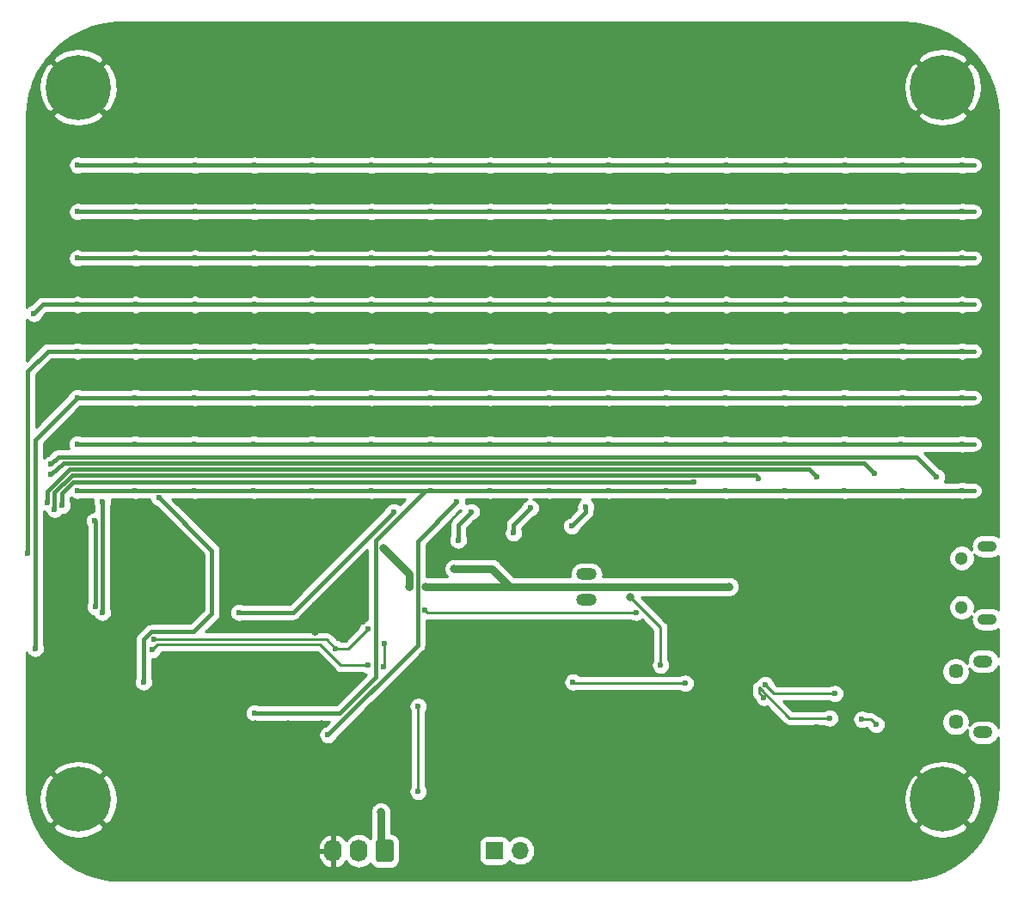
<source format=gbr>
G04 #@! TF.GenerationSoftware,KiCad,Pcbnew,(5.1.9)-1*
G04 #@! TF.CreationDate,2021-03-27T19:24:17-07:00*
G04 #@! TF.ProjectId,attiny_audio_spectrum_bar_graph,61747469-6e79-45f6-9175-64696f5f7370,rev?*
G04 #@! TF.SameCoordinates,Original*
G04 #@! TF.FileFunction,Copper,L2,Bot*
G04 #@! TF.FilePolarity,Positive*
%FSLAX46Y46*%
G04 Gerber Fmt 4.6, Leading zero omitted, Abs format (unit mm)*
G04 Created by KiCad (PCBNEW (5.1.9)-1) date 2021-03-27 19:24:17*
%MOMM*%
%LPD*%
G01*
G04 APERTURE LIST*
G04 #@! TA.AperFunction,ComponentPad*
%ADD10O,1.700000X1.700000*%
G04 #@! TD*
G04 #@! TA.AperFunction,ComponentPad*
%ADD11R,1.700000X1.700000*%
G04 #@! TD*
G04 #@! TA.AperFunction,ComponentPad*
%ADD12C,1.300000*%
G04 #@! TD*
G04 #@! TA.AperFunction,ComponentPad*
%ADD13O,1.900000X1.070000*%
G04 #@! TD*
G04 #@! TA.AperFunction,ComponentPad*
%ADD14O,1.740000X2.190000*%
G04 #@! TD*
G04 #@! TA.AperFunction,ComponentPad*
%ADD15O,1.900000X1.200000*%
G04 #@! TD*
G04 #@! TA.AperFunction,ComponentPad*
%ADD16C,1.450000*%
G04 #@! TD*
G04 #@! TA.AperFunction,ComponentPad*
%ADD17C,0.800000*%
G04 #@! TD*
G04 #@! TA.AperFunction,ComponentPad*
%ADD18C,6.400000*%
G04 #@! TD*
G04 #@! TA.AperFunction,ComponentPad*
%ADD19O,2.000000X1.200000*%
G04 #@! TD*
G04 #@! TA.AperFunction,ViaPad*
%ADD20C,0.600000*%
G04 #@! TD*
G04 #@! TA.AperFunction,ViaPad*
%ADD21C,0.800000*%
G04 #@! TD*
G04 #@! TA.AperFunction,Conductor*
%ADD22C,0.800000*%
G04 #@! TD*
G04 #@! TA.AperFunction,Conductor*
%ADD23C,0.250000*%
G04 #@! TD*
G04 #@! TA.AperFunction,Conductor*
%ADD24C,0.400000*%
G04 #@! TD*
G04 #@! TA.AperFunction,Conductor*
%ADD25C,0.254000*%
G04 #@! TD*
G04 #@! TA.AperFunction,Conductor*
%ADD26C,0.100000*%
G04 #@! TD*
G04 APERTURE END LIST*
D10*
G04 #@! TO.P,J4,2*
G04 #@! TO.N,Net-(J4-Pad2)*
X136525000Y-119101000D03*
D11*
G04 #@! TO.P,J4,1*
G04 #@! TO.N,Net-(J4-Pad1)*
X133985000Y-119101000D03*
G04 #@! TD*
D12*
G04 #@! TO.P,J1,6*
G04 #@! TO.N,Net-(J1-Pad6)*
X180000000Y-95135000D03*
X180000000Y-90285000D03*
D13*
X182515000Y-96310000D03*
X182515000Y-89110000D03*
G04 #@! TD*
D14*
G04 #@! TO.P,J2,3*
G04 #@! TO.N,GND*
X118110000Y-119126000D03*
G04 #@! TO.P,J2,2*
G04 #@! TO.N,UPDI*
X120650000Y-119126000D03*
G04 #@! TO.P,J2,1*
G04 #@! TO.N,+5V*
G04 #@! TA.AperFunction,ComponentPad*
G36*
G01*
X124060000Y-118280999D02*
X124060000Y-119971001D01*
G75*
G02*
X123810001Y-120221000I-249999J0D01*
G01*
X122569999Y-120221000D01*
G75*
G02*
X122320000Y-119971001I0J249999D01*
G01*
X122320000Y-118280999D01*
G75*
G02*
X122569999Y-118031000I249999J0D01*
G01*
X123810001Y-118031000D01*
G75*
G02*
X124060000Y-118280999I0J-249999D01*
G01*
G37*
G04 #@! TD.AperFunction*
G04 #@! TD*
D15*
G04 #@! TO.P,J3,6*
G04 #@! TO.N,Net-(J3-Pad6)*
X182118000Y-100436800D03*
X182118000Y-107436800D03*
D16*
X179418000Y-101436800D03*
X179418000Y-106436800D03*
G04 #@! TD*
D17*
G04 #@! TO.P,H4,1*
G04 #@! TO.N,GND*
X179840256Y-112348944D03*
X178143200Y-111646000D03*
X176446144Y-112348944D03*
X175743200Y-114046000D03*
X176446144Y-115743056D03*
X178143200Y-116446000D03*
X179840256Y-115743056D03*
X180543200Y-114046000D03*
D18*
X178143200Y-114046000D03*
G04 #@! TD*
D17*
G04 #@! TO.P,H3,1*
G04 #@! TO.N,GND*
X179840256Y-42194144D03*
X178143200Y-41491200D03*
X176446144Y-42194144D03*
X175743200Y-43891200D03*
X176446144Y-45588256D03*
X178143200Y-46291200D03*
X179840256Y-45588256D03*
X180543200Y-43891200D03*
D18*
X178143200Y-43891200D03*
G04 #@! TD*
D17*
G04 #@! TO.P,H2,1*
G04 #@! TO.N,GND*
X94711856Y-42194144D03*
X93014800Y-41491200D03*
X91317744Y-42194144D03*
X90614800Y-43891200D03*
X91317744Y-45588256D03*
X93014800Y-46291200D03*
X94711856Y-45588256D03*
X95414800Y-43891200D03*
D18*
X93014800Y-43891200D03*
G04 #@! TD*
D17*
G04 #@! TO.P,H1,1*
G04 #@! TO.N,GND*
X94711856Y-112348944D03*
X93014800Y-111646000D03*
X91317744Y-112348944D03*
X90614800Y-114046000D03*
X91317744Y-115743056D03*
X93014800Y-116446000D03*
X94711856Y-115743056D03*
X95414800Y-114046000D03*
D18*
X93014800Y-114046000D03*
G04 #@! TD*
D19*
G04 #@! TO.P,MK1,2*
G04 #@! TO.N,Net-(MK1-Pad2)*
X143065500Y-91884500D03*
G04 #@! TO.P,MK1,1*
G04 #@! TO.N,Net-(MK1-Pad1)*
X143065500Y-94424500D03*
G04 #@! TD*
D20*
G04 #@! TO.N,GND*
X116332000Y-96647000D03*
X116332000Y-95758000D03*
X116332000Y-94869000D03*
X130302000Y-89789000D03*
X131572000Y-88900000D03*
X132334000Y-88900000D03*
X133096000Y-88900000D03*
X133858000Y-88900000D03*
X133858000Y-89662000D03*
X134620000Y-88900000D03*
X135382000Y-88900000D03*
D21*
X99949000Y-96393000D03*
X99949000Y-95377000D03*
X99949000Y-94361000D03*
X99949000Y-93345000D03*
X99949000Y-92329000D03*
X99949000Y-91313000D03*
X109093000Y-99949000D03*
X110109000Y-99949000D03*
X109093000Y-100965000D03*
X110109000Y-100965000D03*
X110109000Y-101981000D03*
X109093000Y-101981000D03*
X109093000Y-102997000D03*
X110109000Y-102997000D03*
X111125000Y-102997000D03*
X112141000Y-102362000D03*
X113665000Y-106680000D03*
X116967000Y-106680000D03*
X110490000Y-106680000D03*
X109347000Y-106680000D03*
X150495000Y-103759000D03*
X151511000Y-103759000D03*
X156083000Y-105029000D03*
X157099000Y-105029000D03*
X157099000Y-104013000D03*
X156083000Y-104013000D03*
X156083000Y-102997000D03*
X157099000Y-102997000D03*
X151892000Y-101346000D03*
D20*
X159258000Y-106172000D03*
X160020000Y-106172000D03*
X160782000Y-106045000D03*
X161163000Y-106680000D03*
X163449000Y-104902000D03*
X165354000Y-104902000D03*
X166116000Y-104902000D03*
X166878000Y-104902000D03*
X165735000Y-106934000D03*
X165735000Y-107823000D03*
X165735000Y-108712000D03*
X165735000Y-109601000D03*
X176149000Y-96266000D03*
X177149000Y-96266000D03*
X178149000Y-96266000D03*
X176149000Y-97266000D03*
X177149000Y-97266000D03*
X178149000Y-97266000D03*
X179149000Y-97266000D03*
X180149000Y-97266000D03*
X176149000Y-98266000D03*
X177149000Y-98266000D03*
X178149000Y-98266000D03*
X179149000Y-98266000D03*
X180149000Y-98266000D03*
X176149000Y-99266000D03*
X177149000Y-99266000D03*
X178149000Y-99266000D03*
X179149000Y-99266000D03*
X180149000Y-99266000D03*
X176149000Y-100266000D03*
X177149000Y-100266000D03*
X178149000Y-100266000D03*
X163068000Y-86233000D03*
X164068000Y-86233000D03*
X165068000Y-86233000D03*
X166068000Y-86233000D03*
X167068000Y-86233000D03*
X163068000Y-87233000D03*
X164068000Y-87233000D03*
X165068000Y-87233000D03*
X166068000Y-87233000D03*
X167068000Y-87233000D03*
X163068000Y-88233000D03*
X164068000Y-88233000D03*
X165068000Y-88233000D03*
X166068000Y-88233000D03*
X167068000Y-88233000D03*
X116332000Y-99822000D03*
X116332000Y-100584000D03*
X116332000Y-101473000D03*
X116332000Y-97536000D03*
X120015000Y-91567000D03*
X121015000Y-91567000D03*
X120015000Y-92567000D03*
X121015000Y-92567000D03*
X120015000Y-93567000D03*
X121015000Y-93567000D03*
X120015000Y-94567000D03*
X121015000Y-94567000D03*
X120015000Y-95567000D03*
X121015000Y-95567000D03*
X120015000Y-96567000D03*
X121015000Y-96567000D03*
X116332000Y-91694000D03*
X116332000Y-102235000D03*
X116332000Y-102997000D03*
X117094000Y-102997000D03*
X117094000Y-102235000D03*
X117094000Y-101473000D03*
X117094000Y-100584000D03*
X98679000Y-38989000D03*
X99679000Y-38989000D03*
X100679000Y-38989000D03*
X101679000Y-38989000D03*
X98679000Y-39989000D03*
X99679000Y-39989000D03*
X100679000Y-39989000D03*
X101679000Y-39989000D03*
X98679000Y-40989000D03*
X99679000Y-40989000D03*
X100679000Y-40989000D03*
X101679000Y-40989000D03*
X98679000Y-41989000D03*
X99679000Y-41989000D03*
X100679000Y-41989000D03*
X101679000Y-41989000D03*
X98679000Y-42989000D03*
X99679000Y-42989000D03*
X100679000Y-42989000D03*
X101679000Y-42989000D03*
X98679000Y-43989000D03*
X99679000Y-43989000D03*
X100679000Y-43989000D03*
X101679000Y-43989000D03*
X98679000Y-44989000D03*
X99679000Y-44989000D03*
X100679000Y-44989000D03*
X101679000Y-44989000D03*
X98679000Y-45989000D03*
X99679000Y-45989000D03*
X100679000Y-45989000D03*
X101679000Y-45989000D03*
D21*
X167640000Y-39497000D03*
X168640000Y-39497000D03*
X169640000Y-39497000D03*
X170640000Y-39497000D03*
X167640000Y-40497000D03*
X168640000Y-40497000D03*
X169640000Y-40497000D03*
X170640000Y-40497000D03*
X167640000Y-41497000D03*
X168640000Y-41497000D03*
X169640000Y-41497000D03*
X170640000Y-41497000D03*
X167640000Y-42497000D03*
X168640000Y-42497000D03*
X169640000Y-42497000D03*
X170640000Y-42497000D03*
X167640000Y-43497000D03*
X168640000Y-43497000D03*
X169640000Y-43497000D03*
X170640000Y-43497000D03*
X167640000Y-44497000D03*
X168640000Y-44497000D03*
X169640000Y-44497000D03*
X170640000Y-44497000D03*
X167640000Y-45497000D03*
X168640000Y-45497000D03*
X169640000Y-45497000D03*
X170640000Y-45497000D03*
X167640000Y-46497000D03*
X168640000Y-46497000D03*
X169640000Y-46497000D03*
X170640000Y-46497000D03*
X131064000Y-102235000D03*
X133064000Y-102235000D03*
X135064000Y-102235000D03*
X137064000Y-102235000D03*
X131064000Y-104235000D03*
X133064000Y-104235000D03*
X135064000Y-104235000D03*
X137064000Y-104235000D03*
X131064000Y-106235000D03*
X133064000Y-106235000D03*
X135064000Y-106235000D03*
X137064000Y-106235000D03*
X131064000Y-108235000D03*
X133064000Y-108235000D03*
X135064000Y-108235000D03*
X137064000Y-108235000D03*
X98679000Y-109728000D03*
X100679000Y-109728000D03*
X102679000Y-109728000D03*
X104679000Y-109728000D03*
X106679000Y-109728000D03*
X108679000Y-109728000D03*
X98679000Y-111728000D03*
X100679000Y-111728000D03*
X102679000Y-111728000D03*
X104679000Y-111728000D03*
X106679000Y-111728000D03*
X108679000Y-111728000D03*
X98679000Y-113728000D03*
X100679000Y-113728000D03*
X102679000Y-113728000D03*
X104679000Y-113728000D03*
X106679000Y-113728000D03*
X108679000Y-113728000D03*
X98679000Y-115728000D03*
X100679000Y-115728000D03*
X102679000Y-115728000D03*
X104679000Y-115728000D03*
X106679000Y-115728000D03*
X108679000Y-115728000D03*
X98679000Y-117728000D03*
X100679000Y-117728000D03*
X102679000Y-117728000D03*
X104679000Y-117728000D03*
X106679000Y-117728000D03*
X108679000Y-117728000D03*
G04 #@! TO.N,+5V*
X130048000Y-91313000D03*
X157099000Y-93091000D03*
X122809000Y-115316000D03*
X123101000Y-89317020D03*
X127226999Y-93093047D03*
X125626999Y-93091000D03*
D20*
G04 #@! TO.N,Net-(C10-Pad1)*
X160655000Y-102743000D03*
X167513000Y-103632000D03*
G04 #@! TO.N,Audio*
X147955000Y-95631000D03*
X127127000Y-95377000D03*
G04 #@! TO.N,SEG1*
X92964000Y-51562000D03*
X98679000Y-51562000D03*
X104521000Y-51562000D03*
X110363000Y-51562000D03*
X116078000Y-51562000D03*
X121920000Y-51562000D03*
X127762000Y-51562000D03*
X133604000Y-51562000D03*
X139446000Y-51562000D03*
X145288000Y-51562000D03*
X151003000Y-51562000D03*
X156845000Y-51562000D03*
X162687000Y-51562000D03*
X168529000Y-51562000D03*
X174244000Y-51562000D03*
X180086000Y-51562000D03*
X95377000Y-95631000D03*
X95377000Y-84709000D03*
G04 #@! TO.N,GRID7*
X124079000Y-85717020D03*
X108839000Y-95631000D03*
G04 #@! TO.N,GRID8*
X130429000Y-88517020D03*
X131699000Y-85717020D03*
G04 #@! TO.N,GRID9*
X135890000Y-87817020D03*
X137541000Y-85344000D03*
G04 #@! TO.N,GRID10*
X141605000Y-87117020D03*
X143002000Y-85217000D03*
G04 #@! TO.N,GRID12*
X91440000Y-85090000D03*
X153670000Y-82804000D03*
G04 #@! TO.N,GRID13*
X90678000Y-85471000D03*
X160020000Y-82423000D03*
G04 #@! TO.N,GRID14*
X89978000Y-84836000D03*
X165735000Y-82296000D03*
G04 #@! TO.N,GRID15*
X171450000Y-81915000D03*
X90297000Y-82042000D03*
G04 #@! TO.N,GRID16*
X177546000Y-82296000D03*
X90297000Y-81026000D03*
G04 #@! TO.N,SEG2*
X92956743Y-56141257D03*
X98671743Y-56141257D03*
X104513743Y-56141257D03*
X110355743Y-56141257D03*
X116070743Y-56141257D03*
X121912743Y-56141257D03*
X127754743Y-56141257D03*
X145280743Y-56141257D03*
X139438743Y-56141257D03*
X133596743Y-56141257D03*
X162679743Y-56141257D03*
X156837743Y-56141257D03*
X150995743Y-56141257D03*
X168521743Y-56141257D03*
X180078743Y-56141257D03*
X174236743Y-56141257D03*
X94677000Y-95065313D03*
X94615000Y-86614000D03*
G04 #@! TO.N,SEG3*
X92949486Y-60720514D03*
X98664486Y-60720514D03*
X104506486Y-60720514D03*
X110348486Y-60720514D03*
X116063486Y-60720514D03*
X121905486Y-60720514D03*
X127747486Y-60720514D03*
X133589486Y-60720514D03*
X139431486Y-60720514D03*
X145273486Y-60720514D03*
X150988486Y-60720514D03*
X156830486Y-60720514D03*
X162672486Y-60720514D03*
X168514486Y-60720514D03*
X174229486Y-60720514D03*
X180071486Y-60720514D03*
X99441000Y-102489000D03*
X100965000Y-84316800D03*
G04 #@! TO.N,SEG4*
X92942229Y-65299771D03*
X98657229Y-65299771D03*
X104499229Y-65299771D03*
X110341229Y-65299771D03*
X116056229Y-65299771D03*
X121898229Y-65299771D03*
X127740229Y-65299771D03*
X145266229Y-65299771D03*
X139424229Y-65299771D03*
X133582229Y-65299771D03*
X156823229Y-65299771D03*
X162665229Y-65299771D03*
X168507229Y-65299771D03*
X150981229Y-65299771D03*
X174222229Y-65299771D03*
X180064229Y-65299771D03*
X88646000Y-66167000D03*
G04 #@! TO.N,SEG5*
X92934972Y-69879028D03*
X98649972Y-69879028D03*
X104491972Y-69879028D03*
X110333972Y-69879028D03*
X116048972Y-69879028D03*
X121890972Y-69879028D03*
X127732972Y-69879028D03*
X133574972Y-69879028D03*
X139416972Y-69879028D03*
X145258972Y-69879028D03*
X168499972Y-69879028D03*
X162657972Y-69879028D03*
X156815972Y-69879028D03*
X150973972Y-69879028D03*
X180056972Y-69879028D03*
X174214972Y-69879028D03*
X88011000Y-89789000D03*
G04 #@! TO.N,SEG6*
X92927715Y-74458285D03*
X98642715Y-74458285D03*
X104484715Y-74458285D03*
X110326715Y-74458285D03*
X116041715Y-74458285D03*
X121883715Y-74458285D03*
X127725715Y-74458285D03*
X145251715Y-74458285D03*
X139409715Y-74458285D03*
X133567715Y-74458285D03*
X156808715Y-74458285D03*
X162650715Y-74458285D03*
X168492715Y-74458285D03*
X150966715Y-74458285D03*
X174207715Y-74458285D03*
X180049715Y-74458285D03*
X88773000Y-99187000D03*
G04 #@! TO.N,SEG7*
X92920458Y-79037542D03*
X98635458Y-79037542D03*
X104477458Y-79037542D03*
X110319458Y-79037542D03*
X116034458Y-79037542D03*
X121876458Y-79037542D03*
X127718458Y-79037542D03*
X139402458Y-79037542D03*
X145244458Y-79037542D03*
X133560458Y-79037542D03*
X156801458Y-79037542D03*
X162643458Y-79037542D03*
X168485458Y-79037542D03*
X150959458Y-79037542D03*
X180042458Y-79037542D03*
X174073458Y-79037542D03*
X117602000Y-107696000D03*
X130302000Y-84709000D03*
G04 #@! TO.N,SEG8*
X92913200Y-83616800D03*
X98628200Y-83616800D03*
X104470200Y-83616800D03*
X110312200Y-83616800D03*
X116027200Y-83616800D03*
X121869200Y-83616800D03*
X127711200Y-83616800D03*
X133553200Y-83616800D03*
X139395200Y-83616800D03*
X145237200Y-83616800D03*
X168478200Y-83616800D03*
X162636200Y-83616800D03*
X156794200Y-83616800D03*
X150952200Y-83616800D03*
X174193200Y-83616800D03*
X180035200Y-83616800D03*
X110363000Y-105537000D03*
G04 #@! TO.N,UPDI*
X126492000Y-113284000D03*
X126492000Y-104902000D03*
G04 #@! TO.N,Net-(MK1-Pad2)*
X150368000Y-100828000D03*
D21*
X147356002Y-94107000D03*
D20*
G04 #@! TO.N,SCLK*
X100330000Y-99314000D03*
X121529000Y-100835804D03*
X123190000Y-98679000D03*
X123063000Y-100965000D03*
G04 #@! TO.N,DATA*
X100457000Y-98298000D03*
X118364000Y-99187000D03*
X121539000Y-97282000D03*
G04 #@! TO.N,Net-(R10-Pad2)*
X152781000Y-102616000D03*
X141732000Y-102489000D03*
G04 #@! TO.N,Net-(C10-Pad2)*
X160528000Y-104013000D03*
X167005000Y-106045000D03*
G04 #@! TO.N,Net-(C12-Pad1)*
X170180000Y-106172000D03*
X171577000Y-106680000D03*
G04 #@! TD*
D22*
G04 #@! TO.N,GND*
X116332000Y-97536000D02*
X116332000Y-94869000D01*
G04 #@! TO.N,+5V*
X135504022Y-93091000D02*
X157099000Y-93091000D01*
X133726022Y-91313000D02*
X135504022Y-93091000D01*
X130048000Y-91313000D02*
X133726022Y-91313000D01*
X122809000Y-118745000D02*
X123190000Y-119126000D01*
X122809000Y-115316000D02*
X122809000Y-118745000D01*
X127229046Y-93091000D02*
X127226999Y-93093047D01*
X135504022Y-93091000D02*
X127229046Y-93091000D01*
X125626999Y-91843019D02*
X123101000Y-89317020D01*
X125626999Y-93091000D02*
X125626999Y-91843019D01*
D23*
G04 #@! TO.N,Net-(C10-Pad1)*
X161544000Y-103632000D02*
X167513000Y-103632000D01*
X160655000Y-102743000D02*
X161544000Y-103632000D01*
G04 #@! TO.N,Audio*
X127381000Y-95631000D02*
X127127000Y-95377000D01*
X147955000Y-95631000D02*
X127381000Y-95631000D01*
D24*
G04 #@! TO.N,SEG1*
X92964000Y-51562000D02*
X98679000Y-51562000D01*
X98679000Y-51562000D02*
X104521000Y-51562000D01*
X104521000Y-51562000D02*
X110363000Y-51562000D01*
X110363000Y-51562000D02*
X116078000Y-51562000D01*
X116078000Y-51562000D02*
X121920000Y-51562000D01*
X121920000Y-51562000D02*
X127762000Y-51562000D01*
X127762000Y-51562000D02*
X133604000Y-51562000D01*
X133604000Y-51562000D02*
X139446000Y-51562000D01*
X139446000Y-51562000D02*
X145288000Y-51562000D01*
X145288000Y-51562000D02*
X151003000Y-51562000D01*
X151003000Y-51562000D02*
X156845000Y-51562000D01*
X156845000Y-51562000D02*
X162687000Y-51562000D01*
X162687000Y-51562000D02*
X168529000Y-51562000D01*
X168529000Y-51562000D02*
X174244000Y-51562000D01*
X174244000Y-51562000D02*
X180086000Y-51562000D01*
X180086000Y-51562000D02*
X181229000Y-51562000D01*
X95377000Y-95631000D02*
X95377000Y-84709000D01*
G04 #@! TO.N,GRID7*
X114165020Y-95631000D02*
X108839000Y-95631000D01*
X124079000Y-85717020D02*
X114165020Y-95631000D01*
G04 #@! TO.N,GRID8*
X130429000Y-86987020D02*
X131699000Y-85717020D01*
X130429000Y-88517020D02*
X130429000Y-86987020D01*
G04 #@! TO.N,GRID9*
X135890000Y-86995000D02*
X137541000Y-85344000D01*
X135890000Y-87817020D02*
X135890000Y-86995000D01*
G04 #@! TO.N,GRID10*
X141605000Y-87117020D02*
X142997020Y-85725000D01*
X142997020Y-85221980D02*
X143002000Y-85217000D01*
X142997020Y-85725000D02*
X142997020Y-85221980D01*
G04 #@! TO.N,GRID12*
X92547258Y-82804000D02*
X153670000Y-82804000D01*
X91440000Y-83911258D02*
X92547258Y-82804000D01*
X91440000Y-85090000D02*
X91440000Y-83911258D01*
G04 #@! TO.N,GRID13*
X92398717Y-82103999D02*
X159700999Y-82103999D01*
X90678000Y-83824716D02*
X92398717Y-82103999D01*
X90678000Y-85471000D02*
X90678000Y-83824716D01*
X159700999Y-82103999D02*
X160020000Y-82423000D01*
G04 #@! TO.N,GRID14*
X92150185Y-81503989D02*
X164942989Y-81503989D01*
X89978000Y-83676174D02*
X92150185Y-81503989D01*
X89978000Y-84836000D02*
X89978000Y-83676174D01*
X164942989Y-81503989D02*
X165735000Y-82296000D01*
G04 #@! TO.N,GRID15*
X170438979Y-80903979D02*
X171450000Y-81915000D01*
X91562021Y-80903979D02*
X170438979Y-80903979D01*
X90297000Y-82042000D02*
X91562021Y-80903979D01*
G04 #@! TO.N,GRID16*
X90297000Y-81026000D02*
X91042028Y-80303969D01*
X175553969Y-80303969D02*
X177546000Y-82296000D01*
X91042028Y-80303969D02*
X175553969Y-80303969D01*
G04 #@! TO.N,SEG2*
X92956743Y-56141257D02*
X98671743Y-56141257D01*
X98671743Y-56141257D02*
X104513743Y-56141257D01*
X104513743Y-56141257D02*
X110355743Y-56141257D01*
X110355743Y-56141257D02*
X116070743Y-56141257D01*
X116070743Y-56141257D02*
X121912743Y-56141257D01*
X121912743Y-56141257D02*
X127754743Y-56141257D01*
X127754743Y-56141257D02*
X133596743Y-56141257D01*
X145280743Y-56141257D02*
X150995743Y-56141257D01*
X139438743Y-56141257D02*
X145280743Y-56141257D01*
X133596743Y-56141257D02*
X139438743Y-56141257D01*
X162679743Y-56141257D02*
X168521743Y-56141257D01*
X156837743Y-56141257D02*
X162679743Y-56141257D01*
X150995743Y-56141257D02*
X156837743Y-56141257D01*
X168521743Y-56141257D02*
X174236743Y-56141257D01*
X180078743Y-56141257D02*
X181229000Y-56141257D01*
X174236743Y-56141257D02*
X180078743Y-56141257D01*
X94677000Y-86676000D02*
X94615000Y-86614000D01*
X94677000Y-95065313D02*
X94677000Y-86676000D01*
G04 #@! TO.N,SEG3*
X92949486Y-60720514D02*
X98664486Y-60720514D01*
X98664486Y-60720514D02*
X104506486Y-60720514D01*
X104506486Y-60720514D02*
X110348486Y-60720514D01*
X110348486Y-60720514D02*
X116063486Y-60720514D01*
X116063486Y-60720514D02*
X121905486Y-60720514D01*
X121905486Y-60720514D02*
X127747486Y-60720514D01*
X127747486Y-60720514D02*
X133589486Y-60720514D01*
X133589486Y-60720514D02*
X139431486Y-60720514D01*
X139431486Y-60720514D02*
X145273486Y-60720514D01*
X145273486Y-60720514D02*
X150988486Y-60720514D01*
X150988486Y-60720514D02*
X156830486Y-60720514D01*
X156830486Y-60720514D02*
X162672486Y-60720514D01*
X162672486Y-60720514D02*
X168514486Y-60720514D01*
X168514486Y-60720514D02*
X174229486Y-60720514D01*
X174229486Y-60720514D02*
X180071486Y-60720514D01*
X180071486Y-60720514D02*
X181229000Y-60720514D01*
X99441000Y-98277998D02*
X100182998Y-97536000D01*
X99441000Y-102489000D02*
X99441000Y-98277998D01*
X100182998Y-97536000D02*
X104394000Y-97536000D01*
X104394000Y-97536000D02*
X106172000Y-95758000D01*
X106172000Y-89523800D02*
X100965000Y-84316800D01*
X106172000Y-95758000D02*
X106172000Y-89523800D01*
G04 #@! TO.N,SEG4*
X92942229Y-65299771D02*
X98657229Y-65299771D01*
X98657229Y-65299771D02*
X104499229Y-65299771D01*
X104499229Y-65299771D02*
X110341229Y-65299771D01*
X110341229Y-65299771D02*
X116056229Y-65299771D01*
X116056229Y-65299771D02*
X121898229Y-65299771D01*
X121898229Y-65299771D02*
X127740229Y-65299771D01*
X127740229Y-65299771D02*
X133582229Y-65299771D01*
X145266229Y-65299771D02*
X150981229Y-65299771D01*
X139424229Y-65299771D02*
X145266229Y-65299771D01*
X133582229Y-65299771D02*
X139424229Y-65299771D01*
X156823229Y-65299771D02*
X162665229Y-65299771D01*
X162665229Y-65299771D02*
X168507229Y-65299771D01*
X168507229Y-65299771D02*
X174222229Y-65299771D01*
X150981229Y-65299771D02*
X156823229Y-65299771D01*
X174222229Y-65299771D02*
X180064229Y-65299771D01*
X180064229Y-65299771D02*
X181229000Y-65299771D01*
X89513229Y-65299771D02*
X92942229Y-65299771D01*
X88646000Y-66167000D02*
X89513229Y-65299771D01*
G04 #@! TO.N,SEG5*
X92934972Y-69879028D02*
X98649972Y-69879028D01*
X98649972Y-69879028D02*
X104491972Y-69879028D01*
X104491972Y-69879028D02*
X110333972Y-69879028D01*
X110333972Y-69879028D02*
X116048972Y-69879028D01*
X116048972Y-69879028D02*
X121890972Y-69879028D01*
X121890972Y-69879028D02*
X127732972Y-69879028D01*
X127732972Y-69879028D02*
X133574972Y-69879028D01*
X133574972Y-69879028D02*
X139416972Y-69879028D01*
X139416972Y-69879028D02*
X145258972Y-69879028D01*
X145258972Y-69879028D02*
X150973972Y-69879028D01*
X168499972Y-69879028D02*
X174214972Y-69879028D01*
X162657972Y-69879028D02*
X168499972Y-69879028D01*
X156815972Y-69879028D02*
X162657972Y-69879028D01*
X150973972Y-69879028D02*
X156815972Y-69879028D01*
X180056972Y-69879028D02*
X181229000Y-69879028D01*
X174214972Y-69879028D02*
X180056972Y-69879028D01*
X88011000Y-89789000D02*
X88011000Y-71882000D01*
X90013972Y-69879028D02*
X92934972Y-69879028D01*
X88011000Y-71882000D02*
X90013972Y-69879028D01*
G04 #@! TO.N,SEG6*
X92927715Y-74458285D02*
X98642715Y-74458285D01*
X98642715Y-74458285D02*
X104484715Y-74458285D01*
X104484715Y-74458285D02*
X110326715Y-74458285D01*
X110326715Y-74458285D02*
X116041715Y-74458285D01*
X116041715Y-74458285D02*
X121883715Y-74458285D01*
X121883715Y-74458285D02*
X127725715Y-74458285D01*
X127725715Y-74458285D02*
X133567715Y-74458285D01*
X145251715Y-74458285D02*
X150966715Y-74458285D01*
X139409715Y-74458285D02*
X145251715Y-74458285D01*
X133567715Y-74458285D02*
X139409715Y-74458285D01*
X156808715Y-74458285D02*
X162650715Y-74458285D01*
X162650715Y-74458285D02*
X168492715Y-74458285D01*
X168492715Y-74458285D02*
X174207715Y-74458285D01*
X150966715Y-74458285D02*
X156808715Y-74458285D01*
X174207715Y-74458285D02*
X180049715Y-74458285D01*
X180049715Y-74458285D02*
X181229000Y-74458285D01*
X88773000Y-78613000D02*
X92927715Y-74458285D01*
X88773000Y-99187000D02*
X88773000Y-78613000D01*
G04 #@! TO.N,SEG7*
X92920458Y-79037542D02*
X98635458Y-79037542D01*
X98635458Y-79037542D02*
X104477458Y-79037542D01*
X104477458Y-79037542D02*
X110319458Y-79037542D01*
X110319458Y-79037542D02*
X116034458Y-79037542D01*
X116034458Y-79037542D02*
X121876458Y-79037542D01*
X121876458Y-79037542D02*
X127718458Y-79037542D01*
X127718458Y-79037542D02*
X133560458Y-79037542D01*
X133687458Y-79037542D02*
X139402458Y-79037542D01*
X139402458Y-79037542D02*
X145244458Y-79037542D01*
X145244458Y-79037542D02*
X150959458Y-79037542D01*
X133560458Y-79037542D02*
X133687458Y-79037542D01*
X156801458Y-79037542D02*
X162643458Y-79037542D01*
X162643458Y-79037542D02*
X168485458Y-79037542D01*
X168485458Y-79037542D02*
X174073458Y-79037542D01*
X150959458Y-79037542D02*
X156801458Y-79037542D01*
X180042458Y-79037542D02*
X181229000Y-79037542D01*
X174073458Y-79037542D02*
X180042458Y-79037542D01*
X126426999Y-88584001D02*
X130302000Y-84709000D01*
X126426999Y-98871001D02*
X126426999Y-88584001D01*
X117602000Y-107696000D02*
X126426999Y-98871001D01*
G04 #@! TO.N,SEG8*
X92913200Y-83616800D02*
X98628200Y-83616800D01*
X98628200Y-83616800D02*
X104470200Y-83616800D01*
X104470200Y-83616800D02*
X110312200Y-83616800D01*
X110312200Y-83616800D02*
X116027200Y-83616800D01*
X116027200Y-83616800D02*
X121869200Y-83616800D01*
X121869200Y-83616800D02*
X127711200Y-83616800D01*
X127711200Y-83616800D02*
X133553200Y-83616800D01*
X133553200Y-83616800D02*
X139395200Y-83616800D01*
X139395200Y-83616800D02*
X145237200Y-83616800D01*
X145237200Y-83616800D02*
X150952200Y-83616800D01*
X168478200Y-83616800D02*
X174193200Y-83616800D01*
X162636200Y-83616800D02*
X168478200Y-83616800D01*
X156794200Y-83616800D02*
X162636200Y-83616800D01*
X150952200Y-83616800D02*
X156794200Y-83616800D01*
X174193200Y-83616800D02*
X180035200Y-83616800D01*
X180035200Y-83616800D02*
X181229000Y-83616800D01*
X118765002Y-105537000D02*
X122301000Y-102001002D01*
X110363000Y-105537000D02*
X118765002Y-105537000D01*
X127203200Y-83616800D02*
X127711200Y-83616800D01*
X122301000Y-88519000D02*
X127203200Y-83616800D01*
X122301000Y-102001002D02*
X122301000Y-88519000D01*
D23*
G04 #@! TO.N,UPDI*
X126492000Y-113284000D02*
X126492000Y-104902000D01*
G04 #@! TO.N,Net-(MK1-Pad2)*
X150368000Y-99187000D02*
X150368000Y-100828000D01*
X150368000Y-97118998D02*
X147356002Y-94107000D01*
X150368000Y-99187000D02*
X150368000Y-97118998D01*
X147356002Y-94107000D02*
X147356002Y-94107000D01*
G04 #@! TO.N,SCLK*
X100330000Y-99314000D02*
X100838000Y-98806000D01*
X100838000Y-98806000D02*
X116840000Y-98806000D01*
X118869804Y-100835804D02*
X121529000Y-100835804D01*
X116840000Y-98806000D02*
X118869804Y-100835804D01*
X123190000Y-100838000D02*
X123063000Y-100965000D01*
X123190000Y-98679000D02*
X123190000Y-100838000D01*
G04 #@! TO.N,DATA*
X100457000Y-98298000D02*
X116332000Y-98298000D01*
X116332000Y-98298000D02*
X117475000Y-98298000D01*
X117475000Y-98298000D02*
X118364000Y-99187000D01*
X119634000Y-99187000D02*
X118364000Y-99187000D01*
X121539000Y-97282000D02*
X119634000Y-99187000D01*
G04 #@! TO.N,Net-(R10-Pad2)*
X141859000Y-102616000D02*
X141732000Y-102489000D01*
X152781000Y-102616000D02*
X141859000Y-102616000D01*
G04 #@! TO.N,Net-(C10-Pad2)*
X163031998Y-106045000D02*
X167005000Y-106045000D01*
X160029999Y-103043001D02*
X163031998Y-106045000D01*
X160029999Y-103514999D02*
X160029999Y-103043001D01*
X160528000Y-104013000D02*
X160029999Y-103514999D01*
G04 #@! TO.N,Net-(C12-Pad1)*
X171069000Y-106172000D02*
X171577000Y-106680000D01*
X170180000Y-106172000D02*
X171069000Y-106172000D01*
G04 #@! TD*
D25*
G04 #@! TO.N,GND*
X175418684Y-37564407D02*
X176574850Y-37784957D01*
X177694243Y-38148671D01*
X178759231Y-38649815D01*
X179753013Y-39280487D01*
X180659915Y-40030741D01*
X181465636Y-40888748D01*
X182157465Y-41840969D01*
X182724492Y-42872389D01*
X183157775Y-43966739D01*
X183450485Y-45106768D01*
X183599045Y-46282741D01*
X183616999Y-46998264D01*
X183617000Y-88160244D01*
X183583162Y-88132474D01*
X183379906Y-88023831D01*
X183159360Y-87956929D01*
X182987477Y-87940000D01*
X182042523Y-87940000D01*
X181870640Y-87956929D01*
X181650094Y-88023831D01*
X181446838Y-88132474D01*
X181268682Y-88278682D01*
X181122474Y-88456838D01*
X181013831Y-88660094D01*
X180946929Y-88880640D01*
X180924339Y-89110000D01*
X180946929Y-89339360D01*
X180979719Y-89447454D01*
X180819140Y-89286875D01*
X180608676Y-89146247D01*
X180374821Y-89049381D01*
X180126561Y-89000000D01*
X179873439Y-89000000D01*
X179625179Y-89049381D01*
X179391324Y-89146247D01*
X179180860Y-89286875D01*
X179001875Y-89465860D01*
X178861247Y-89676324D01*
X178764381Y-89910179D01*
X178715000Y-90158439D01*
X178715000Y-90411561D01*
X178764381Y-90659821D01*
X178861247Y-90893676D01*
X179001875Y-91104140D01*
X179180860Y-91283125D01*
X179391324Y-91423753D01*
X179625179Y-91520619D01*
X179873439Y-91570000D01*
X180126561Y-91570000D01*
X180374821Y-91520619D01*
X180608676Y-91423753D01*
X180819140Y-91283125D01*
X180998125Y-91104140D01*
X181138753Y-90893676D01*
X181235619Y-90659821D01*
X181285000Y-90411561D01*
X181285000Y-90158439D01*
X181235619Y-89910179D01*
X181227968Y-89891707D01*
X181268682Y-89941318D01*
X181446838Y-90087526D01*
X181650094Y-90196169D01*
X181870640Y-90263071D01*
X182042523Y-90280000D01*
X182987477Y-90280000D01*
X183159360Y-90263071D01*
X183379906Y-90196169D01*
X183583162Y-90087526D01*
X183617000Y-90059756D01*
X183617000Y-95360244D01*
X183583162Y-95332474D01*
X183379906Y-95223831D01*
X183159360Y-95156929D01*
X182987477Y-95140000D01*
X182042523Y-95140000D01*
X181870640Y-95156929D01*
X181650094Y-95223831D01*
X181446838Y-95332474D01*
X181268682Y-95478682D01*
X181227968Y-95528293D01*
X181235619Y-95509821D01*
X181285000Y-95261561D01*
X181285000Y-95008439D01*
X181235619Y-94760179D01*
X181138753Y-94526324D01*
X180998125Y-94315860D01*
X180819140Y-94136875D01*
X180608676Y-93996247D01*
X180374821Y-93899381D01*
X180126561Y-93850000D01*
X179873439Y-93850000D01*
X179625179Y-93899381D01*
X179391324Y-93996247D01*
X179180860Y-94136875D01*
X179001875Y-94315860D01*
X178861247Y-94526324D01*
X178764381Y-94760179D01*
X178715000Y-95008439D01*
X178715000Y-95261561D01*
X178764381Y-95509821D01*
X178861247Y-95743676D01*
X179001875Y-95954140D01*
X179180860Y-96133125D01*
X179391324Y-96273753D01*
X179625179Y-96370619D01*
X179873439Y-96420000D01*
X180126561Y-96420000D01*
X180374821Y-96370619D01*
X180608676Y-96273753D01*
X180819140Y-96133125D01*
X180979719Y-95972546D01*
X180946929Y-96080640D01*
X180924339Y-96310000D01*
X180946929Y-96539360D01*
X181013831Y-96759906D01*
X181122474Y-96963162D01*
X181268682Y-97141318D01*
X181446838Y-97287526D01*
X181650094Y-97396169D01*
X181870640Y-97463071D01*
X182042523Y-97480000D01*
X182987477Y-97480000D01*
X183159360Y-97463071D01*
X183379906Y-97396169D01*
X183583162Y-97287526D01*
X183617001Y-97259756D01*
X183617001Y-99970106D01*
X183614511Y-99961899D01*
X183499833Y-99747351D01*
X183345502Y-99559298D01*
X183157449Y-99404967D01*
X182942901Y-99290289D01*
X182710102Y-99219670D01*
X182528665Y-99201800D01*
X181707335Y-99201800D01*
X181525898Y-99219670D01*
X181293099Y-99290289D01*
X181078551Y-99404967D01*
X180890498Y-99559298D01*
X180736167Y-99747351D01*
X180621489Y-99961899D01*
X180550870Y-100194698D01*
X180527025Y-100436800D01*
X180550870Y-100678902D01*
X180553883Y-100688835D01*
X180474381Y-100569851D01*
X180284949Y-100380419D01*
X180062201Y-100231584D01*
X179814697Y-100129064D01*
X179551948Y-100076800D01*
X179284052Y-100076800D01*
X179021303Y-100129064D01*
X178773799Y-100231584D01*
X178551051Y-100380419D01*
X178361619Y-100569851D01*
X178212784Y-100792599D01*
X178110264Y-101040103D01*
X178058000Y-101302852D01*
X178058000Y-101570748D01*
X178110264Y-101833497D01*
X178212784Y-102081001D01*
X178361619Y-102303749D01*
X178551051Y-102493181D01*
X178773799Y-102642016D01*
X179021303Y-102744536D01*
X179284052Y-102796800D01*
X179551948Y-102796800D01*
X179814697Y-102744536D01*
X180062201Y-102642016D01*
X180284949Y-102493181D01*
X180474381Y-102303749D01*
X180623216Y-102081001D01*
X180725736Y-101833497D01*
X180778000Y-101570748D01*
X180778000Y-101302852D01*
X180745016Y-101137032D01*
X180890498Y-101314302D01*
X181078551Y-101468633D01*
X181293099Y-101583311D01*
X181525898Y-101653930D01*
X181707335Y-101671800D01*
X182528665Y-101671800D01*
X182710102Y-101653930D01*
X182942901Y-101583311D01*
X183157449Y-101468633D01*
X183345502Y-101314302D01*
X183499833Y-101126249D01*
X183614511Y-100911701D01*
X183617001Y-100903494D01*
X183617001Y-106970107D01*
X183614511Y-106961899D01*
X183499833Y-106747351D01*
X183345502Y-106559298D01*
X183157449Y-106404967D01*
X182942901Y-106290289D01*
X182710102Y-106219670D01*
X182528665Y-106201800D01*
X181707335Y-106201800D01*
X181525898Y-106219670D01*
X181293099Y-106290289D01*
X181078551Y-106404967D01*
X180890498Y-106559298D01*
X180745016Y-106736568D01*
X180778000Y-106570748D01*
X180778000Y-106302852D01*
X180725736Y-106040103D01*
X180623216Y-105792599D01*
X180474381Y-105569851D01*
X180284949Y-105380419D01*
X180062201Y-105231584D01*
X179814697Y-105129064D01*
X179551948Y-105076800D01*
X179284052Y-105076800D01*
X179021303Y-105129064D01*
X178773799Y-105231584D01*
X178551051Y-105380419D01*
X178361619Y-105569851D01*
X178212784Y-105792599D01*
X178110264Y-106040103D01*
X178058000Y-106302852D01*
X178058000Y-106570748D01*
X178110264Y-106833497D01*
X178212784Y-107081001D01*
X178361619Y-107303749D01*
X178551051Y-107493181D01*
X178773799Y-107642016D01*
X179021303Y-107744536D01*
X179284052Y-107796800D01*
X179551948Y-107796800D01*
X179814697Y-107744536D01*
X180062201Y-107642016D01*
X180284949Y-107493181D01*
X180474381Y-107303749D01*
X180553883Y-107184765D01*
X180550870Y-107194698D01*
X180527025Y-107436800D01*
X180550870Y-107678902D01*
X180621489Y-107911701D01*
X180736167Y-108126249D01*
X180890498Y-108314302D01*
X181078551Y-108468633D01*
X181293099Y-108583311D01*
X181525898Y-108653930D01*
X181707335Y-108671800D01*
X182528665Y-108671800D01*
X182710102Y-108653930D01*
X182942901Y-108583311D01*
X183157449Y-108468633D01*
X183345502Y-108314302D01*
X183499833Y-108126249D01*
X183614511Y-107911701D01*
X183617001Y-107903493D01*
X183617001Y-112628238D01*
X183541790Y-113823684D01*
X183321240Y-114979849D01*
X182957526Y-116099244D01*
X182456380Y-117164235D01*
X181825706Y-118158018D01*
X181075451Y-119064920D01*
X180217453Y-119870634D01*
X179265235Y-120562462D01*
X178233816Y-121129489D01*
X177139465Y-121562774D01*
X175999429Y-121855486D01*
X174823456Y-122004046D01*
X174107915Y-122022000D01*
X97302754Y-122022803D01*
X96107317Y-121947593D01*
X94951152Y-121727043D01*
X93831757Y-121363329D01*
X92766766Y-120862183D01*
X91772983Y-120231509D01*
X90876999Y-119490286D01*
X116604123Y-119490286D01*
X116660231Y-119781392D01*
X116772053Y-120055958D01*
X116935292Y-120303433D01*
X117143674Y-120514306D01*
X117389191Y-120680474D01*
X117662409Y-120795551D01*
X117749969Y-120812302D01*
X117983000Y-120691246D01*
X117983000Y-119253000D01*
X116759624Y-119253000D01*
X116604123Y-119490286D01*
X90876999Y-119490286D01*
X90866081Y-119481254D01*
X90190388Y-118761714D01*
X116604123Y-118761714D01*
X116759624Y-118999000D01*
X117983000Y-118999000D01*
X117983000Y-117560754D01*
X118237000Y-117560754D01*
X118237000Y-118999000D01*
X118257000Y-118999000D01*
X118257000Y-119253000D01*
X118237000Y-119253000D01*
X118237000Y-120691246D01*
X118470031Y-120812302D01*
X118557591Y-120795551D01*
X118830809Y-120680474D01*
X119076326Y-120514306D01*
X119284708Y-120303433D01*
X119377440Y-120162848D01*
X119392583Y-120191178D01*
X119580655Y-120420345D01*
X119809821Y-120608417D01*
X120071275Y-120748166D01*
X120354968Y-120834224D01*
X120650000Y-120863282D01*
X120945031Y-120834224D01*
X121228724Y-120748166D01*
X121490178Y-120608417D01*
X121719345Y-120420345D01*
X121773066Y-120354886D01*
X121831595Y-120464387D01*
X121942038Y-120598962D01*
X122076613Y-120709405D01*
X122230149Y-120791472D01*
X122396745Y-120842008D01*
X122569999Y-120859072D01*
X123810001Y-120859072D01*
X123983255Y-120842008D01*
X124149851Y-120791472D01*
X124303387Y-120709405D01*
X124437962Y-120598962D01*
X124548405Y-120464387D01*
X124630472Y-120310851D01*
X124681008Y-120144255D01*
X124698072Y-119971001D01*
X124698072Y-118280999D01*
X124695118Y-118251000D01*
X132496928Y-118251000D01*
X132496928Y-119951000D01*
X132509188Y-120075482D01*
X132545498Y-120195180D01*
X132604463Y-120305494D01*
X132683815Y-120402185D01*
X132780506Y-120481537D01*
X132890820Y-120540502D01*
X133010518Y-120576812D01*
X133135000Y-120589072D01*
X134835000Y-120589072D01*
X134959482Y-120576812D01*
X135079180Y-120540502D01*
X135189494Y-120481537D01*
X135286185Y-120402185D01*
X135365537Y-120305494D01*
X135424502Y-120195180D01*
X135446513Y-120122620D01*
X135578368Y-120254475D01*
X135821589Y-120416990D01*
X136091842Y-120528932D01*
X136378740Y-120586000D01*
X136671260Y-120586000D01*
X136958158Y-120528932D01*
X137228411Y-120416990D01*
X137471632Y-120254475D01*
X137678475Y-120047632D01*
X137840990Y-119804411D01*
X137952932Y-119534158D01*
X138010000Y-119247260D01*
X138010000Y-118954740D01*
X137952932Y-118667842D01*
X137840990Y-118397589D01*
X137678475Y-118154368D01*
X137471632Y-117947525D01*
X137228411Y-117785010D01*
X136958158Y-117673068D01*
X136671260Y-117616000D01*
X136378740Y-117616000D01*
X136091842Y-117673068D01*
X135821589Y-117785010D01*
X135578368Y-117947525D01*
X135446513Y-118079380D01*
X135424502Y-118006820D01*
X135365537Y-117896506D01*
X135286185Y-117799815D01*
X135189494Y-117720463D01*
X135079180Y-117661498D01*
X134959482Y-117625188D01*
X134835000Y-117612928D01*
X133135000Y-117612928D01*
X133010518Y-117625188D01*
X132890820Y-117661498D01*
X132780506Y-117720463D01*
X132683815Y-117799815D01*
X132604463Y-117896506D01*
X132545498Y-118006820D01*
X132509188Y-118126518D01*
X132496928Y-118251000D01*
X124695118Y-118251000D01*
X124681008Y-118107745D01*
X124630472Y-117941149D01*
X124548405Y-117787613D01*
X124437962Y-117653038D01*
X124303387Y-117542595D01*
X124149851Y-117460528D01*
X123983255Y-117409992D01*
X123844000Y-117396277D01*
X123844000Y-116746881D01*
X175621924Y-116746881D01*
X175982112Y-117236548D01*
X176646082Y-117596849D01*
X177367585Y-117820694D01*
X178118895Y-117899480D01*
X178871138Y-117830178D01*
X179595408Y-117615452D01*
X180263870Y-117263555D01*
X180304288Y-117236548D01*
X180664476Y-116746881D01*
X178143200Y-114225605D01*
X175621924Y-116746881D01*
X123844000Y-116746881D01*
X123844000Y-115214061D01*
X123834031Y-115163943D01*
X123829024Y-115113105D01*
X123814196Y-115064223D01*
X123804226Y-115014102D01*
X123784669Y-114966887D01*
X123769841Y-114918007D01*
X123745762Y-114872958D01*
X123726205Y-114825744D01*
X123697814Y-114783254D01*
X123673734Y-114738203D01*
X123641328Y-114698716D01*
X123612937Y-114656226D01*
X123576803Y-114620092D01*
X123544396Y-114580604D01*
X123504908Y-114548197D01*
X123468774Y-114512063D01*
X123426284Y-114483672D01*
X123386797Y-114451266D01*
X123341747Y-114427186D01*
X123299256Y-114398795D01*
X123252039Y-114379237D01*
X123206992Y-114355159D01*
X123158116Y-114340332D01*
X123110898Y-114320774D01*
X123060774Y-114310804D01*
X123011894Y-114295976D01*
X122961058Y-114290969D01*
X122910939Y-114281000D01*
X122859838Y-114281000D01*
X122809000Y-114275993D01*
X122758162Y-114281000D01*
X122707061Y-114281000D01*
X122656943Y-114290969D01*
X122606105Y-114295976D01*
X122557223Y-114310804D01*
X122507102Y-114320774D01*
X122459887Y-114340331D01*
X122411007Y-114355159D01*
X122365958Y-114379238D01*
X122318744Y-114398795D01*
X122276254Y-114427186D01*
X122231203Y-114451266D01*
X122191716Y-114483672D01*
X122149226Y-114512063D01*
X122113092Y-114548197D01*
X122073604Y-114580604D01*
X122041197Y-114620092D01*
X122005063Y-114656226D01*
X121976672Y-114698716D01*
X121944266Y-114738203D01*
X121920186Y-114783253D01*
X121891795Y-114825744D01*
X121872237Y-114872961D01*
X121848159Y-114918008D01*
X121833332Y-114966884D01*
X121813774Y-115014102D01*
X121803804Y-115064226D01*
X121788976Y-115113106D01*
X121783969Y-115163942D01*
X121774000Y-115214061D01*
X121774000Y-115265163D01*
X121774001Y-117895364D01*
X121773066Y-117897114D01*
X121719345Y-117831655D01*
X121490179Y-117643583D01*
X121228725Y-117503834D01*
X120945032Y-117417776D01*
X120650000Y-117388718D01*
X120354969Y-117417776D01*
X120071276Y-117503834D01*
X119809822Y-117643583D01*
X119580655Y-117831655D01*
X119392583Y-118060821D01*
X119377440Y-118089152D01*
X119284708Y-117948567D01*
X119076326Y-117737694D01*
X118830809Y-117571526D01*
X118557591Y-117456449D01*
X118470031Y-117439698D01*
X118237000Y-117560754D01*
X117983000Y-117560754D01*
X117749969Y-117439698D01*
X117662409Y-117456449D01*
X117389191Y-117571526D01*
X117143674Y-117737694D01*
X116935292Y-117948567D01*
X116772053Y-118196042D01*
X116660231Y-118470608D01*
X116604123Y-118761714D01*
X90190388Y-118761714D01*
X90060367Y-118623256D01*
X89368539Y-117671038D01*
X88860480Y-116746881D01*
X90493524Y-116746881D01*
X90853712Y-117236548D01*
X91517682Y-117596849D01*
X92239185Y-117820694D01*
X92990495Y-117899480D01*
X93742738Y-117830178D01*
X94467008Y-117615452D01*
X95135470Y-117263555D01*
X95175888Y-117236548D01*
X95536076Y-116746881D01*
X93014800Y-114225605D01*
X90493524Y-116746881D01*
X88860480Y-116746881D01*
X88801512Y-116639619D01*
X88368227Y-115545268D01*
X88075515Y-114405232D01*
X88027063Y-114021695D01*
X89161320Y-114021695D01*
X89230622Y-114773938D01*
X89445348Y-115498208D01*
X89797245Y-116166670D01*
X89824252Y-116207088D01*
X90313919Y-116567276D01*
X92835195Y-114046000D01*
X93194405Y-114046000D01*
X95715681Y-116567276D01*
X96205348Y-116207088D01*
X96565649Y-115543118D01*
X96789494Y-114821615D01*
X96868280Y-114070305D01*
X96798978Y-113318062D01*
X96584252Y-112593792D01*
X96232355Y-111925330D01*
X96205348Y-111884912D01*
X95715681Y-111524724D01*
X93194405Y-114046000D01*
X92835195Y-114046000D01*
X90313919Y-111524724D01*
X89824252Y-111884912D01*
X89463951Y-112548882D01*
X89240106Y-113270385D01*
X89161320Y-114021695D01*
X88027063Y-114021695D01*
X87926955Y-113229259D01*
X87909000Y-112513676D01*
X87908986Y-111345119D01*
X90493524Y-111345119D01*
X93014800Y-113866395D01*
X95536076Y-111345119D01*
X95175888Y-110855452D01*
X94511918Y-110495151D01*
X93790415Y-110271306D01*
X93039105Y-110192520D01*
X92286862Y-110261822D01*
X91562592Y-110476548D01*
X90894130Y-110828445D01*
X90853712Y-110855452D01*
X90493524Y-111345119D01*
X87908986Y-111345119D01*
X87908841Y-99544007D01*
X87944414Y-99629889D01*
X88046738Y-99783028D01*
X88176972Y-99913262D01*
X88330111Y-100015586D01*
X88500271Y-100086068D01*
X88680911Y-100122000D01*
X88865089Y-100122000D01*
X89045729Y-100086068D01*
X89215889Y-100015586D01*
X89369028Y-99913262D01*
X89499262Y-99783028D01*
X89601586Y-99629889D01*
X89672068Y-99459729D01*
X89708000Y-99279089D01*
X89708000Y-99094911D01*
X89672068Y-98914271D01*
X89608000Y-98759596D01*
X89608000Y-85694777D01*
X89705271Y-85735068D01*
X89781636Y-85750258D01*
X89849414Y-85913889D01*
X89951738Y-86067028D01*
X90081972Y-86197262D01*
X90235111Y-86299586D01*
X90405271Y-86370068D01*
X90585911Y-86406000D01*
X90770089Y-86406000D01*
X90950729Y-86370068D01*
X91120889Y-86299586D01*
X91274028Y-86197262D01*
X91404262Y-86067028D01*
X91432344Y-86025000D01*
X91532089Y-86025000D01*
X91712729Y-85989068D01*
X91882889Y-85918586D01*
X92036028Y-85816262D01*
X92166262Y-85686028D01*
X92268586Y-85532889D01*
X92339068Y-85362729D01*
X92375000Y-85182089D01*
X92375000Y-84997911D01*
X92339068Y-84817271D01*
X92275000Y-84662596D01*
X92275000Y-84300890D01*
X92317172Y-84343062D01*
X92470311Y-84445386D01*
X92640471Y-84515868D01*
X92821111Y-84551800D01*
X93005289Y-84551800D01*
X93185929Y-84515868D01*
X93340604Y-84451800D01*
X94474843Y-84451800D01*
X94442000Y-84616911D01*
X94442000Y-84801089D01*
X94477932Y-84981729D01*
X94542001Y-85136406D01*
X94542001Y-85679000D01*
X94522911Y-85679000D01*
X94342271Y-85714932D01*
X94172111Y-85785414D01*
X94018972Y-85887738D01*
X93888738Y-86017972D01*
X93786414Y-86171111D01*
X93715932Y-86341271D01*
X93680000Y-86521911D01*
X93680000Y-86706089D01*
X93715932Y-86886729D01*
X93786414Y-87056889D01*
X93842001Y-87140081D01*
X93842000Y-94637909D01*
X93777932Y-94792584D01*
X93742000Y-94973224D01*
X93742000Y-95157402D01*
X93777932Y-95338042D01*
X93848414Y-95508202D01*
X93950738Y-95661341D01*
X94080972Y-95791575D01*
X94234111Y-95893899D01*
X94404271Y-95964381D01*
X94511925Y-95985795D01*
X94548414Y-96073889D01*
X94650738Y-96227028D01*
X94780972Y-96357262D01*
X94934111Y-96459586D01*
X95104271Y-96530068D01*
X95284911Y-96566000D01*
X95469089Y-96566000D01*
X95649729Y-96530068D01*
X95819889Y-96459586D01*
X95973028Y-96357262D01*
X96103262Y-96227028D01*
X96205586Y-96073889D01*
X96276068Y-95903729D01*
X96312000Y-95723089D01*
X96312000Y-95538911D01*
X96276068Y-95358271D01*
X96212000Y-95203596D01*
X96212000Y-85136404D01*
X96276068Y-84981729D01*
X96312000Y-84801089D01*
X96312000Y-84616911D01*
X96279157Y-84451800D01*
X98200796Y-84451800D01*
X98355471Y-84515868D01*
X98536111Y-84551800D01*
X98720289Y-84551800D01*
X98900929Y-84515868D01*
X99055604Y-84451800D01*
X100038536Y-84451800D01*
X100065932Y-84589529D01*
X100136414Y-84759689D01*
X100238738Y-84912828D01*
X100368972Y-85043062D01*
X100522111Y-85145386D01*
X100676788Y-85209455D01*
X105337001Y-89869669D01*
X105337000Y-95412131D01*
X104048133Y-96701000D01*
X100224016Y-96701000D01*
X100182998Y-96696960D01*
X100141980Y-96701000D01*
X100141979Y-96701000D01*
X100019309Y-96713082D01*
X99861911Y-96760828D01*
X99716852Y-96838364D01*
X99589707Y-96942709D01*
X99563561Y-96974569D01*
X98879574Y-97658557D01*
X98847710Y-97684707D01*
X98799050Y-97744000D01*
X98743364Y-97811853D01*
X98665828Y-97956912D01*
X98618082Y-98114310D01*
X98601960Y-98277998D01*
X98606001Y-98319026D01*
X98606000Y-102061596D01*
X98541932Y-102216271D01*
X98506000Y-102396911D01*
X98506000Y-102581089D01*
X98541932Y-102761729D01*
X98612414Y-102931889D01*
X98714738Y-103085028D01*
X98844972Y-103215262D01*
X98998111Y-103317586D01*
X99168271Y-103388068D01*
X99348911Y-103424000D01*
X99533089Y-103424000D01*
X99713729Y-103388068D01*
X99883889Y-103317586D01*
X100037028Y-103215262D01*
X100167262Y-103085028D01*
X100269586Y-102931889D01*
X100340068Y-102761729D01*
X100376000Y-102581089D01*
X100376000Y-102396911D01*
X100340068Y-102216271D01*
X100276000Y-102061596D01*
X100276000Y-100249000D01*
X100422089Y-100249000D01*
X100602729Y-100213068D01*
X100772889Y-100142586D01*
X100926028Y-100040262D01*
X101056262Y-99910028D01*
X101158586Y-99756889D01*
X101229068Y-99586729D01*
X101233191Y-99566000D01*
X116525199Y-99566000D01*
X118306005Y-101346807D01*
X118329803Y-101375805D01*
X118445528Y-101470778D01*
X118577557Y-101541350D01*
X118720818Y-101584807D01*
X118832471Y-101595804D01*
X118832480Y-101595804D01*
X118869803Y-101599480D01*
X118907126Y-101595804D01*
X120983465Y-101595804D01*
X121086111Y-101664390D01*
X121256271Y-101734872D01*
X121364695Y-101756439D01*
X118419135Y-104702000D01*
X110790404Y-104702000D01*
X110635729Y-104637932D01*
X110455089Y-104602000D01*
X110270911Y-104602000D01*
X110090271Y-104637932D01*
X109920111Y-104708414D01*
X109766972Y-104810738D01*
X109636738Y-104940972D01*
X109534414Y-105094111D01*
X109463932Y-105264271D01*
X109428000Y-105444911D01*
X109428000Y-105629089D01*
X109463932Y-105809729D01*
X109534414Y-105979889D01*
X109636738Y-106133028D01*
X109766972Y-106263262D01*
X109920111Y-106365586D01*
X110090271Y-106436068D01*
X110270911Y-106472000D01*
X110455089Y-106472000D01*
X110635729Y-106436068D01*
X110790404Y-106372000D01*
X117745133Y-106372000D01*
X117313788Y-106803345D01*
X117159111Y-106867414D01*
X117005972Y-106969738D01*
X116875738Y-107099972D01*
X116773414Y-107253111D01*
X116702932Y-107423271D01*
X116667000Y-107603911D01*
X116667000Y-107788089D01*
X116702932Y-107968729D01*
X116773414Y-108138889D01*
X116875738Y-108292028D01*
X117005972Y-108422262D01*
X117159111Y-108524586D01*
X117329271Y-108595068D01*
X117509911Y-108631000D01*
X117694089Y-108631000D01*
X117874729Y-108595068D01*
X118044889Y-108524586D01*
X118198028Y-108422262D01*
X118328262Y-108292028D01*
X118430586Y-108138889D01*
X118494655Y-107984212D01*
X121668956Y-104809911D01*
X125557000Y-104809911D01*
X125557000Y-104994089D01*
X125592932Y-105174729D01*
X125663414Y-105344889D01*
X125732001Y-105447537D01*
X125732000Y-112738464D01*
X125663414Y-112841111D01*
X125592932Y-113011271D01*
X125557000Y-113191911D01*
X125557000Y-113376089D01*
X125592932Y-113556729D01*
X125663414Y-113726889D01*
X125765738Y-113880028D01*
X125895972Y-114010262D01*
X126049111Y-114112586D01*
X126219271Y-114183068D01*
X126399911Y-114219000D01*
X126584089Y-114219000D01*
X126764729Y-114183068D01*
X126934889Y-114112586D01*
X127070917Y-114021695D01*
X174289720Y-114021695D01*
X174359022Y-114773938D01*
X174573748Y-115498208D01*
X174925645Y-116166670D01*
X174952652Y-116207088D01*
X175442319Y-116567276D01*
X177963595Y-114046000D01*
X178322805Y-114046000D01*
X180844081Y-116567276D01*
X181333748Y-116207088D01*
X181694049Y-115543118D01*
X181917894Y-114821615D01*
X181996680Y-114070305D01*
X181927378Y-113318062D01*
X181712652Y-112593792D01*
X181360755Y-111925330D01*
X181333748Y-111884912D01*
X180844081Y-111524724D01*
X178322805Y-114046000D01*
X177963595Y-114046000D01*
X175442319Y-111524724D01*
X174952652Y-111884912D01*
X174592351Y-112548882D01*
X174368506Y-113270385D01*
X174289720Y-114021695D01*
X127070917Y-114021695D01*
X127088028Y-114010262D01*
X127218262Y-113880028D01*
X127320586Y-113726889D01*
X127391068Y-113556729D01*
X127427000Y-113376089D01*
X127427000Y-113191911D01*
X127391068Y-113011271D01*
X127320586Y-112841111D01*
X127252000Y-112738465D01*
X127252000Y-111345119D01*
X175621924Y-111345119D01*
X178143200Y-113866395D01*
X180664476Y-111345119D01*
X180304288Y-110855452D01*
X179640318Y-110495151D01*
X178918815Y-110271306D01*
X178167505Y-110192520D01*
X177415262Y-110261822D01*
X176690992Y-110476548D01*
X176022530Y-110828445D01*
X175982112Y-110855452D01*
X175621924Y-111345119D01*
X127252000Y-111345119D01*
X127252000Y-105447535D01*
X127320586Y-105344889D01*
X127391068Y-105174729D01*
X127427000Y-104994089D01*
X127427000Y-104809911D01*
X127391068Y-104629271D01*
X127320586Y-104459111D01*
X127218262Y-104305972D01*
X127088028Y-104175738D01*
X126934889Y-104073414D01*
X126764729Y-104002932D01*
X126584089Y-103967000D01*
X126399911Y-103967000D01*
X126219271Y-104002932D01*
X126049111Y-104073414D01*
X125895972Y-104175738D01*
X125765738Y-104305972D01*
X125663414Y-104459111D01*
X125592932Y-104629271D01*
X125557000Y-104809911D01*
X121668956Y-104809911D01*
X124081956Y-102396911D01*
X140797000Y-102396911D01*
X140797000Y-102581089D01*
X140832932Y-102761729D01*
X140903414Y-102931889D01*
X141005738Y-103085028D01*
X141135972Y-103215262D01*
X141289111Y-103317586D01*
X141459271Y-103388068D01*
X141639911Y-103424000D01*
X141824089Y-103424000D01*
X142004729Y-103388068D01*
X142033864Y-103376000D01*
X152235465Y-103376000D01*
X152338111Y-103444586D01*
X152508271Y-103515068D01*
X152688911Y-103551000D01*
X152873089Y-103551000D01*
X153053729Y-103515068D01*
X153223889Y-103444586D01*
X153377028Y-103342262D01*
X153507262Y-103212028D01*
X153609586Y-103058889D01*
X153616166Y-103043001D01*
X159266323Y-103043001D01*
X159269999Y-103080323D01*
X159269999Y-103477677D01*
X159266323Y-103514999D01*
X159269999Y-103552321D01*
X159269999Y-103552331D01*
X159280996Y-103663984D01*
X159304137Y-103740271D01*
X159324453Y-103807245D01*
X159395025Y-103939275D01*
X159417779Y-103967000D01*
X159489998Y-104055000D01*
X159519002Y-104078803D01*
X159604847Y-104164648D01*
X159628932Y-104285729D01*
X159699414Y-104455889D01*
X159801738Y-104609028D01*
X159931972Y-104739262D01*
X160085111Y-104841586D01*
X160255271Y-104912068D01*
X160435911Y-104948000D01*
X160620089Y-104948000D01*
X160800729Y-104912068D01*
X160817371Y-104905175D01*
X162468199Y-106556003D01*
X162491997Y-106585001D01*
X162607722Y-106679974D01*
X162739751Y-106750546D01*
X162883012Y-106794003D01*
X162994665Y-106805000D01*
X162994673Y-106805000D01*
X163031998Y-106808676D01*
X163069323Y-106805000D01*
X166459465Y-106805000D01*
X166562111Y-106873586D01*
X166732271Y-106944068D01*
X166912911Y-106980000D01*
X167097089Y-106980000D01*
X167277729Y-106944068D01*
X167447889Y-106873586D01*
X167601028Y-106771262D01*
X167731262Y-106641028D01*
X167833586Y-106487889D01*
X167904068Y-106317729D01*
X167940000Y-106137089D01*
X167940000Y-106079911D01*
X169245000Y-106079911D01*
X169245000Y-106264089D01*
X169280932Y-106444729D01*
X169351414Y-106614889D01*
X169453738Y-106768028D01*
X169583972Y-106898262D01*
X169737111Y-107000586D01*
X169907271Y-107071068D01*
X170087911Y-107107000D01*
X170272089Y-107107000D01*
X170452729Y-107071068D01*
X170622889Y-107000586D01*
X170681526Y-106961406D01*
X170748414Y-107122889D01*
X170850738Y-107276028D01*
X170980972Y-107406262D01*
X171134111Y-107508586D01*
X171304271Y-107579068D01*
X171484911Y-107615000D01*
X171669089Y-107615000D01*
X171849729Y-107579068D01*
X172019889Y-107508586D01*
X172173028Y-107406262D01*
X172303262Y-107276028D01*
X172405586Y-107122889D01*
X172476068Y-106952729D01*
X172512000Y-106772089D01*
X172512000Y-106587911D01*
X172476068Y-106407271D01*
X172405586Y-106237111D01*
X172303262Y-106083972D01*
X172173028Y-105953738D01*
X172019889Y-105851414D01*
X171849729Y-105780932D01*
X171728649Y-105756847D01*
X171632803Y-105661002D01*
X171609001Y-105631999D01*
X171493276Y-105537026D01*
X171361247Y-105466454D01*
X171217986Y-105422997D01*
X171106333Y-105412000D01*
X171106322Y-105412000D01*
X171069000Y-105408324D01*
X171031678Y-105412000D01*
X170725535Y-105412000D01*
X170622889Y-105343414D01*
X170452729Y-105272932D01*
X170272089Y-105237000D01*
X170087911Y-105237000D01*
X169907271Y-105272932D01*
X169737111Y-105343414D01*
X169583972Y-105445738D01*
X169453738Y-105575972D01*
X169351414Y-105729111D01*
X169280932Y-105899271D01*
X169245000Y-106079911D01*
X167940000Y-106079911D01*
X167940000Y-105952911D01*
X167904068Y-105772271D01*
X167833586Y-105602111D01*
X167731262Y-105448972D01*
X167601028Y-105318738D01*
X167447889Y-105216414D01*
X167277729Y-105145932D01*
X167097089Y-105110000D01*
X166912911Y-105110000D01*
X166732271Y-105145932D01*
X166562111Y-105216414D01*
X166459465Y-105285000D01*
X163346800Y-105285000D01*
X162453800Y-104392000D01*
X166967465Y-104392000D01*
X167070111Y-104460586D01*
X167240271Y-104531068D01*
X167420911Y-104567000D01*
X167605089Y-104567000D01*
X167785729Y-104531068D01*
X167955889Y-104460586D01*
X168109028Y-104358262D01*
X168239262Y-104228028D01*
X168341586Y-104074889D01*
X168412068Y-103904729D01*
X168448000Y-103724089D01*
X168448000Y-103539911D01*
X168412068Y-103359271D01*
X168341586Y-103189111D01*
X168239262Y-103035972D01*
X168109028Y-102905738D01*
X167955889Y-102803414D01*
X167785729Y-102732932D01*
X167605089Y-102697000D01*
X167420911Y-102697000D01*
X167240271Y-102732932D01*
X167070111Y-102803414D01*
X166967465Y-102872000D01*
X161858802Y-102872000D01*
X161578153Y-102591351D01*
X161554068Y-102470271D01*
X161483586Y-102300111D01*
X161381262Y-102146972D01*
X161251028Y-102016738D01*
X161097889Y-101914414D01*
X160927729Y-101843932D01*
X160747089Y-101808000D01*
X160562911Y-101808000D01*
X160382271Y-101843932D01*
X160212111Y-101914414D01*
X160058972Y-102016738D01*
X159928738Y-102146972D01*
X159826414Y-102300111D01*
X159821464Y-102312062D01*
X159737753Y-102337455D01*
X159605723Y-102408027D01*
X159489998Y-102503000D01*
X159425912Y-102581089D01*
X159395025Y-102618725D01*
X159324453Y-102750754D01*
X159280996Y-102894015D01*
X159269999Y-103005668D01*
X159269999Y-103005679D01*
X159266323Y-103043001D01*
X153616166Y-103043001D01*
X153680068Y-102888729D01*
X153716000Y-102708089D01*
X153716000Y-102523911D01*
X153680068Y-102343271D01*
X153609586Y-102173111D01*
X153507262Y-102019972D01*
X153377028Y-101889738D01*
X153223889Y-101787414D01*
X153053729Y-101716932D01*
X152873089Y-101681000D01*
X152688911Y-101681000D01*
X152508271Y-101716932D01*
X152338111Y-101787414D01*
X152235465Y-101856000D01*
X142421290Y-101856000D01*
X142328028Y-101762738D01*
X142174889Y-101660414D01*
X142004729Y-101589932D01*
X141824089Y-101554000D01*
X141639911Y-101554000D01*
X141459271Y-101589932D01*
X141289111Y-101660414D01*
X141135972Y-101762738D01*
X141005738Y-101892972D01*
X140903414Y-102046111D01*
X140832932Y-102216271D01*
X140797000Y-102396911D01*
X124081956Y-102396911D01*
X126988427Y-99490441D01*
X127020290Y-99464292D01*
X127124635Y-99337147D01*
X127202171Y-99192088D01*
X127249917Y-99034690D01*
X127261999Y-98912020D01*
X127261999Y-98912010D01*
X127266038Y-98871002D01*
X127261999Y-98829994D01*
X127261999Y-96382956D01*
X127343667Y-96391000D01*
X127343676Y-96391000D01*
X127380999Y-96394676D01*
X127418322Y-96391000D01*
X147409465Y-96391000D01*
X147512111Y-96459586D01*
X147682271Y-96530068D01*
X147862911Y-96566000D01*
X148047089Y-96566000D01*
X148227729Y-96530068D01*
X148397889Y-96459586D01*
X148539299Y-96365099D01*
X149608001Y-97433802D01*
X149608000Y-99149667D01*
X149608000Y-99149668D01*
X149608001Y-100282464D01*
X149539414Y-100385111D01*
X149468932Y-100555271D01*
X149433000Y-100735911D01*
X149433000Y-100920089D01*
X149468932Y-101100729D01*
X149539414Y-101270889D01*
X149641738Y-101424028D01*
X149771972Y-101554262D01*
X149925111Y-101656586D01*
X150095271Y-101727068D01*
X150275911Y-101763000D01*
X150460089Y-101763000D01*
X150640729Y-101727068D01*
X150810889Y-101656586D01*
X150964028Y-101554262D01*
X151094262Y-101424028D01*
X151196586Y-101270889D01*
X151267068Y-101100729D01*
X151303000Y-100920089D01*
X151303000Y-100735911D01*
X151267068Y-100555271D01*
X151196586Y-100385111D01*
X151128000Y-100282465D01*
X151128000Y-97156320D01*
X151131676Y-97118997D01*
X151128000Y-97081674D01*
X151128000Y-97081665D01*
X151117003Y-96970012D01*
X151073546Y-96826751D01*
X151002974Y-96694722D01*
X150963831Y-96647026D01*
X150931799Y-96607994D01*
X150931795Y-96607990D01*
X150908001Y-96578997D01*
X150879008Y-96555203D01*
X148449803Y-94126000D01*
X157200939Y-94126000D01*
X157251057Y-94116031D01*
X157301895Y-94111024D01*
X157350777Y-94096196D01*
X157400898Y-94086226D01*
X157448113Y-94066669D01*
X157496993Y-94051841D01*
X157542042Y-94027762D01*
X157589256Y-94008205D01*
X157631746Y-93979814D01*
X157676797Y-93955734D01*
X157716284Y-93923328D01*
X157758774Y-93894937D01*
X157794908Y-93858803D01*
X157834396Y-93826396D01*
X157866804Y-93786907D01*
X157902937Y-93750774D01*
X157931328Y-93708284D01*
X157963734Y-93668797D01*
X157987814Y-93623746D01*
X158016205Y-93581256D01*
X158035762Y-93534042D01*
X158059841Y-93488993D01*
X158074669Y-93440113D01*
X158094226Y-93392898D01*
X158104196Y-93342777D01*
X158119024Y-93293895D01*
X158124031Y-93243057D01*
X158134000Y-93192939D01*
X158134000Y-93141837D01*
X158139007Y-93091000D01*
X158134000Y-93040162D01*
X158134000Y-92989061D01*
X158124031Y-92938943D01*
X158119024Y-92888105D01*
X158104196Y-92839223D01*
X158094226Y-92789102D01*
X158074669Y-92741887D01*
X158059841Y-92693007D01*
X158035762Y-92647958D01*
X158016205Y-92600744D01*
X157987814Y-92558254D01*
X157963734Y-92513203D01*
X157931328Y-92473716D01*
X157902937Y-92431226D01*
X157866803Y-92395092D01*
X157834396Y-92355604D01*
X157794908Y-92323197D01*
X157758774Y-92287063D01*
X157716284Y-92258672D01*
X157676797Y-92226266D01*
X157631746Y-92202186D01*
X157589256Y-92173795D01*
X157542042Y-92154238D01*
X157496993Y-92130159D01*
X157448113Y-92115331D01*
X157400898Y-92095774D01*
X157350777Y-92085804D01*
X157301895Y-92070976D01*
X157251057Y-92065969D01*
X157200939Y-92056000D01*
X144689584Y-92056000D01*
X144706475Y-91884500D01*
X144682630Y-91642398D01*
X144612011Y-91409599D01*
X144497333Y-91195051D01*
X144343002Y-91006998D01*
X144154949Y-90852667D01*
X143940401Y-90737989D01*
X143707602Y-90667370D01*
X143526165Y-90649500D01*
X142604835Y-90649500D01*
X142423398Y-90667370D01*
X142190599Y-90737989D01*
X141976051Y-90852667D01*
X141787998Y-91006998D01*
X141633667Y-91195051D01*
X141518989Y-91409599D01*
X141448370Y-91642398D01*
X141424525Y-91884500D01*
X141441416Y-92056000D01*
X135932733Y-92056000D01*
X134493829Y-90617097D01*
X134461418Y-90577604D01*
X134303819Y-90448266D01*
X134124015Y-90352159D01*
X133928917Y-90292976D01*
X133776860Y-90278000D01*
X133776850Y-90278000D01*
X133726022Y-90272994D01*
X133675194Y-90278000D01*
X129946061Y-90278000D01*
X129895943Y-90287969D01*
X129845105Y-90292976D01*
X129796223Y-90307804D01*
X129746102Y-90317774D01*
X129698887Y-90337331D01*
X129650007Y-90352159D01*
X129604958Y-90376238D01*
X129557744Y-90395795D01*
X129515254Y-90424186D01*
X129470203Y-90448266D01*
X129430716Y-90480672D01*
X129388226Y-90509063D01*
X129352092Y-90545197D01*
X129312604Y-90577604D01*
X129280197Y-90617092D01*
X129244063Y-90653226D01*
X129215672Y-90695716D01*
X129183266Y-90735203D01*
X129159186Y-90780254D01*
X129130795Y-90822744D01*
X129111238Y-90869958D01*
X129087159Y-90915007D01*
X129072331Y-90963887D01*
X129052774Y-91011102D01*
X129042804Y-91061223D01*
X129027976Y-91110105D01*
X129022969Y-91160943D01*
X129013000Y-91211061D01*
X129013000Y-91262162D01*
X129007993Y-91313000D01*
X129013000Y-91363838D01*
X129013000Y-91414939D01*
X129022969Y-91465057D01*
X129027976Y-91515895D01*
X129042804Y-91564777D01*
X129052774Y-91614898D01*
X129072331Y-91662113D01*
X129087159Y-91710993D01*
X129111238Y-91756042D01*
X129130795Y-91803256D01*
X129159186Y-91845746D01*
X129183266Y-91890797D01*
X129215672Y-91930284D01*
X129244063Y-91972774D01*
X129280196Y-92008907D01*
X129312604Y-92048396D01*
X129321870Y-92056000D01*
X127279881Y-92056000D01*
X127261999Y-92054239D01*
X127261999Y-88929868D01*
X130590214Y-85601654D01*
X130664105Y-85571048D01*
X129867574Y-86367579D01*
X129835710Y-86393729D01*
X129809562Y-86425591D01*
X129731364Y-86520875D01*
X129653828Y-86665934D01*
X129606082Y-86823332D01*
X129589960Y-86987020D01*
X129594001Y-87028048D01*
X129594000Y-88089615D01*
X129529932Y-88244291D01*
X129494000Y-88424931D01*
X129494000Y-88609109D01*
X129529932Y-88789749D01*
X129600414Y-88959909D01*
X129702738Y-89113048D01*
X129832972Y-89243282D01*
X129986111Y-89345606D01*
X130156271Y-89416088D01*
X130336911Y-89452020D01*
X130521089Y-89452020D01*
X130701729Y-89416088D01*
X130871889Y-89345606D01*
X131025028Y-89243282D01*
X131155262Y-89113048D01*
X131257586Y-88959909D01*
X131328068Y-88789749D01*
X131364000Y-88609109D01*
X131364000Y-88424931D01*
X131328068Y-88244291D01*
X131264000Y-88089616D01*
X131264000Y-87332887D01*
X131987214Y-86609674D01*
X132141889Y-86545606D01*
X132295028Y-86443282D01*
X132425262Y-86313048D01*
X132527586Y-86159909D01*
X132598068Y-85989749D01*
X132634000Y-85809109D01*
X132634000Y-85624931D01*
X132598068Y-85444291D01*
X132527586Y-85274131D01*
X132425262Y-85120992D01*
X132295028Y-84990758D01*
X132141889Y-84888434D01*
X131971729Y-84817952D01*
X131791089Y-84782020D01*
X131606911Y-84782020D01*
X131426271Y-84817952D01*
X131256111Y-84888434D01*
X131214033Y-84916549D01*
X131237000Y-84801089D01*
X131237000Y-84616911D01*
X131204157Y-84451800D01*
X133125796Y-84451800D01*
X133280471Y-84515868D01*
X133461111Y-84551800D01*
X133645289Y-84551800D01*
X133825929Y-84515868D01*
X133980604Y-84451800D01*
X137251690Y-84451800D01*
X137098111Y-84515414D01*
X136944972Y-84617738D01*
X136814738Y-84747972D01*
X136712414Y-84901111D01*
X136648347Y-85055785D01*
X135328574Y-86375559D01*
X135296710Y-86401709D01*
X135270562Y-86433571D01*
X135192364Y-86528855D01*
X135114828Y-86673914D01*
X135067082Y-86831312D01*
X135050960Y-86995000D01*
X135055000Y-87036018D01*
X135055000Y-87389616D01*
X134990932Y-87544291D01*
X134955000Y-87724931D01*
X134955000Y-87909109D01*
X134990932Y-88089749D01*
X135061414Y-88259909D01*
X135163738Y-88413048D01*
X135293972Y-88543282D01*
X135447111Y-88645606D01*
X135617271Y-88716088D01*
X135797911Y-88752020D01*
X135982089Y-88752020D01*
X136162729Y-88716088D01*
X136332889Y-88645606D01*
X136486028Y-88543282D01*
X136616262Y-88413048D01*
X136718586Y-88259909D01*
X136789068Y-88089749D01*
X136825000Y-87909109D01*
X136825000Y-87724931D01*
X136789068Y-87544291D01*
X136725000Y-87389616D01*
X136725000Y-87340867D01*
X137829215Y-86236653D01*
X137983889Y-86172586D01*
X138137028Y-86070262D01*
X138267262Y-85940028D01*
X138369586Y-85786889D01*
X138440068Y-85616729D01*
X138476000Y-85436089D01*
X138476000Y-85251911D01*
X138440068Y-85071271D01*
X138369586Y-84901111D01*
X138267262Y-84747972D01*
X138137028Y-84617738D01*
X137983889Y-84515414D01*
X137830310Y-84451800D01*
X138967796Y-84451800D01*
X139122471Y-84515868D01*
X139303111Y-84551800D01*
X139487289Y-84551800D01*
X139667929Y-84515868D01*
X139822604Y-84451800D01*
X142464247Y-84451800D01*
X142405972Y-84490738D01*
X142275738Y-84620972D01*
X142173414Y-84774111D01*
X142102932Y-84944271D01*
X142067000Y-85124911D01*
X142067000Y-85309089D01*
X142094386Y-85446766D01*
X141316787Y-86224366D01*
X141162111Y-86288434D01*
X141008972Y-86390758D01*
X140878738Y-86520992D01*
X140776414Y-86674131D01*
X140705932Y-86844291D01*
X140670000Y-87024931D01*
X140670000Y-87209109D01*
X140705932Y-87389749D01*
X140776414Y-87559909D01*
X140878738Y-87713048D01*
X141008972Y-87843282D01*
X141162111Y-87945606D01*
X141332271Y-88016088D01*
X141512911Y-88052020D01*
X141697089Y-88052020D01*
X141877729Y-88016088D01*
X142047889Y-87945606D01*
X142201028Y-87843282D01*
X142331262Y-87713048D01*
X142433586Y-87559909D01*
X142497654Y-87405233D01*
X143558453Y-86344436D01*
X143590311Y-86318291D01*
X143622557Y-86279000D01*
X143671117Y-86219828D01*
X143694656Y-86191146D01*
X143772192Y-86046087D01*
X143819938Y-85888689D01*
X143832020Y-85766019D01*
X143832020Y-85766018D01*
X143836060Y-85725000D01*
X143832020Y-85683982D01*
X143832020Y-85656427D01*
X143901068Y-85489729D01*
X143937000Y-85309089D01*
X143937000Y-85124911D01*
X143901068Y-84944271D01*
X143830586Y-84774111D01*
X143728262Y-84620972D01*
X143598028Y-84490738D01*
X143539753Y-84451800D01*
X144809796Y-84451800D01*
X144964471Y-84515868D01*
X145145111Y-84551800D01*
X145329289Y-84551800D01*
X145509929Y-84515868D01*
X145664604Y-84451800D01*
X150524796Y-84451800D01*
X150679471Y-84515868D01*
X150860111Y-84551800D01*
X151044289Y-84551800D01*
X151224929Y-84515868D01*
X151379604Y-84451800D01*
X156366796Y-84451800D01*
X156521471Y-84515868D01*
X156702111Y-84551800D01*
X156886289Y-84551800D01*
X157066929Y-84515868D01*
X157221604Y-84451800D01*
X162208796Y-84451800D01*
X162363471Y-84515868D01*
X162544111Y-84551800D01*
X162728289Y-84551800D01*
X162908929Y-84515868D01*
X163063604Y-84451800D01*
X168050796Y-84451800D01*
X168205471Y-84515868D01*
X168386111Y-84551800D01*
X168570289Y-84551800D01*
X168750929Y-84515868D01*
X168905604Y-84451800D01*
X173765796Y-84451800D01*
X173920471Y-84515868D01*
X174101111Y-84551800D01*
X174285289Y-84551800D01*
X174465929Y-84515868D01*
X174620604Y-84451800D01*
X179607796Y-84451800D01*
X179762471Y-84515868D01*
X179943111Y-84551800D01*
X180127289Y-84551800D01*
X180307929Y-84515868D01*
X180462604Y-84451800D01*
X181270019Y-84451800D01*
X181392689Y-84439718D01*
X181550087Y-84391972D01*
X181695146Y-84314436D01*
X181822291Y-84210091D01*
X181926636Y-84082946D01*
X182004172Y-83937887D01*
X182051918Y-83780489D01*
X182068040Y-83616800D01*
X182051918Y-83453111D01*
X182004172Y-83295713D01*
X181926636Y-83150654D01*
X181822291Y-83023509D01*
X181695146Y-82919164D01*
X181550087Y-82841628D01*
X181392689Y-82793882D01*
X181270019Y-82781800D01*
X180462604Y-82781800D01*
X180307929Y-82717732D01*
X180127289Y-82681800D01*
X179943111Y-82681800D01*
X179762471Y-82717732D01*
X179607796Y-82781800D01*
X178345914Y-82781800D01*
X178374586Y-82738889D01*
X178445068Y-82568729D01*
X178481000Y-82388089D01*
X178481000Y-82203911D01*
X178445068Y-82023271D01*
X178374586Y-81853111D01*
X178272262Y-81699972D01*
X178142028Y-81569738D01*
X177988889Y-81467414D01*
X177834214Y-81403346D01*
X176303409Y-79872542D01*
X179615054Y-79872542D01*
X179769729Y-79936610D01*
X179950369Y-79972542D01*
X180134547Y-79972542D01*
X180315187Y-79936610D01*
X180469862Y-79872542D01*
X181270019Y-79872542D01*
X181392689Y-79860460D01*
X181550087Y-79812714D01*
X181695146Y-79735178D01*
X181822291Y-79630833D01*
X181926636Y-79503688D01*
X182004172Y-79358629D01*
X182051918Y-79201231D01*
X182068040Y-79037542D01*
X182051918Y-78873853D01*
X182004172Y-78716455D01*
X181926636Y-78571396D01*
X181822291Y-78444251D01*
X181695146Y-78339906D01*
X181550087Y-78262370D01*
X181392689Y-78214624D01*
X181270019Y-78202542D01*
X180469862Y-78202542D01*
X180315187Y-78138474D01*
X180134547Y-78102542D01*
X179950369Y-78102542D01*
X179769729Y-78138474D01*
X179615054Y-78202542D01*
X174500862Y-78202542D01*
X174346187Y-78138474D01*
X174165547Y-78102542D01*
X173981369Y-78102542D01*
X173800729Y-78138474D01*
X173646054Y-78202542D01*
X168912862Y-78202542D01*
X168758187Y-78138474D01*
X168577547Y-78102542D01*
X168393369Y-78102542D01*
X168212729Y-78138474D01*
X168058054Y-78202542D01*
X163070862Y-78202542D01*
X162916187Y-78138474D01*
X162735547Y-78102542D01*
X162551369Y-78102542D01*
X162370729Y-78138474D01*
X162216054Y-78202542D01*
X157228862Y-78202542D01*
X157074187Y-78138474D01*
X156893547Y-78102542D01*
X156709369Y-78102542D01*
X156528729Y-78138474D01*
X156374054Y-78202542D01*
X151386862Y-78202542D01*
X151232187Y-78138474D01*
X151051547Y-78102542D01*
X150867369Y-78102542D01*
X150686729Y-78138474D01*
X150532054Y-78202542D01*
X145671862Y-78202542D01*
X145517187Y-78138474D01*
X145336547Y-78102542D01*
X145152369Y-78102542D01*
X144971729Y-78138474D01*
X144817054Y-78202542D01*
X139829862Y-78202542D01*
X139675187Y-78138474D01*
X139494547Y-78102542D01*
X139310369Y-78102542D01*
X139129729Y-78138474D01*
X138975054Y-78202542D01*
X133987862Y-78202542D01*
X133833187Y-78138474D01*
X133652547Y-78102542D01*
X133468369Y-78102542D01*
X133287729Y-78138474D01*
X133133054Y-78202542D01*
X128145862Y-78202542D01*
X127991187Y-78138474D01*
X127810547Y-78102542D01*
X127626369Y-78102542D01*
X127445729Y-78138474D01*
X127291054Y-78202542D01*
X122303862Y-78202542D01*
X122149187Y-78138474D01*
X121968547Y-78102542D01*
X121784369Y-78102542D01*
X121603729Y-78138474D01*
X121449054Y-78202542D01*
X116461862Y-78202542D01*
X116307187Y-78138474D01*
X116126547Y-78102542D01*
X115942369Y-78102542D01*
X115761729Y-78138474D01*
X115607054Y-78202542D01*
X110746862Y-78202542D01*
X110592187Y-78138474D01*
X110411547Y-78102542D01*
X110227369Y-78102542D01*
X110046729Y-78138474D01*
X109892054Y-78202542D01*
X104904862Y-78202542D01*
X104750187Y-78138474D01*
X104569547Y-78102542D01*
X104385369Y-78102542D01*
X104204729Y-78138474D01*
X104050054Y-78202542D01*
X99062862Y-78202542D01*
X98908187Y-78138474D01*
X98727547Y-78102542D01*
X98543369Y-78102542D01*
X98362729Y-78138474D01*
X98208054Y-78202542D01*
X93347862Y-78202542D01*
X93193187Y-78138474D01*
X93012547Y-78102542D01*
X92828369Y-78102542D01*
X92647729Y-78138474D01*
X92477569Y-78208956D01*
X92324430Y-78311280D01*
X92194196Y-78441514D01*
X92091872Y-78594653D01*
X92021390Y-78764813D01*
X91985458Y-78945453D01*
X91985458Y-79129631D01*
X92021390Y-79310271D01*
X92087124Y-79468969D01*
X91089609Y-79468969D01*
X91055178Y-79465032D01*
X91007568Y-79468969D01*
X91001009Y-79468969D01*
X90966679Y-79472350D01*
X90891258Y-79478587D01*
X90884914Y-79480403D01*
X90878339Y-79481051D01*
X90805873Y-79503033D01*
X90733130Y-79523860D01*
X90727260Y-79526880D01*
X90720941Y-79528797D01*
X90654185Y-79564479D01*
X90586874Y-79599112D01*
X90581704Y-79603221D01*
X90575882Y-79606333D01*
X90517364Y-79654357D01*
X90490376Y-79675807D01*
X90485669Y-79680369D01*
X90448737Y-79710678D01*
X90426751Y-79737468D01*
X90025041Y-80126779D01*
X90024271Y-80126932D01*
X89854111Y-80197414D01*
X89700972Y-80299738D01*
X89608000Y-80392710D01*
X89608000Y-78958867D01*
X93215929Y-75350939D01*
X93355119Y-75293285D01*
X98215311Y-75293285D01*
X98369986Y-75357353D01*
X98550626Y-75393285D01*
X98734804Y-75393285D01*
X98915444Y-75357353D01*
X99070119Y-75293285D01*
X104057311Y-75293285D01*
X104211986Y-75357353D01*
X104392626Y-75393285D01*
X104576804Y-75393285D01*
X104757444Y-75357353D01*
X104912119Y-75293285D01*
X109899311Y-75293285D01*
X110053986Y-75357353D01*
X110234626Y-75393285D01*
X110418804Y-75393285D01*
X110599444Y-75357353D01*
X110754119Y-75293285D01*
X115614311Y-75293285D01*
X115768986Y-75357353D01*
X115949626Y-75393285D01*
X116133804Y-75393285D01*
X116314444Y-75357353D01*
X116469119Y-75293285D01*
X121456311Y-75293285D01*
X121610986Y-75357353D01*
X121791626Y-75393285D01*
X121975804Y-75393285D01*
X122156444Y-75357353D01*
X122311119Y-75293285D01*
X127298311Y-75293285D01*
X127452986Y-75357353D01*
X127633626Y-75393285D01*
X127817804Y-75393285D01*
X127998444Y-75357353D01*
X128153119Y-75293285D01*
X133140311Y-75293285D01*
X133294986Y-75357353D01*
X133475626Y-75393285D01*
X133659804Y-75393285D01*
X133840444Y-75357353D01*
X133995119Y-75293285D01*
X138982311Y-75293285D01*
X139136986Y-75357353D01*
X139317626Y-75393285D01*
X139501804Y-75393285D01*
X139682444Y-75357353D01*
X139837119Y-75293285D01*
X144824311Y-75293285D01*
X144978986Y-75357353D01*
X145159626Y-75393285D01*
X145343804Y-75393285D01*
X145524444Y-75357353D01*
X145679119Y-75293285D01*
X150539311Y-75293285D01*
X150693986Y-75357353D01*
X150874626Y-75393285D01*
X151058804Y-75393285D01*
X151239444Y-75357353D01*
X151394119Y-75293285D01*
X156381311Y-75293285D01*
X156535986Y-75357353D01*
X156716626Y-75393285D01*
X156900804Y-75393285D01*
X157081444Y-75357353D01*
X157236119Y-75293285D01*
X162223311Y-75293285D01*
X162377986Y-75357353D01*
X162558626Y-75393285D01*
X162742804Y-75393285D01*
X162923444Y-75357353D01*
X163078119Y-75293285D01*
X168065311Y-75293285D01*
X168219986Y-75357353D01*
X168400626Y-75393285D01*
X168584804Y-75393285D01*
X168765444Y-75357353D01*
X168920119Y-75293285D01*
X173780311Y-75293285D01*
X173934986Y-75357353D01*
X174115626Y-75393285D01*
X174299804Y-75393285D01*
X174480444Y-75357353D01*
X174635119Y-75293285D01*
X179622311Y-75293285D01*
X179776986Y-75357353D01*
X179957626Y-75393285D01*
X180141804Y-75393285D01*
X180322444Y-75357353D01*
X180477119Y-75293285D01*
X181270019Y-75293285D01*
X181392689Y-75281203D01*
X181550087Y-75233457D01*
X181695146Y-75155921D01*
X181822291Y-75051576D01*
X181926636Y-74924431D01*
X182004172Y-74779372D01*
X182051918Y-74621974D01*
X182068040Y-74458285D01*
X182051918Y-74294596D01*
X182004172Y-74137198D01*
X181926636Y-73992139D01*
X181822291Y-73864994D01*
X181695146Y-73760649D01*
X181550087Y-73683113D01*
X181392689Y-73635367D01*
X181270019Y-73623285D01*
X180477119Y-73623285D01*
X180322444Y-73559217D01*
X180141804Y-73523285D01*
X179957626Y-73523285D01*
X179776986Y-73559217D01*
X179622311Y-73623285D01*
X174635119Y-73623285D01*
X174480444Y-73559217D01*
X174299804Y-73523285D01*
X174115626Y-73523285D01*
X173934986Y-73559217D01*
X173780311Y-73623285D01*
X168920119Y-73623285D01*
X168765444Y-73559217D01*
X168584804Y-73523285D01*
X168400626Y-73523285D01*
X168219986Y-73559217D01*
X168065311Y-73623285D01*
X163078119Y-73623285D01*
X162923444Y-73559217D01*
X162742804Y-73523285D01*
X162558626Y-73523285D01*
X162377986Y-73559217D01*
X162223311Y-73623285D01*
X157236119Y-73623285D01*
X157081444Y-73559217D01*
X156900804Y-73523285D01*
X156716626Y-73523285D01*
X156535986Y-73559217D01*
X156381311Y-73623285D01*
X151394119Y-73623285D01*
X151239444Y-73559217D01*
X151058804Y-73523285D01*
X150874626Y-73523285D01*
X150693986Y-73559217D01*
X150539311Y-73623285D01*
X145679119Y-73623285D01*
X145524444Y-73559217D01*
X145343804Y-73523285D01*
X145159626Y-73523285D01*
X144978986Y-73559217D01*
X144824311Y-73623285D01*
X139837119Y-73623285D01*
X139682444Y-73559217D01*
X139501804Y-73523285D01*
X139317626Y-73523285D01*
X139136986Y-73559217D01*
X138982311Y-73623285D01*
X133995119Y-73623285D01*
X133840444Y-73559217D01*
X133659804Y-73523285D01*
X133475626Y-73523285D01*
X133294986Y-73559217D01*
X133140311Y-73623285D01*
X128153119Y-73623285D01*
X127998444Y-73559217D01*
X127817804Y-73523285D01*
X127633626Y-73523285D01*
X127452986Y-73559217D01*
X127298311Y-73623285D01*
X122311119Y-73623285D01*
X122156444Y-73559217D01*
X121975804Y-73523285D01*
X121791626Y-73523285D01*
X121610986Y-73559217D01*
X121456311Y-73623285D01*
X116469119Y-73623285D01*
X116314444Y-73559217D01*
X116133804Y-73523285D01*
X115949626Y-73523285D01*
X115768986Y-73559217D01*
X115614311Y-73623285D01*
X110754119Y-73623285D01*
X110599444Y-73559217D01*
X110418804Y-73523285D01*
X110234626Y-73523285D01*
X110053986Y-73559217D01*
X109899311Y-73623285D01*
X104912119Y-73623285D01*
X104757444Y-73559217D01*
X104576804Y-73523285D01*
X104392626Y-73523285D01*
X104211986Y-73559217D01*
X104057311Y-73623285D01*
X99070119Y-73623285D01*
X98915444Y-73559217D01*
X98734804Y-73523285D01*
X98550626Y-73523285D01*
X98369986Y-73559217D01*
X98215311Y-73623285D01*
X93355119Y-73623285D01*
X93200444Y-73559217D01*
X93019804Y-73523285D01*
X92835626Y-73523285D01*
X92654986Y-73559217D01*
X92484826Y-73629699D01*
X92331687Y-73732023D01*
X92201453Y-73862257D01*
X92099129Y-74015396D01*
X92035061Y-74170071D01*
X88846000Y-77359133D01*
X88846000Y-72227867D01*
X90359840Y-70714028D01*
X92507568Y-70714028D01*
X92662243Y-70778096D01*
X92842883Y-70814028D01*
X93027061Y-70814028D01*
X93207701Y-70778096D01*
X93362376Y-70714028D01*
X98222568Y-70714028D01*
X98377243Y-70778096D01*
X98557883Y-70814028D01*
X98742061Y-70814028D01*
X98922701Y-70778096D01*
X99077376Y-70714028D01*
X104064568Y-70714028D01*
X104219243Y-70778096D01*
X104399883Y-70814028D01*
X104584061Y-70814028D01*
X104764701Y-70778096D01*
X104919376Y-70714028D01*
X109906568Y-70714028D01*
X110061243Y-70778096D01*
X110241883Y-70814028D01*
X110426061Y-70814028D01*
X110606701Y-70778096D01*
X110761376Y-70714028D01*
X115621568Y-70714028D01*
X115776243Y-70778096D01*
X115956883Y-70814028D01*
X116141061Y-70814028D01*
X116321701Y-70778096D01*
X116476376Y-70714028D01*
X121463568Y-70714028D01*
X121618243Y-70778096D01*
X121798883Y-70814028D01*
X121983061Y-70814028D01*
X122163701Y-70778096D01*
X122318376Y-70714028D01*
X127305568Y-70714028D01*
X127460243Y-70778096D01*
X127640883Y-70814028D01*
X127825061Y-70814028D01*
X128005701Y-70778096D01*
X128160376Y-70714028D01*
X133147568Y-70714028D01*
X133302243Y-70778096D01*
X133482883Y-70814028D01*
X133667061Y-70814028D01*
X133847701Y-70778096D01*
X134002376Y-70714028D01*
X138989568Y-70714028D01*
X139144243Y-70778096D01*
X139324883Y-70814028D01*
X139509061Y-70814028D01*
X139689701Y-70778096D01*
X139844376Y-70714028D01*
X144831568Y-70714028D01*
X144986243Y-70778096D01*
X145166883Y-70814028D01*
X145351061Y-70814028D01*
X145531701Y-70778096D01*
X145686376Y-70714028D01*
X150546568Y-70714028D01*
X150701243Y-70778096D01*
X150881883Y-70814028D01*
X151066061Y-70814028D01*
X151246701Y-70778096D01*
X151401376Y-70714028D01*
X156388568Y-70714028D01*
X156543243Y-70778096D01*
X156723883Y-70814028D01*
X156908061Y-70814028D01*
X157088701Y-70778096D01*
X157243376Y-70714028D01*
X162230568Y-70714028D01*
X162385243Y-70778096D01*
X162565883Y-70814028D01*
X162750061Y-70814028D01*
X162930701Y-70778096D01*
X163085376Y-70714028D01*
X168072568Y-70714028D01*
X168227243Y-70778096D01*
X168407883Y-70814028D01*
X168592061Y-70814028D01*
X168772701Y-70778096D01*
X168927376Y-70714028D01*
X173787568Y-70714028D01*
X173942243Y-70778096D01*
X174122883Y-70814028D01*
X174307061Y-70814028D01*
X174487701Y-70778096D01*
X174642376Y-70714028D01*
X179629568Y-70714028D01*
X179784243Y-70778096D01*
X179964883Y-70814028D01*
X180149061Y-70814028D01*
X180329701Y-70778096D01*
X180484376Y-70714028D01*
X181270019Y-70714028D01*
X181392689Y-70701946D01*
X181550087Y-70654200D01*
X181695146Y-70576664D01*
X181822291Y-70472319D01*
X181926636Y-70345174D01*
X182004172Y-70200115D01*
X182051918Y-70042717D01*
X182068040Y-69879028D01*
X182051918Y-69715339D01*
X182004172Y-69557941D01*
X181926636Y-69412882D01*
X181822291Y-69285737D01*
X181695146Y-69181392D01*
X181550087Y-69103856D01*
X181392689Y-69056110D01*
X181270019Y-69044028D01*
X180484376Y-69044028D01*
X180329701Y-68979960D01*
X180149061Y-68944028D01*
X179964883Y-68944028D01*
X179784243Y-68979960D01*
X179629568Y-69044028D01*
X174642376Y-69044028D01*
X174487701Y-68979960D01*
X174307061Y-68944028D01*
X174122883Y-68944028D01*
X173942243Y-68979960D01*
X173787568Y-69044028D01*
X168927376Y-69044028D01*
X168772701Y-68979960D01*
X168592061Y-68944028D01*
X168407883Y-68944028D01*
X168227243Y-68979960D01*
X168072568Y-69044028D01*
X163085376Y-69044028D01*
X162930701Y-68979960D01*
X162750061Y-68944028D01*
X162565883Y-68944028D01*
X162385243Y-68979960D01*
X162230568Y-69044028D01*
X157243376Y-69044028D01*
X157088701Y-68979960D01*
X156908061Y-68944028D01*
X156723883Y-68944028D01*
X156543243Y-68979960D01*
X156388568Y-69044028D01*
X151401376Y-69044028D01*
X151246701Y-68979960D01*
X151066061Y-68944028D01*
X150881883Y-68944028D01*
X150701243Y-68979960D01*
X150546568Y-69044028D01*
X145686376Y-69044028D01*
X145531701Y-68979960D01*
X145351061Y-68944028D01*
X145166883Y-68944028D01*
X144986243Y-68979960D01*
X144831568Y-69044028D01*
X139844376Y-69044028D01*
X139689701Y-68979960D01*
X139509061Y-68944028D01*
X139324883Y-68944028D01*
X139144243Y-68979960D01*
X138989568Y-69044028D01*
X134002376Y-69044028D01*
X133847701Y-68979960D01*
X133667061Y-68944028D01*
X133482883Y-68944028D01*
X133302243Y-68979960D01*
X133147568Y-69044028D01*
X128160376Y-69044028D01*
X128005701Y-68979960D01*
X127825061Y-68944028D01*
X127640883Y-68944028D01*
X127460243Y-68979960D01*
X127305568Y-69044028D01*
X122318376Y-69044028D01*
X122163701Y-68979960D01*
X121983061Y-68944028D01*
X121798883Y-68944028D01*
X121618243Y-68979960D01*
X121463568Y-69044028D01*
X116476376Y-69044028D01*
X116321701Y-68979960D01*
X116141061Y-68944028D01*
X115956883Y-68944028D01*
X115776243Y-68979960D01*
X115621568Y-69044028D01*
X110761376Y-69044028D01*
X110606701Y-68979960D01*
X110426061Y-68944028D01*
X110241883Y-68944028D01*
X110061243Y-68979960D01*
X109906568Y-69044028D01*
X104919376Y-69044028D01*
X104764701Y-68979960D01*
X104584061Y-68944028D01*
X104399883Y-68944028D01*
X104219243Y-68979960D01*
X104064568Y-69044028D01*
X99077376Y-69044028D01*
X98922701Y-68979960D01*
X98742061Y-68944028D01*
X98557883Y-68944028D01*
X98377243Y-68979960D01*
X98222568Y-69044028D01*
X93362376Y-69044028D01*
X93207701Y-68979960D01*
X93027061Y-68944028D01*
X92842883Y-68944028D01*
X92662243Y-68979960D01*
X92507568Y-69044028D01*
X90054990Y-69044028D01*
X90013971Y-69039988D01*
X89972953Y-69044028D01*
X89850283Y-69056110D01*
X89692885Y-69103856D01*
X89547826Y-69181392D01*
X89420681Y-69285737D01*
X89394531Y-69317601D01*
X87908489Y-70803643D01*
X87908440Y-66746119D01*
X87919738Y-66763028D01*
X88049972Y-66893262D01*
X88203111Y-66995586D01*
X88373271Y-67066068D01*
X88553911Y-67102000D01*
X88738089Y-67102000D01*
X88918729Y-67066068D01*
X89088889Y-66995586D01*
X89242028Y-66893262D01*
X89372262Y-66763028D01*
X89474586Y-66609889D01*
X89538654Y-66455213D01*
X89859097Y-66134771D01*
X92514825Y-66134771D01*
X92669500Y-66198839D01*
X92850140Y-66234771D01*
X93034318Y-66234771D01*
X93214958Y-66198839D01*
X93369633Y-66134771D01*
X98229825Y-66134771D01*
X98384500Y-66198839D01*
X98565140Y-66234771D01*
X98749318Y-66234771D01*
X98929958Y-66198839D01*
X99084633Y-66134771D01*
X104071825Y-66134771D01*
X104226500Y-66198839D01*
X104407140Y-66234771D01*
X104591318Y-66234771D01*
X104771958Y-66198839D01*
X104926633Y-66134771D01*
X109913825Y-66134771D01*
X110068500Y-66198839D01*
X110249140Y-66234771D01*
X110433318Y-66234771D01*
X110613958Y-66198839D01*
X110768633Y-66134771D01*
X115628825Y-66134771D01*
X115783500Y-66198839D01*
X115964140Y-66234771D01*
X116148318Y-66234771D01*
X116328958Y-66198839D01*
X116483633Y-66134771D01*
X121470825Y-66134771D01*
X121625500Y-66198839D01*
X121806140Y-66234771D01*
X121990318Y-66234771D01*
X122170958Y-66198839D01*
X122325633Y-66134771D01*
X127312825Y-66134771D01*
X127467500Y-66198839D01*
X127648140Y-66234771D01*
X127832318Y-66234771D01*
X128012958Y-66198839D01*
X128167633Y-66134771D01*
X133154825Y-66134771D01*
X133309500Y-66198839D01*
X133490140Y-66234771D01*
X133674318Y-66234771D01*
X133854958Y-66198839D01*
X134009633Y-66134771D01*
X138996825Y-66134771D01*
X139151500Y-66198839D01*
X139332140Y-66234771D01*
X139516318Y-66234771D01*
X139696958Y-66198839D01*
X139851633Y-66134771D01*
X144838825Y-66134771D01*
X144993500Y-66198839D01*
X145174140Y-66234771D01*
X145358318Y-66234771D01*
X145538958Y-66198839D01*
X145693633Y-66134771D01*
X150553825Y-66134771D01*
X150708500Y-66198839D01*
X150889140Y-66234771D01*
X151073318Y-66234771D01*
X151253958Y-66198839D01*
X151408633Y-66134771D01*
X156395825Y-66134771D01*
X156550500Y-66198839D01*
X156731140Y-66234771D01*
X156915318Y-66234771D01*
X157095958Y-66198839D01*
X157250633Y-66134771D01*
X162237825Y-66134771D01*
X162392500Y-66198839D01*
X162573140Y-66234771D01*
X162757318Y-66234771D01*
X162937958Y-66198839D01*
X163092633Y-66134771D01*
X168079825Y-66134771D01*
X168234500Y-66198839D01*
X168415140Y-66234771D01*
X168599318Y-66234771D01*
X168779958Y-66198839D01*
X168934633Y-66134771D01*
X173794825Y-66134771D01*
X173949500Y-66198839D01*
X174130140Y-66234771D01*
X174314318Y-66234771D01*
X174494958Y-66198839D01*
X174649633Y-66134771D01*
X179636825Y-66134771D01*
X179791500Y-66198839D01*
X179972140Y-66234771D01*
X180156318Y-66234771D01*
X180336958Y-66198839D01*
X180491633Y-66134771D01*
X181270019Y-66134771D01*
X181392689Y-66122689D01*
X181550087Y-66074943D01*
X181695146Y-65997407D01*
X181822291Y-65893062D01*
X181926636Y-65765917D01*
X182004172Y-65620858D01*
X182051918Y-65463460D01*
X182068040Y-65299771D01*
X182051918Y-65136082D01*
X182004172Y-64978684D01*
X181926636Y-64833625D01*
X181822291Y-64706480D01*
X181695146Y-64602135D01*
X181550087Y-64524599D01*
X181392689Y-64476853D01*
X181270019Y-64464771D01*
X180491633Y-64464771D01*
X180336958Y-64400703D01*
X180156318Y-64364771D01*
X179972140Y-64364771D01*
X179791500Y-64400703D01*
X179636825Y-64464771D01*
X174649633Y-64464771D01*
X174494958Y-64400703D01*
X174314318Y-64364771D01*
X174130140Y-64364771D01*
X173949500Y-64400703D01*
X173794825Y-64464771D01*
X168934633Y-64464771D01*
X168779958Y-64400703D01*
X168599318Y-64364771D01*
X168415140Y-64364771D01*
X168234500Y-64400703D01*
X168079825Y-64464771D01*
X163092633Y-64464771D01*
X162937958Y-64400703D01*
X162757318Y-64364771D01*
X162573140Y-64364771D01*
X162392500Y-64400703D01*
X162237825Y-64464771D01*
X157250633Y-64464771D01*
X157095958Y-64400703D01*
X156915318Y-64364771D01*
X156731140Y-64364771D01*
X156550500Y-64400703D01*
X156395825Y-64464771D01*
X151408633Y-64464771D01*
X151253958Y-64400703D01*
X151073318Y-64364771D01*
X150889140Y-64364771D01*
X150708500Y-64400703D01*
X150553825Y-64464771D01*
X145693633Y-64464771D01*
X145538958Y-64400703D01*
X145358318Y-64364771D01*
X145174140Y-64364771D01*
X144993500Y-64400703D01*
X144838825Y-64464771D01*
X139851633Y-64464771D01*
X139696958Y-64400703D01*
X139516318Y-64364771D01*
X139332140Y-64364771D01*
X139151500Y-64400703D01*
X138996825Y-64464771D01*
X134009633Y-64464771D01*
X133854958Y-64400703D01*
X133674318Y-64364771D01*
X133490140Y-64364771D01*
X133309500Y-64400703D01*
X133154825Y-64464771D01*
X128167633Y-64464771D01*
X128012958Y-64400703D01*
X127832318Y-64364771D01*
X127648140Y-64364771D01*
X127467500Y-64400703D01*
X127312825Y-64464771D01*
X122325633Y-64464771D01*
X122170958Y-64400703D01*
X121990318Y-64364771D01*
X121806140Y-64364771D01*
X121625500Y-64400703D01*
X121470825Y-64464771D01*
X116483633Y-64464771D01*
X116328958Y-64400703D01*
X116148318Y-64364771D01*
X115964140Y-64364771D01*
X115783500Y-64400703D01*
X115628825Y-64464771D01*
X110768633Y-64464771D01*
X110613958Y-64400703D01*
X110433318Y-64364771D01*
X110249140Y-64364771D01*
X110068500Y-64400703D01*
X109913825Y-64464771D01*
X104926633Y-64464771D01*
X104771958Y-64400703D01*
X104591318Y-64364771D01*
X104407140Y-64364771D01*
X104226500Y-64400703D01*
X104071825Y-64464771D01*
X99084633Y-64464771D01*
X98929958Y-64400703D01*
X98749318Y-64364771D01*
X98565140Y-64364771D01*
X98384500Y-64400703D01*
X98229825Y-64464771D01*
X93369633Y-64464771D01*
X93214958Y-64400703D01*
X93034318Y-64364771D01*
X92850140Y-64364771D01*
X92669500Y-64400703D01*
X92514825Y-64464771D01*
X89554247Y-64464771D01*
X89513228Y-64460731D01*
X89472210Y-64464771D01*
X89349540Y-64476853D01*
X89192142Y-64524599D01*
X89047083Y-64602135D01*
X88919938Y-64706480D01*
X88893787Y-64738345D01*
X88357787Y-65274346D01*
X88203111Y-65338414D01*
X88049972Y-65440738D01*
X87919738Y-65570972D01*
X87908425Y-65587902D01*
X87908365Y-60628425D01*
X92014486Y-60628425D01*
X92014486Y-60812603D01*
X92050418Y-60993243D01*
X92120900Y-61163403D01*
X92223224Y-61316542D01*
X92353458Y-61446776D01*
X92506597Y-61549100D01*
X92676757Y-61619582D01*
X92857397Y-61655514D01*
X93041575Y-61655514D01*
X93222215Y-61619582D01*
X93376890Y-61555514D01*
X98237082Y-61555514D01*
X98391757Y-61619582D01*
X98572397Y-61655514D01*
X98756575Y-61655514D01*
X98937215Y-61619582D01*
X99091890Y-61555514D01*
X104079082Y-61555514D01*
X104233757Y-61619582D01*
X104414397Y-61655514D01*
X104598575Y-61655514D01*
X104779215Y-61619582D01*
X104933890Y-61555514D01*
X109921082Y-61555514D01*
X110075757Y-61619582D01*
X110256397Y-61655514D01*
X110440575Y-61655514D01*
X110621215Y-61619582D01*
X110775890Y-61555514D01*
X115636082Y-61555514D01*
X115790757Y-61619582D01*
X115971397Y-61655514D01*
X116155575Y-61655514D01*
X116336215Y-61619582D01*
X116490890Y-61555514D01*
X121478082Y-61555514D01*
X121632757Y-61619582D01*
X121813397Y-61655514D01*
X121997575Y-61655514D01*
X122178215Y-61619582D01*
X122332890Y-61555514D01*
X127320082Y-61555514D01*
X127474757Y-61619582D01*
X127655397Y-61655514D01*
X127839575Y-61655514D01*
X128020215Y-61619582D01*
X128174890Y-61555514D01*
X133162082Y-61555514D01*
X133316757Y-61619582D01*
X133497397Y-61655514D01*
X133681575Y-61655514D01*
X133862215Y-61619582D01*
X134016890Y-61555514D01*
X139004082Y-61555514D01*
X139158757Y-61619582D01*
X139339397Y-61655514D01*
X139523575Y-61655514D01*
X139704215Y-61619582D01*
X139858890Y-61555514D01*
X144846082Y-61555514D01*
X145000757Y-61619582D01*
X145181397Y-61655514D01*
X145365575Y-61655514D01*
X145546215Y-61619582D01*
X145700890Y-61555514D01*
X150561082Y-61555514D01*
X150715757Y-61619582D01*
X150896397Y-61655514D01*
X151080575Y-61655514D01*
X151261215Y-61619582D01*
X151415890Y-61555514D01*
X156403082Y-61555514D01*
X156557757Y-61619582D01*
X156738397Y-61655514D01*
X156922575Y-61655514D01*
X157103215Y-61619582D01*
X157257890Y-61555514D01*
X162245082Y-61555514D01*
X162399757Y-61619582D01*
X162580397Y-61655514D01*
X162764575Y-61655514D01*
X162945215Y-61619582D01*
X163099890Y-61555514D01*
X168087082Y-61555514D01*
X168241757Y-61619582D01*
X168422397Y-61655514D01*
X168606575Y-61655514D01*
X168787215Y-61619582D01*
X168941890Y-61555514D01*
X173802082Y-61555514D01*
X173956757Y-61619582D01*
X174137397Y-61655514D01*
X174321575Y-61655514D01*
X174502215Y-61619582D01*
X174656890Y-61555514D01*
X179644082Y-61555514D01*
X179798757Y-61619582D01*
X179979397Y-61655514D01*
X180163575Y-61655514D01*
X180344215Y-61619582D01*
X180498890Y-61555514D01*
X181270019Y-61555514D01*
X181392689Y-61543432D01*
X181550087Y-61495686D01*
X181695146Y-61418150D01*
X181822291Y-61313805D01*
X181926636Y-61186660D01*
X182004172Y-61041601D01*
X182051918Y-60884203D01*
X182068040Y-60720514D01*
X182051918Y-60556825D01*
X182004172Y-60399427D01*
X181926636Y-60254368D01*
X181822291Y-60127223D01*
X181695146Y-60022878D01*
X181550087Y-59945342D01*
X181392689Y-59897596D01*
X181270019Y-59885514D01*
X180498890Y-59885514D01*
X180344215Y-59821446D01*
X180163575Y-59785514D01*
X179979397Y-59785514D01*
X179798757Y-59821446D01*
X179644082Y-59885514D01*
X174656890Y-59885514D01*
X174502215Y-59821446D01*
X174321575Y-59785514D01*
X174137397Y-59785514D01*
X173956757Y-59821446D01*
X173802082Y-59885514D01*
X168941890Y-59885514D01*
X168787215Y-59821446D01*
X168606575Y-59785514D01*
X168422397Y-59785514D01*
X168241757Y-59821446D01*
X168087082Y-59885514D01*
X163099890Y-59885514D01*
X162945215Y-59821446D01*
X162764575Y-59785514D01*
X162580397Y-59785514D01*
X162399757Y-59821446D01*
X162245082Y-59885514D01*
X157257890Y-59885514D01*
X157103215Y-59821446D01*
X156922575Y-59785514D01*
X156738397Y-59785514D01*
X156557757Y-59821446D01*
X156403082Y-59885514D01*
X151415890Y-59885514D01*
X151261215Y-59821446D01*
X151080575Y-59785514D01*
X150896397Y-59785514D01*
X150715757Y-59821446D01*
X150561082Y-59885514D01*
X145700890Y-59885514D01*
X145546215Y-59821446D01*
X145365575Y-59785514D01*
X145181397Y-59785514D01*
X145000757Y-59821446D01*
X144846082Y-59885514D01*
X139858890Y-59885514D01*
X139704215Y-59821446D01*
X139523575Y-59785514D01*
X139339397Y-59785514D01*
X139158757Y-59821446D01*
X139004082Y-59885514D01*
X134016890Y-59885514D01*
X133862215Y-59821446D01*
X133681575Y-59785514D01*
X133497397Y-59785514D01*
X133316757Y-59821446D01*
X133162082Y-59885514D01*
X128174890Y-59885514D01*
X128020215Y-59821446D01*
X127839575Y-59785514D01*
X127655397Y-59785514D01*
X127474757Y-59821446D01*
X127320082Y-59885514D01*
X122332890Y-59885514D01*
X122178215Y-59821446D01*
X121997575Y-59785514D01*
X121813397Y-59785514D01*
X121632757Y-59821446D01*
X121478082Y-59885514D01*
X116490890Y-59885514D01*
X116336215Y-59821446D01*
X116155575Y-59785514D01*
X115971397Y-59785514D01*
X115790757Y-59821446D01*
X115636082Y-59885514D01*
X110775890Y-59885514D01*
X110621215Y-59821446D01*
X110440575Y-59785514D01*
X110256397Y-59785514D01*
X110075757Y-59821446D01*
X109921082Y-59885514D01*
X104933890Y-59885514D01*
X104779215Y-59821446D01*
X104598575Y-59785514D01*
X104414397Y-59785514D01*
X104233757Y-59821446D01*
X104079082Y-59885514D01*
X99091890Y-59885514D01*
X98937215Y-59821446D01*
X98756575Y-59785514D01*
X98572397Y-59785514D01*
X98391757Y-59821446D01*
X98237082Y-59885514D01*
X93376890Y-59885514D01*
X93222215Y-59821446D01*
X93041575Y-59785514D01*
X92857397Y-59785514D01*
X92676757Y-59821446D01*
X92506597Y-59891928D01*
X92353458Y-59994252D01*
X92223224Y-60124486D01*
X92120900Y-60277625D01*
X92050418Y-60447785D01*
X92014486Y-60628425D01*
X87908365Y-60628425D01*
X87908310Y-56049168D01*
X92021743Y-56049168D01*
X92021743Y-56233346D01*
X92057675Y-56413986D01*
X92128157Y-56584146D01*
X92230481Y-56737285D01*
X92360715Y-56867519D01*
X92513854Y-56969843D01*
X92684014Y-57040325D01*
X92864654Y-57076257D01*
X93048832Y-57076257D01*
X93229472Y-57040325D01*
X93384147Y-56976257D01*
X98244339Y-56976257D01*
X98399014Y-57040325D01*
X98579654Y-57076257D01*
X98763832Y-57076257D01*
X98944472Y-57040325D01*
X99099147Y-56976257D01*
X104086339Y-56976257D01*
X104241014Y-57040325D01*
X104421654Y-57076257D01*
X104605832Y-57076257D01*
X104786472Y-57040325D01*
X104941147Y-56976257D01*
X109928339Y-56976257D01*
X110083014Y-57040325D01*
X110263654Y-57076257D01*
X110447832Y-57076257D01*
X110628472Y-57040325D01*
X110783147Y-56976257D01*
X115643339Y-56976257D01*
X115798014Y-57040325D01*
X115978654Y-57076257D01*
X116162832Y-57076257D01*
X116343472Y-57040325D01*
X116498147Y-56976257D01*
X121485339Y-56976257D01*
X121640014Y-57040325D01*
X121820654Y-57076257D01*
X122004832Y-57076257D01*
X122185472Y-57040325D01*
X122340147Y-56976257D01*
X127327339Y-56976257D01*
X127482014Y-57040325D01*
X127662654Y-57076257D01*
X127846832Y-57076257D01*
X128027472Y-57040325D01*
X128182147Y-56976257D01*
X133169339Y-56976257D01*
X133324014Y-57040325D01*
X133504654Y-57076257D01*
X133688832Y-57076257D01*
X133869472Y-57040325D01*
X134024147Y-56976257D01*
X139011339Y-56976257D01*
X139166014Y-57040325D01*
X139346654Y-57076257D01*
X139530832Y-57076257D01*
X139711472Y-57040325D01*
X139866147Y-56976257D01*
X144853339Y-56976257D01*
X145008014Y-57040325D01*
X145188654Y-57076257D01*
X145372832Y-57076257D01*
X145553472Y-57040325D01*
X145708147Y-56976257D01*
X150568339Y-56976257D01*
X150723014Y-57040325D01*
X150903654Y-57076257D01*
X151087832Y-57076257D01*
X151268472Y-57040325D01*
X151423147Y-56976257D01*
X156410339Y-56976257D01*
X156565014Y-57040325D01*
X156745654Y-57076257D01*
X156929832Y-57076257D01*
X157110472Y-57040325D01*
X157265147Y-56976257D01*
X162252339Y-56976257D01*
X162407014Y-57040325D01*
X162587654Y-57076257D01*
X162771832Y-57076257D01*
X162952472Y-57040325D01*
X163107147Y-56976257D01*
X168094339Y-56976257D01*
X168249014Y-57040325D01*
X168429654Y-57076257D01*
X168613832Y-57076257D01*
X168794472Y-57040325D01*
X168949147Y-56976257D01*
X173809339Y-56976257D01*
X173964014Y-57040325D01*
X174144654Y-57076257D01*
X174328832Y-57076257D01*
X174509472Y-57040325D01*
X174664147Y-56976257D01*
X179651339Y-56976257D01*
X179806014Y-57040325D01*
X179986654Y-57076257D01*
X180170832Y-57076257D01*
X180351472Y-57040325D01*
X180506147Y-56976257D01*
X181270019Y-56976257D01*
X181392689Y-56964175D01*
X181550087Y-56916429D01*
X181695146Y-56838893D01*
X181822291Y-56734548D01*
X181926636Y-56607403D01*
X182004172Y-56462344D01*
X182051918Y-56304946D01*
X182068040Y-56141257D01*
X182051918Y-55977568D01*
X182004172Y-55820170D01*
X181926636Y-55675111D01*
X181822291Y-55547966D01*
X181695146Y-55443621D01*
X181550087Y-55366085D01*
X181392689Y-55318339D01*
X181270019Y-55306257D01*
X180506147Y-55306257D01*
X180351472Y-55242189D01*
X180170832Y-55206257D01*
X179986654Y-55206257D01*
X179806014Y-55242189D01*
X179651339Y-55306257D01*
X174664147Y-55306257D01*
X174509472Y-55242189D01*
X174328832Y-55206257D01*
X174144654Y-55206257D01*
X173964014Y-55242189D01*
X173809339Y-55306257D01*
X168949147Y-55306257D01*
X168794472Y-55242189D01*
X168613832Y-55206257D01*
X168429654Y-55206257D01*
X168249014Y-55242189D01*
X168094339Y-55306257D01*
X163107147Y-55306257D01*
X162952472Y-55242189D01*
X162771832Y-55206257D01*
X162587654Y-55206257D01*
X162407014Y-55242189D01*
X162252339Y-55306257D01*
X157265147Y-55306257D01*
X157110472Y-55242189D01*
X156929832Y-55206257D01*
X156745654Y-55206257D01*
X156565014Y-55242189D01*
X156410339Y-55306257D01*
X151423147Y-55306257D01*
X151268472Y-55242189D01*
X151087832Y-55206257D01*
X150903654Y-55206257D01*
X150723014Y-55242189D01*
X150568339Y-55306257D01*
X145708147Y-55306257D01*
X145553472Y-55242189D01*
X145372832Y-55206257D01*
X145188654Y-55206257D01*
X145008014Y-55242189D01*
X144853339Y-55306257D01*
X139866147Y-55306257D01*
X139711472Y-55242189D01*
X139530832Y-55206257D01*
X139346654Y-55206257D01*
X139166014Y-55242189D01*
X139011339Y-55306257D01*
X134024147Y-55306257D01*
X133869472Y-55242189D01*
X133688832Y-55206257D01*
X133504654Y-55206257D01*
X133324014Y-55242189D01*
X133169339Y-55306257D01*
X128182147Y-55306257D01*
X128027472Y-55242189D01*
X127846832Y-55206257D01*
X127662654Y-55206257D01*
X127482014Y-55242189D01*
X127327339Y-55306257D01*
X122340147Y-55306257D01*
X122185472Y-55242189D01*
X122004832Y-55206257D01*
X121820654Y-55206257D01*
X121640014Y-55242189D01*
X121485339Y-55306257D01*
X116498147Y-55306257D01*
X116343472Y-55242189D01*
X116162832Y-55206257D01*
X115978654Y-55206257D01*
X115798014Y-55242189D01*
X115643339Y-55306257D01*
X110783147Y-55306257D01*
X110628472Y-55242189D01*
X110447832Y-55206257D01*
X110263654Y-55206257D01*
X110083014Y-55242189D01*
X109928339Y-55306257D01*
X104941147Y-55306257D01*
X104786472Y-55242189D01*
X104605832Y-55206257D01*
X104421654Y-55206257D01*
X104241014Y-55242189D01*
X104086339Y-55306257D01*
X99099147Y-55306257D01*
X98944472Y-55242189D01*
X98763832Y-55206257D01*
X98579654Y-55206257D01*
X98399014Y-55242189D01*
X98244339Y-55306257D01*
X93384147Y-55306257D01*
X93229472Y-55242189D01*
X93048832Y-55206257D01*
X92864654Y-55206257D01*
X92684014Y-55242189D01*
X92513854Y-55312671D01*
X92360715Y-55414995D01*
X92230481Y-55545229D01*
X92128157Y-55698368D01*
X92057675Y-55868528D01*
X92021743Y-56049168D01*
X87908310Y-56049168D01*
X87908254Y-51469911D01*
X92029000Y-51469911D01*
X92029000Y-51654089D01*
X92064932Y-51834729D01*
X92135414Y-52004889D01*
X92237738Y-52158028D01*
X92367972Y-52288262D01*
X92521111Y-52390586D01*
X92691271Y-52461068D01*
X92871911Y-52497000D01*
X93056089Y-52497000D01*
X93236729Y-52461068D01*
X93391404Y-52397000D01*
X98251596Y-52397000D01*
X98406271Y-52461068D01*
X98586911Y-52497000D01*
X98771089Y-52497000D01*
X98951729Y-52461068D01*
X99106404Y-52397000D01*
X104093596Y-52397000D01*
X104248271Y-52461068D01*
X104428911Y-52497000D01*
X104613089Y-52497000D01*
X104793729Y-52461068D01*
X104948404Y-52397000D01*
X109935596Y-52397000D01*
X110090271Y-52461068D01*
X110270911Y-52497000D01*
X110455089Y-52497000D01*
X110635729Y-52461068D01*
X110790404Y-52397000D01*
X115650596Y-52397000D01*
X115805271Y-52461068D01*
X115985911Y-52497000D01*
X116170089Y-52497000D01*
X116350729Y-52461068D01*
X116505404Y-52397000D01*
X121492596Y-52397000D01*
X121647271Y-52461068D01*
X121827911Y-52497000D01*
X122012089Y-52497000D01*
X122192729Y-52461068D01*
X122347404Y-52397000D01*
X127334596Y-52397000D01*
X127489271Y-52461068D01*
X127669911Y-52497000D01*
X127854089Y-52497000D01*
X128034729Y-52461068D01*
X128189404Y-52397000D01*
X133176596Y-52397000D01*
X133331271Y-52461068D01*
X133511911Y-52497000D01*
X133696089Y-52497000D01*
X133876729Y-52461068D01*
X134031404Y-52397000D01*
X139018596Y-52397000D01*
X139173271Y-52461068D01*
X139353911Y-52497000D01*
X139538089Y-52497000D01*
X139718729Y-52461068D01*
X139873404Y-52397000D01*
X144860596Y-52397000D01*
X145015271Y-52461068D01*
X145195911Y-52497000D01*
X145380089Y-52497000D01*
X145560729Y-52461068D01*
X145715404Y-52397000D01*
X150575596Y-52397000D01*
X150730271Y-52461068D01*
X150910911Y-52497000D01*
X151095089Y-52497000D01*
X151275729Y-52461068D01*
X151430404Y-52397000D01*
X156417596Y-52397000D01*
X156572271Y-52461068D01*
X156752911Y-52497000D01*
X156937089Y-52497000D01*
X157117729Y-52461068D01*
X157272404Y-52397000D01*
X162259596Y-52397000D01*
X162414271Y-52461068D01*
X162594911Y-52497000D01*
X162779089Y-52497000D01*
X162959729Y-52461068D01*
X163114404Y-52397000D01*
X168101596Y-52397000D01*
X168256271Y-52461068D01*
X168436911Y-52497000D01*
X168621089Y-52497000D01*
X168801729Y-52461068D01*
X168956404Y-52397000D01*
X173816596Y-52397000D01*
X173971271Y-52461068D01*
X174151911Y-52497000D01*
X174336089Y-52497000D01*
X174516729Y-52461068D01*
X174671404Y-52397000D01*
X179658596Y-52397000D01*
X179813271Y-52461068D01*
X179993911Y-52497000D01*
X180178089Y-52497000D01*
X180358729Y-52461068D01*
X180513404Y-52397000D01*
X181270019Y-52397000D01*
X181392689Y-52384918D01*
X181550087Y-52337172D01*
X181695146Y-52259636D01*
X181822291Y-52155291D01*
X181926636Y-52028146D01*
X182004172Y-51883087D01*
X182051918Y-51725689D01*
X182068040Y-51562000D01*
X182051918Y-51398311D01*
X182004172Y-51240913D01*
X181926636Y-51095854D01*
X181822291Y-50968709D01*
X181695146Y-50864364D01*
X181550087Y-50786828D01*
X181392689Y-50739082D01*
X181270019Y-50727000D01*
X180513404Y-50727000D01*
X180358729Y-50662932D01*
X180178089Y-50627000D01*
X179993911Y-50627000D01*
X179813271Y-50662932D01*
X179658596Y-50727000D01*
X174671404Y-50727000D01*
X174516729Y-50662932D01*
X174336089Y-50627000D01*
X174151911Y-50627000D01*
X173971271Y-50662932D01*
X173816596Y-50727000D01*
X168956404Y-50727000D01*
X168801729Y-50662932D01*
X168621089Y-50627000D01*
X168436911Y-50627000D01*
X168256271Y-50662932D01*
X168101596Y-50727000D01*
X163114404Y-50727000D01*
X162959729Y-50662932D01*
X162779089Y-50627000D01*
X162594911Y-50627000D01*
X162414271Y-50662932D01*
X162259596Y-50727000D01*
X157272404Y-50727000D01*
X157117729Y-50662932D01*
X156937089Y-50627000D01*
X156752911Y-50627000D01*
X156572271Y-50662932D01*
X156417596Y-50727000D01*
X151430404Y-50727000D01*
X151275729Y-50662932D01*
X151095089Y-50627000D01*
X150910911Y-50627000D01*
X150730271Y-50662932D01*
X150575596Y-50727000D01*
X145715404Y-50727000D01*
X145560729Y-50662932D01*
X145380089Y-50627000D01*
X145195911Y-50627000D01*
X145015271Y-50662932D01*
X144860596Y-50727000D01*
X139873404Y-50727000D01*
X139718729Y-50662932D01*
X139538089Y-50627000D01*
X139353911Y-50627000D01*
X139173271Y-50662932D01*
X139018596Y-50727000D01*
X134031404Y-50727000D01*
X133876729Y-50662932D01*
X133696089Y-50627000D01*
X133511911Y-50627000D01*
X133331271Y-50662932D01*
X133176596Y-50727000D01*
X128189404Y-50727000D01*
X128034729Y-50662932D01*
X127854089Y-50627000D01*
X127669911Y-50627000D01*
X127489271Y-50662932D01*
X127334596Y-50727000D01*
X122347404Y-50727000D01*
X122192729Y-50662932D01*
X122012089Y-50627000D01*
X121827911Y-50627000D01*
X121647271Y-50662932D01*
X121492596Y-50727000D01*
X116505404Y-50727000D01*
X116350729Y-50662932D01*
X116170089Y-50627000D01*
X115985911Y-50627000D01*
X115805271Y-50662932D01*
X115650596Y-50727000D01*
X110790404Y-50727000D01*
X110635729Y-50662932D01*
X110455089Y-50627000D01*
X110270911Y-50627000D01*
X110090271Y-50662932D01*
X109935596Y-50727000D01*
X104948404Y-50727000D01*
X104793729Y-50662932D01*
X104613089Y-50627000D01*
X104428911Y-50627000D01*
X104248271Y-50662932D01*
X104093596Y-50727000D01*
X99106404Y-50727000D01*
X98951729Y-50662932D01*
X98771089Y-50627000D01*
X98586911Y-50627000D01*
X98406271Y-50662932D01*
X98251596Y-50727000D01*
X93391404Y-50727000D01*
X93236729Y-50662932D01*
X93056089Y-50627000D01*
X92871911Y-50627000D01*
X92691271Y-50662932D01*
X92521111Y-50733414D01*
X92367972Y-50835738D01*
X92237738Y-50965972D01*
X92135414Y-51119111D01*
X92064932Y-51289271D01*
X92029000Y-51469911D01*
X87908254Y-51469911D01*
X87908197Y-46883753D01*
X87926547Y-46592081D01*
X90493524Y-46592081D01*
X90853712Y-47081748D01*
X91517682Y-47442049D01*
X92239185Y-47665894D01*
X92990495Y-47744680D01*
X93742738Y-47675378D01*
X94467008Y-47460652D01*
X95135470Y-47108755D01*
X95175888Y-47081748D01*
X95536076Y-46592081D01*
X175621924Y-46592081D01*
X175982112Y-47081748D01*
X176646082Y-47442049D01*
X177367585Y-47665894D01*
X178118895Y-47744680D01*
X178871138Y-47675378D01*
X179595408Y-47460652D01*
X180263870Y-47108755D01*
X180304288Y-47081748D01*
X180664476Y-46592081D01*
X178143200Y-44070805D01*
X175621924Y-46592081D01*
X95536076Y-46592081D01*
X93014800Y-44070805D01*
X90493524Y-46592081D01*
X87926547Y-46592081D01*
X87983407Y-45688316D01*
X88203957Y-44532150D01*
X88420112Y-43866895D01*
X89161320Y-43866895D01*
X89230622Y-44619138D01*
X89445348Y-45343408D01*
X89797245Y-46011870D01*
X89824252Y-46052288D01*
X90313919Y-46412476D01*
X92835195Y-43891200D01*
X93194405Y-43891200D01*
X95715681Y-46412476D01*
X96205348Y-46052288D01*
X96565649Y-45388318D01*
X96789494Y-44666815D01*
X96868280Y-43915505D01*
X96863802Y-43866895D01*
X174289720Y-43866895D01*
X174359022Y-44619138D01*
X174573748Y-45343408D01*
X174925645Y-46011870D01*
X174952652Y-46052288D01*
X175442319Y-46412476D01*
X177963595Y-43891200D01*
X178322805Y-43891200D01*
X180844081Y-46412476D01*
X181333748Y-46052288D01*
X181694049Y-45388318D01*
X181917894Y-44666815D01*
X181996680Y-43915505D01*
X181927378Y-43163262D01*
X181712652Y-42438992D01*
X181360755Y-41770530D01*
X181333748Y-41730112D01*
X180844081Y-41369924D01*
X178322805Y-43891200D01*
X177963595Y-43891200D01*
X175442319Y-41369924D01*
X174952652Y-41730112D01*
X174592351Y-42394082D01*
X174368506Y-43115585D01*
X174289720Y-43866895D01*
X96863802Y-43866895D01*
X96798978Y-43163262D01*
X96584252Y-42438992D01*
X96232355Y-41770530D01*
X96205348Y-41730112D01*
X95715681Y-41369924D01*
X93194405Y-43891200D01*
X92835195Y-43891200D01*
X90313919Y-41369924D01*
X89824252Y-41730112D01*
X89463951Y-42394082D01*
X89240106Y-43115585D01*
X89161320Y-43866895D01*
X88420112Y-43866895D01*
X88567671Y-43412757D01*
X89068815Y-42347769D01*
X89699487Y-41353987D01*
X89834884Y-41190319D01*
X90493524Y-41190319D01*
X93014800Y-43711595D01*
X95536076Y-41190319D01*
X175621924Y-41190319D01*
X178143200Y-43711595D01*
X180664476Y-41190319D01*
X180304288Y-40700652D01*
X179640318Y-40340351D01*
X178918815Y-40116506D01*
X178167505Y-40037720D01*
X177415262Y-40107022D01*
X176690992Y-40321748D01*
X176022530Y-40673645D01*
X175982112Y-40700652D01*
X175621924Y-41190319D01*
X95536076Y-41190319D01*
X95175888Y-40700652D01*
X94511918Y-40340351D01*
X93790415Y-40116506D01*
X93039105Y-40037720D01*
X92286862Y-40107022D01*
X91562592Y-40321748D01*
X90894130Y-40673645D01*
X90853712Y-40700652D01*
X90493524Y-41190319D01*
X89834884Y-41190319D01*
X90449741Y-40447085D01*
X91307748Y-39641364D01*
X92259969Y-38949535D01*
X93291389Y-38382508D01*
X94385739Y-37949225D01*
X95525768Y-37656515D01*
X96701741Y-37507955D01*
X97417281Y-37490001D01*
X174223246Y-37489197D01*
X175418684Y-37564407D01*
G04 #@! TA.AperFunction,Conductor*
D26*
G36*
X175418684Y-37564407D02*
G01*
X176574850Y-37784957D01*
X177694243Y-38148671D01*
X178759231Y-38649815D01*
X179753013Y-39280487D01*
X180659915Y-40030741D01*
X181465636Y-40888748D01*
X182157465Y-41840969D01*
X182724492Y-42872389D01*
X183157775Y-43966739D01*
X183450485Y-45106768D01*
X183599045Y-46282741D01*
X183616999Y-46998264D01*
X183617000Y-88160244D01*
X183583162Y-88132474D01*
X183379906Y-88023831D01*
X183159360Y-87956929D01*
X182987477Y-87940000D01*
X182042523Y-87940000D01*
X181870640Y-87956929D01*
X181650094Y-88023831D01*
X181446838Y-88132474D01*
X181268682Y-88278682D01*
X181122474Y-88456838D01*
X181013831Y-88660094D01*
X180946929Y-88880640D01*
X180924339Y-89110000D01*
X180946929Y-89339360D01*
X180979719Y-89447454D01*
X180819140Y-89286875D01*
X180608676Y-89146247D01*
X180374821Y-89049381D01*
X180126561Y-89000000D01*
X179873439Y-89000000D01*
X179625179Y-89049381D01*
X179391324Y-89146247D01*
X179180860Y-89286875D01*
X179001875Y-89465860D01*
X178861247Y-89676324D01*
X178764381Y-89910179D01*
X178715000Y-90158439D01*
X178715000Y-90411561D01*
X178764381Y-90659821D01*
X178861247Y-90893676D01*
X179001875Y-91104140D01*
X179180860Y-91283125D01*
X179391324Y-91423753D01*
X179625179Y-91520619D01*
X179873439Y-91570000D01*
X180126561Y-91570000D01*
X180374821Y-91520619D01*
X180608676Y-91423753D01*
X180819140Y-91283125D01*
X180998125Y-91104140D01*
X181138753Y-90893676D01*
X181235619Y-90659821D01*
X181285000Y-90411561D01*
X181285000Y-90158439D01*
X181235619Y-89910179D01*
X181227968Y-89891707D01*
X181268682Y-89941318D01*
X181446838Y-90087526D01*
X181650094Y-90196169D01*
X181870640Y-90263071D01*
X182042523Y-90280000D01*
X182987477Y-90280000D01*
X183159360Y-90263071D01*
X183379906Y-90196169D01*
X183583162Y-90087526D01*
X183617000Y-90059756D01*
X183617000Y-95360244D01*
X183583162Y-95332474D01*
X183379906Y-95223831D01*
X183159360Y-95156929D01*
X182987477Y-95140000D01*
X182042523Y-95140000D01*
X181870640Y-95156929D01*
X181650094Y-95223831D01*
X181446838Y-95332474D01*
X181268682Y-95478682D01*
X181227968Y-95528293D01*
X181235619Y-95509821D01*
X181285000Y-95261561D01*
X181285000Y-95008439D01*
X181235619Y-94760179D01*
X181138753Y-94526324D01*
X180998125Y-94315860D01*
X180819140Y-94136875D01*
X180608676Y-93996247D01*
X180374821Y-93899381D01*
X180126561Y-93850000D01*
X179873439Y-93850000D01*
X179625179Y-93899381D01*
X179391324Y-93996247D01*
X179180860Y-94136875D01*
X179001875Y-94315860D01*
X178861247Y-94526324D01*
X178764381Y-94760179D01*
X178715000Y-95008439D01*
X178715000Y-95261561D01*
X178764381Y-95509821D01*
X178861247Y-95743676D01*
X179001875Y-95954140D01*
X179180860Y-96133125D01*
X179391324Y-96273753D01*
X179625179Y-96370619D01*
X179873439Y-96420000D01*
X180126561Y-96420000D01*
X180374821Y-96370619D01*
X180608676Y-96273753D01*
X180819140Y-96133125D01*
X180979719Y-95972546D01*
X180946929Y-96080640D01*
X180924339Y-96310000D01*
X180946929Y-96539360D01*
X181013831Y-96759906D01*
X181122474Y-96963162D01*
X181268682Y-97141318D01*
X181446838Y-97287526D01*
X181650094Y-97396169D01*
X181870640Y-97463071D01*
X182042523Y-97480000D01*
X182987477Y-97480000D01*
X183159360Y-97463071D01*
X183379906Y-97396169D01*
X183583162Y-97287526D01*
X183617001Y-97259756D01*
X183617001Y-99970106D01*
X183614511Y-99961899D01*
X183499833Y-99747351D01*
X183345502Y-99559298D01*
X183157449Y-99404967D01*
X182942901Y-99290289D01*
X182710102Y-99219670D01*
X182528665Y-99201800D01*
X181707335Y-99201800D01*
X181525898Y-99219670D01*
X181293099Y-99290289D01*
X181078551Y-99404967D01*
X180890498Y-99559298D01*
X180736167Y-99747351D01*
X180621489Y-99961899D01*
X180550870Y-100194698D01*
X180527025Y-100436800D01*
X180550870Y-100678902D01*
X180553883Y-100688835D01*
X180474381Y-100569851D01*
X180284949Y-100380419D01*
X180062201Y-100231584D01*
X179814697Y-100129064D01*
X179551948Y-100076800D01*
X179284052Y-100076800D01*
X179021303Y-100129064D01*
X178773799Y-100231584D01*
X178551051Y-100380419D01*
X178361619Y-100569851D01*
X178212784Y-100792599D01*
X178110264Y-101040103D01*
X178058000Y-101302852D01*
X178058000Y-101570748D01*
X178110264Y-101833497D01*
X178212784Y-102081001D01*
X178361619Y-102303749D01*
X178551051Y-102493181D01*
X178773799Y-102642016D01*
X179021303Y-102744536D01*
X179284052Y-102796800D01*
X179551948Y-102796800D01*
X179814697Y-102744536D01*
X180062201Y-102642016D01*
X180284949Y-102493181D01*
X180474381Y-102303749D01*
X180623216Y-102081001D01*
X180725736Y-101833497D01*
X180778000Y-101570748D01*
X180778000Y-101302852D01*
X180745016Y-101137032D01*
X180890498Y-101314302D01*
X181078551Y-101468633D01*
X181293099Y-101583311D01*
X181525898Y-101653930D01*
X181707335Y-101671800D01*
X182528665Y-101671800D01*
X182710102Y-101653930D01*
X182942901Y-101583311D01*
X183157449Y-101468633D01*
X183345502Y-101314302D01*
X183499833Y-101126249D01*
X183614511Y-100911701D01*
X183617001Y-100903494D01*
X183617001Y-106970107D01*
X183614511Y-106961899D01*
X183499833Y-106747351D01*
X183345502Y-106559298D01*
X183157449Y-106404967D01*
X182942901Y-106290289D01*
X182710102Y-106219670D01*
X182528665Y-106201800D01*
X181707335Y-106201800D01*
X181525898Y-106219670D01*
X181293099Y-106290289D01*
X181078551Y-106404967D01*
X180890498Y-106559298D01*
X180745016Y-106736568D01*
X180778000Y-106570748D01*
X180778000Y-106302852D01*
X180725736Y-106040103D01*
X180623216Y-105792599D01*
X180474381Y-105569851D01*
X180284949Y-105380419D01*
X180062201Y-105231584D01*
X179814697Y-105129064D01*
X179551948Y-105076800D01*
X179284052Y-105076800D01*
X179021303Y-105129064D01*
X178773799Y-105231584D01*
X178551051Y-105380419D01*
X178361619Y-105569851D01*
X178212784Y-105792599D01*
X178110264Y-106040103D01*
X178058000Y-106302852D01*
X178058000Y-106570748D01*
X178110264Y-106833497D01*
X178212784Y-107081001D01*
X178361619Y-107303749D01*
X178551051Y-107493181D01*
X178773799Y-107642016D01*
X179021303Y-107744536D01*
X179284052Y-107796800D01*
X179551948Y-107796800D01*
X179814697Y-107744536D01*
X180062201Y-107642016D01*
X180284949Y-107493181D01*
X180474381Y-107303749D01*
X180553883Y-107184765D01*
X180550870Y-107194698D01*
X180527025Y-107436800D01*
X180550870Y-107678902D01*
X180621489Y-107911701D01*
X180736167Y-108126249D01*
X180890498Y-108314302D01*
X181078551Y-108468633D01*
X181293099Y-108583311D01*
X181525898Y-108653930D01*
X181707335Y-108671800D01*
X182528665Y-108671800D01*
X182710102Y-108653930D01*
X182942901Y-108583311D01*
X183157449Y-108468633D01*
X183345502Y-108314302D01*
X183499833Y-108126249D01*
X183614511Y-107911701D01*
X183617001Y-107903493D01*
X183617001Y-112628238D01*
X183541790Y-113823684D01*
X183321240Y-114979849D01*
X182957526Y-116099244D01*
X182456380Y-117164235D01*
X181825706Y-118158018D01*
X181075451Y-119064920D01*
X180217453Y-119870634D01*
X179265235Y-120562462D01*
X178233816Y-121129489D01*
X177139465Y-121562774D01*
X175999429Y-121855486D01*
X174823456Y-122004046D01*
X174107915Y-122022000D01*
X97302754Y-122022803D01*
X96107317Y-121947593D01*
X94951152Y-121727043D01*
X93831757Y-121363329D01*
X92766766Y-120862183D01*
X91772983Y-120231509D01*
X90876999Y-119490286D01*
X116604123Y-119490286D01*
X116660231Y-119781392D01*
X116772053Y-120055958D01*
X116935292Y-120303433D01*
X117143674Y-120514306D01*
X117389191Y-120680474D01*
X117662409Y-120795551D01*
X117749969Y-120812302D01*
X117983000Y-120691246D01*
X117983000Y-119253000D01*
X116759624Y-119253000D01*
X116604123Y-119490286D01*
X90876999Y-119490286D01*
X90866081Y-119481254D01*
X90190388Y-118761714D01*
X116604123Y-118761714D01*
X116759624Y-118999000D01*
X117983000Y-118999000D01*
X117983000Y-117560754D01*
X118237000Y-117560754D01*
X118237000Y-118999000D01*
X118257000Y-118999000D01*
X118257000Y-119253000D01*
X118237000Y-119253000D01*
X118237000Y-120691246D01*
X118470031Y-120812302D01*
X118557591Y-120795551D01*
X118830809Y-120680474D01*
X119076326Y-120514306D01*
X119284708Y-120303433D01*
X119377440Y-120162848D01*
X119392583Y-120191178D01*
X119580655Y-120420345D01*
X119809821Y-120608417D01*
X120071275Y-120748166D01*
X120354968Y-120834224D01*
X120650000Y-120863282D01*
X120945031Y-120834224D01*
X121228724Y-120748166D01*
X121490178Y-120608417D01*
X121719345Y-120420345D01*
X121773066Y-120354886D01*
X121831595Y-120464387D01*
X121942038Y-120598962D01*
X122076613Y-120709405D01*
X122230149Y-120791472D01*
X122396745Y-120842008D01*
X122569999Y-120859072D01*
X123810001Y-120859072D01*
X123983255Y-120842008D01*
X124149851Y-120791472D01*
X124303387Y-120709405D01*
X124437962Y-120598962D01*
X124548405Y-120464387D01*
X124630472Y-120310851D01*
X124681008Y-120144255D01*
X124698072Y-119971001D01*
X124698072Y-118280999D01*
X124695118Y-118251000D01*
X132496928Y-118251000D01*
X132496928Y-119951000D01*
X132509188Y-120075482D01*
X132545498Y-120195180D01*
X132604463Y-120305494D01*
X132683815Y-120402185D01*
X132780506Y-120481537D01*
X132890820Y-120540502D01*
X133010518Y-120576812D01*
X133135000Y-120589072D01*
X134835000Y-120589072D01*
X134959482Y-120576812D01*
X135079180Y-120540502D01*
X135189494Y-120481537D01*
X135286185Y-120402185D01*
X135365537Y-120305494D01*
X135424502Y-120195180D01*
X135446513Y-120122620D01*
X135578368Y-120254475D01*
X135821589Y-120416990D01*
X136091842Y-120528932D01*
X136378740Y-120586000D01*
X136671260Y-120586000D01*
X136958158Y-120528932D01*
X137228411Y-120416990D01*
X137471632Y-120254475D01*
X137678475Y-120047632D01*
X137840990Y-119804411D01*
X137952932Y-119534158D01*
X138010000Y-119247260D01*
X138010000Y-118954740D01*
X137952932Y-118667842D01*
X137840990Y-118397589D01*
X137678475Y-118154368D01*
X137471632Y-117947525D01*
X137228411Y-117785010D01*
X136958158Y-117673068D01*
X136671260Y-117616000D01*
X136378740Y-117616000D01*
X136091842Y-117673068D01*
X135821589Y-117785010D01*
X135578368Y-117947525D01*
X135446513Y-118079380D01*
X135424502Y-118006820D01*
X135365537Y-117896506D01*
X135286185Y-117799815D01*
X135189494Y-117720463D01*
X135079180Y-117661498D01*
X134959482Y-117625188D01*
X134835000Y-117612928D01*
X133135000Y-117612928D01*
X133010518Y-117625188D01*
X132890820Y-117661498D01*
X132780506Y-117720463D01*
X132683815Y-117799815D01*
X132604463Y-117896506D01*
X132545498Y-118006820D01*
X132509188Y-118126518D01*
X132496928Y-118251000D01*
X124695118Y-118251000D01*
X124681008Y-118107745D01*
X124630472Y-117941149D01*
X124548405Y-117787613D01*
X124437962Y-117653038D01*
X124303387Y-117542595D01*
X124149851Y-117460528D01*
X123983255Y-117409992D01*
X123844000Y-117396277D01*
X123844000Y-116746881D01*
X175621924Y-116746881D01*
X175982112Y-117236548D01*
X176646082Y-117596849D01*
X177367585Y-117820694D01*
X178118895Y-117899480D01*
X178871138Y-117830178D01*
X179595408Y-117615452D01*
X180263870Y-117263555D01*
X180304288Y-117236548D01*
X180664476Y-116746881D01*
X178143200Y-114225605D01*
X175621924Y-116746881D01*
X123844000Y-116746881D01*
X123844000Y-115214061D01*
X123834031Y-115163943D01*
X123829024Y-115113105D01*
X123814196Y-115064223D01*
X123804226Y-115014102D01*
X123784669Y-114966887D01*
X123769841Y-114918007D01*
X123745762Y-114872958D01*
X123726205Y-114825744D01*
X123697814Y-114783254D01*
X123673734Y-114738203D01*
X123641328Y-114698716D01*
X123612937Y-114656226D01*
X123576803Y-114620092D01*
X123544396Y-114580604D01*
X123504908Y-114548197D01*
X123468774Y-114512063D01*
X123426284Y-114483672D01*
X123386797Y-114451266D01*
X123341747Y-114427186D01*
X123299256Y-114398795D01*
X123252039Y-114379237D01*
X123206992Y-114355159D01*
X123158116Y-114340332D01*
X123110898Y-114320774D01*
X123060774Y-114310804D01*
X123011894Y-114295976D01*
X122961058Y-114290969D01*
X122910939Y-114281000D01*
X122859838Y-114281000D01*
X122809000Y-114275993D01*
X122758162Y-114281000D01*
X122707061Y-114281000D01*
X122656943Y-114290969D01*
X122606105Y-114295976D01*
X122557223Y-114310804D01*
X122507102Y-114320774D01*
X122459887Y-114340331D01*
X122411007Y-114355159D01*
X122365958Y-114379238D01*
X122318744Y-114398795D01*
X122276254Y-114427186D01*
X122231203Y-114451266D01*
X122191716Y-114483672D01*
X122149226Y-114512063D01*
X122113092Y-114548197D01*
X122073604Y-114580604D01*
X122041197Y-114620092D01*
X122005063Y-114656226D01*
X121976672Y-114698716D01*
X121944266Y-114738203D01*
X121920186Y-114783253D01*
X121891795Y-114825744D01*
X121872237Y-114872961D01*
X121848159Y-114918008D01*
X121833332Y-114966884D01*
X121813774Y-115014102D01*
X121803804Y-115064226D01*
X121788976Y-115113106D01*
X121783969Y-115163942D01*
X121774000Y-115214061D01*
X121774000Y-115265163D01*
X121774001Y-117895364D01*
X121773066Y-117897114D01*
X121719345Y-117831655D01*
X121490179Y-117643583D01*
X121228725Y-117503834D01*
X120945032Y-117417776D01*
X120650000Y-117388718D01*
X120354969Y-117417776D01*
X120071276Y-117503834D01*
X119809822Y-117643583D01*
X119580655Y-117831655D01*
X119392583Y-118060821D01*
X119377440Y-118089152D01*
X119284708Y-117948567D01*
X119076326Y-117737694D01*
X118830809Y-117571526D01*
X118557591Y-117456449D01*
X118470031Y-117439698D01*
X118237000Y-117560754D01*
X117983000Y-117560754D01*
X117749969Y-117439698D01*
X117662409Y-117456449D01*
X117389191Y-117571526D01*
X117143674Y-117737694D01*
X116935292Y-117948567D01*
X116772053Y-118196042D01*
X116660231Y-118470608D01*
X116604123Y-118761714D01*
X90190388Y-118761714D01*
X90060367Y-118623256D01*
X89368539Y-117671038D01*
X88860480Y-116746881D01*
X90493524Y-116746881D01*
X90853712Y-117236548D01*
X91517682Y-117596849D01*
X92239185Y-117820694D01*
X92990495Y-117899480D01*
X93742738Y-117830178D01*
X94467008Y-117615452D01*
X95135470Y-117263555D01*
X95175888Y-117236548D01*
X95536076Y-116746881D01*
X93014800Y-114225605D01*
X90493524Y-116746881D01*
X88860480Y-116746881D01*
X88801512Y-116639619D01*
X88368227Y-115545268D01*
X88075515Y-114405232D01*
X88027063Y-114021695D01*
X89161320Y-114021695D01*
X89230622Y-114773938D01*
X89445348Y-115498208D01*
X89797245Y-116166670D01*
X89824252Y-116207088D01*
X90313919Y-116567276D01*
X92835195Y-114046000D01*
X93194405Y-114046000D01*
X95715681Y-116567276D01*
X96205348Y-116207088D01*
X96565649Y-115543118D01*
X96789494Y-114821615D01*
X96868280Y-114070305D01*
X96798978Y-113318062D01*
X96584252Y-112593792D01*
X96232355Y-111925330D01*
X96205348Y-111884912D01*
X95715681Y-111524724D01*
X93194405Y-114046000D01*
X92835195Y-114046000D01*
X90313919Y-111524724D01*
X89824252Y-111884912D01*
X89463951Y-112548882D01*
X89240106Y-113270385D01*
X89161320Y-114021695D01*
X88027063Y-114021695D01*
X87926955Y-113229259D01*
X87909000Y-112513676D01*
X87908986Y-111345119D01*
X90493524Y-111345119D01*
X93014800Y-113866395D01*
X95536076Y-111345119D01*
X95175888Y-110855452D01*
X94511918Y-110495151D01*
X93790415Y-110271306D01*
X93039105Y-110192520D01*
X92286862Y-110261822D01*
X91562592Y-110476548D01*
X90894130Y-110828445D01*
X90853712Y-110855452D01*
X90493524Y-111345119D01*
X87908986Y-111345119D01*
X87908841Y-99544007D01*
X87944414Y-99629889D01*
X88046738Y-99783028D01*
X88176972Y-99913262D01*
X88330111Y-100015586D01*
X88500271Y-100086068D01*
X88680911Y-100122000D01*
X88865089Y-100122000D01*
X89045729Y-100086068D01*
X89215889Y-100015586D01*
X89369028Y-99913262D01*
X89499262Y-99783028D01*
X89601586Y-99629889D01*
X89672068Y-99459729D01*
X89708000Y-99279089D01*
X89708000Y-99094911D01*
X89672068Y-98914271D01*
X89608000Y-98759596D01*
X89608000Y-85694777D01*
X89705271Y-85735068D01*
X89781636Y-85750258D01*
X89849414Y-85913889D01*
X89951738Y-86067028D01*
X90081972Y-86197262D01*
X90235111Y-86299586D01*
X90405271Y-86370068D01*
X90585911Y-86406000D01*
X90770089Y-86406000D01*
X90950729Y-86370068D01*
X91120889Y-86299586D01*
X91274028Y-86197262D01*
X91404262Y-86067028D01*
X91432344Y-86025000D01*
X91532089Y-86025000D01*
X91712729Y-85989068D01*
X91882889Y-85918586D01*
X92036028Y-85816262D01*
X92166262Y-85686028D01*
X92268586Y-85532889D01*
X92339068Y-85362729D01*
X92375000Y-85182089D01*
X92375000Y-84997911D01*
X92339068Y-84817271D01*
X92275000Y-84662596D01*
X92275000Y-84300890D01*
X92317172Y-84343062D01*
X92470311Y-84445386D01*
X92640471Y-84515868D01*
X92821111Y-84551800D01*
X93005289Y-84551800D01*
X93185929Y-84515868D01*
X93340604Y-84451800D01*
X94474843Y-84451800D01*
X94442000Y-84616911D01*
X94442000Y-84801089D01*
X94477932Y-84981729D01*
X94542001Y-85136406D01*
X94542001Y-85679000D01*
X94522911Y-85679000D01*
X94342271Y-85714932D01*
X94172111Y-85785414D01*
X94018972Y-85887738D01*
X93888738Y-86017972D01*
X93786414Y-86171111D01*
X93715932Y-86341271D01*
X93680000Y-86521911D01*
X93680000Y-86706089D01*
X93715932Y-86886729D01*
X93786414Y-87056889D01*
X93842001Y-87140081D01*
X93842000Y-94637909D01*
X93777932Y-94792584D01*
X93742000Y-94973224D01*
X93742000Y-95157402D01*
X93777932Y-95338042D01*
X93848414Y-95508202D01*
X93950738Y-95661341D01*
X94080972Y-95791575D01*
X94234111Y-95893899D01*
X94404271Y-95964381D01*
X94511925Y-95985795D01*
X94548414Y-96073889D01*
X94650738Y-96227028D01*
X94780972Y-96357262D01*
X94934111Y-96459586D01*
X95104271Y-96530068D01*
X95284911Y-96566000D01*
X95469089Y-96566000D01*
X95649729Y-96530068D01*
X95819889Y-96459586D01*
X95973028Y-96357262D01*
X96103262Y-96227028D01*
X96205586Y-96073889D01*
X96276068Y-95903729D01*
X96312000Y-95723089D01*
X96312000Y-95538911D01*
X96276068Y-95358271D01*
X96212000Y-95203596D01*
X96212000Y-85136404D01*
X96276068Y-84981729D01*
X96312000Y-84801089D01*
X96312000Y-84616911D01*
X96279157Y-84451800D01*
X98200796Y-84451800D01*
X98355471Y-84515868D01*
X98536111Y-84551800D01*
X98720289Y-84551800D01*
X98900929Y-84515868D01*
X99055604Y-84451800D01*
X100038536Y-84451800D01*
X100065932Y-84589529D01*
X100136414Y-84759689D01*
X100238738Y-84912828D01*
X100368972Y-85043062D01*
X100522111Y-85145386D01*
X100676788Y-85209455D01*
X105337001Y-89869669D01*
X105337000Y-95412131D01*
X104048133Y-96701000D01*
X100224016Y-96701000D01*
X100182998Y-96696960D01*
X100141980Y-96701000D01*
X100141979Y-96701000D01*
X100019309Y-96713082D01*
X99861911Y-96760828D01*
X99716852Y-96838364D01*
X99589707Y-96942709D01*
X99563561Y-96974569D01*
X98879574Y-97658557D01*
X98847710Y-97684707D01*
X98799050Y-97744000D01*
X98743364Y-97811853D01*
X98665828Y-97956912D01*
X98618082Y-98114310D01*
X98601960Y-98277998D01*
X98606001Y-98319026D01*
X98606000Y-102061596D01*
X98541932Y-102216271D01*
X98506000Y-102396911D01*
X98506000Y-102581089D01*
X98541932Y-102761729D01*
X98612414Y-102931889D01*
X98714738Y-103085028D01*
X98844972Y-103215262D01*
X98998111Y-103317586D01*
X99168271Y-103388068D01*
X99348911Y-103424000D01*
X99533089Y-103424000D01*
X99713729Y-103388068D01*
X99883889Y-103317586D01*
X100037028Y-103215262D01*
X100167262Y-103085028D01*
X100269586Y-102931889D01*
X100340068Y-102761729D01*
X100376000Y-102581089D01*
X100376000Y-102396911D01*
X100340068Y-102216271D01*
X100276000Y-102061596D01*
X100276000Y-100249000D01*
X100422089Y-100249000D01*
X100602729Y-100213068D01*
X100772889Y-100142586D01*
X100926028Y-100040262D01*
X101056262Y-99910028D01*
X101158586Y-99756889D01*
X101229068Y-99586729D01*
X101233191Y-99566000D01*
X116525199Y-99566000D01*
X118306005Y-101346807D01*
X118329803Y-101375805D01*
X118445528Y-101470778D01*
X118577557Y-101541350D01*
X118720818Y-101584807D01*
X118832471Y-101595804D01*
X118832480Y-101595804D01*
X118869803Y-101599480D01*
X118907126Y-101595804D01*
X120983465Y-101595804D01*
X121086111Y-101664390D01*
X121256271Y-101734872D01*
X121364695Y-101756439D01*
X118419135Y-104702000D01*
X110790404Y-104702000D01*
X110635729Y-104637932D01*
X110455089Y-104602000D01*
X110270911Y-104602000D01*
X110090271Y-104637932D01*
X109920111Y-104708414D01*
X109766972Y-104810738D01*
X109636738Y-104940972D01*
X109534414Y-105094111D01*
X109463932Y-105264271D01*
X109428000Y-105444911D01*
X109428000Y-105629089D01*
X109463932Y-105809729D01*
X109534414Y-105979889D01*
X109636738Y-106133028D01*
X109766972Y-106263262D01*
X109920111Y-106365586D01*
X110090271Y-106436068D01*
X110270911Y-106472000D01*
X110455089Y-106472000D01*
X110635729Y-106436068D01*
X110790404Y-106372000D01*
X117745133Y-106372000D01*
X117313788Y-106803345D01*
X117159111Y-106867414D01*
X117005972Y-106969738D01*
X116875738Y-107099972D01*
X116773414Y-107253111D01*
X116702932Y-107423271D01*
X116667000Y-107603911D01*
X116667000Y-107788089D01*
X116702932Y-107968729D01*
X116773414Y-108138889D01*
X116875738Y-108292028D01*
X117005972Y-108422262D01*
X117159111Y-108524586D01*
X117329271Y-108595068D01*
X117509911Y-108631000D01*
X117694089Y-108631000D01*
X117874729Y-108595068D01*
X118044889Y-108524586D01*
X118198028Y-108422262D01*
X118328262Y-108292028D01*
X118430586Y-108138889D01*
X118494655Y-107984212D01*
X121668956Y-104809911D01*
X125557000Y-104809911D01*
X125557000Y-104994089D01*
X125592932Y-105174729D01*
X125663414Y-105344889D01*
X125732001Y-105447537D01*
X125732000Y-112738464D01*
X125663414Y-112841111D01*
X125592932Y-113011271D01*
X125557000Y-113191911D01*
X125557000Y-113376089D01*
X125592932Y-113556729D01*
X125663414Y-113726889D01*
X125765738Y-113880028D01*
X125895972Y-114010262D01*
X126049111Y-114112586D01*
X126219271Y-114183068D01*
X126399911Y-114219000D01*
X126584089Y-114219000D01*
X126764729Y-114183068D01*
X126934889Y-114112586D01*
X127070917Y-114021695D01*
X174289720Y-114021695D01*
X174359022Y-114773938D01*
X174573748Y-115498208D01*
X174925645Y-116166670D01*
X174952652Y-116207088D01*
X175442319Y-116567276D01*
X177963595Y-114046000D01*
X178322805Y-114046000D01*
X180844081Y-116567276D01*
X181333748Y-116207088D01*
X181694049Y-115543118D01*
X181917894Y-114821615D01*
X181996680Y-114070305D01*
X181927378Y-113318062D01*
X181712652Y-112593792D01*
X181360755Y-111925330D01*
X181333748Y-111884912D01*
X180844081Y-111524724D01*
X178322805Y-114046000D01*
X177963595Y-114046000D01*
X175442319Y-111524724D01*
X174952652Y-111884912D01*
X174592351Y-112548882D01*
X174368506Y-113270385D01*
X174289720Y-114021695D01*
X127070917Y-114021695D01*
X127088028Y-114010262D01*
X127218262Y-113880028D01*
X127320586Y-113726889D01*
X127391068Y-113556729D01*
X127427000Y-113376089D01*
X127427000Y-113191911D01*
X127391068Y-113011271D01*
X127320586Y-112841111D01*
X127252000Y-112738465D01*
X127252000Y-111345119D01*
X175621924Y-111345119D01*
X178143200Y-113866395D01*
X180664476Y-111345119D01*
X180304288Y-110855452D01*
X179640318Y-110495151D01*
X178918815Y-110271306D01*
X178167505Y-110192520D01*
X177415262Y-110261822D01*
X176690992Y-110476548D01*
X176022530Y-110828445D01*
X175982112Y-110855452D01*
X175621924Y-111345119D01*
X127252000Y-111345119D01*
X127252000Y-105447535D01*
X127320586Y-105344889D01*
X127391068Y-105174729D01*
X127427000Y-104994089D01*
X127427000Y-104809911D01*
X127391068Y-104629271D01*
X127320586Y-104459111D01*
X127218262Y-104305972D01*
X127088028Y-104175738D01*
X126934889Y-104073414D01*
X126764729Y-104002932D01*
X126584089Y-103967000D01*
X126399911Y-103967000D01*
X126219271Y-104002932D01*
X126049111Y-104073414D01*
X125895972Y-104175738D01*
X125765738Y-104305972D01*
X125663414Y-104459111D01*
X125592932Y-104629271D01*
X125557000Y-104809911D01*
X121668956Y-104809911D01*
X124081956Y-102396911D01*
X140797000Y-102396911D01*
X140797000Y-102581089D01*
X140832932Y-102761729D01*
X140903414Y-102931889D01*
X141005738Y-103085028D01*
X141135972Y-103215262D01*
X141289111Y-103317586D01*
X141459271Y-103388068D01*
X141639911Y-103424000D01*
X141824089Y-103424000D01*
X142004729Y-103388068D01*
X142033864Y-103376000D01*
X152235465Y-103376000D01*
X152338111Y-103444586D01*
X152508271Y-103515068D01*
X152688911Y-103551000D01*
X152873089Y-103551000D01*
X153053729Y-103515068D01*
X153223889Y-103444586D01*
X153377028Y-103342262D01*
X153507262Y-103212028D01*
X153609586Y-103058889D01*
X153616166Y-103043001D01*
X159266323Y-103043001D01*
X159269999Y-103080323D01*
X159269999Y-103477677D01*
X159266323Y-103514999D01*
X159269999Y-103552321D01*
X159269999Y-103552331D01*
X159280996Y-103663984D01*
X159304137Y-103740271D01*
X159324453Y-103807245D01*
X159395025Y-103939275D01*
X159417779Y-103967000D01*
X159489998Y-104055000D01*
X159519002Y-104078803D01*
X159604847Y-104164648D01*
X159628932Y-104285729D01*
X159699414Y-104455889D01*
X159801738Y-104609028D01*
X159931972Y-104739262D01*
X160085111Y-104841586D01*
X160255271Y-104912068D01*
X160435911Y-104948000D01*
X160620089Y-104948000D01*
X160800729Y-104912068D01*
X160817371Y-104905175D01*
X162468199Y-106556003D01*
X162491997Y-106585001D01*
X162607722Y-106679974D01*
X162739751Y-106750546D01*
X162883012Y-106794003D01*
X162994665Y-106805000D01*
X162994673Y-106805000D01*
X163031998Y-106808676D01*
X163069323Y-106805000D01*
X166459465Y-106805000D01*
X166562111Y-106873586D01*
X166732271Y-106944068D01*
X166912911Y-106980000D01*
X167097089Y-106980000D01*
X167277729Y-106944068D01*
X167447889Y-106873586D01*
X167601028Y-106771262D01*
X167731262Y-106641028D01*
X167833586Y-106487889D01*
X167904068Y-106317729D01*
X167940000Y-106137089D01*
X167940000Y-106079911D01*
X169245000Y-106079911D01*
X169245000Y-106264089D01*
X169280932Y-106444729D01*
X169351414Y-106614889D01*
X169453738Y-106768028D01*
X169583972Y-106898262D01*
X169737111Y-107000586D01*
X169907271Y-107071068D01*
X170087911Y-107107000D01*
X170272089Y-107107000D01*
X170452729Y-107071068D01*
X170622889Y-107000586D01*
X170681526Y-106961406D01*
X170748414Y-107122889D01*
X170850738Y-107276028D01*
X170980972Y-107406262D01*
X171134111Y-107508586D01*
X171304271Y-107579068D01*
X171484911Y-107615000D01*
X171669089Y-107615000D01*
X171849729Y-107579068D01*
X172019889Y-107508586D01*
X172173028Y-107406262D01*
X172303262Y-107276028D01*
X172405586Y-107122889D01*
X172476068Y-106952729D01*
X172512000Y-106772089D01*
X172512000Y-106587911D01*
X172476068Y-106407271D01*
X172405586Y-106237111D01*
X172303262Y-106083972D01*
X172173028Y-105953738D01*
X172019889Y-105851414D01*
X171849729Y-105780932D01*
X171728649Y-105756847D01*
X171632803Y-105661002D01*
X171609001Y-105631999D01*
X171493276Y-105537026D01*
X171361247Y-105466454D01*
X171217986Y-105422997D01*
X171106333Y-105412000D01*
X171106322Y-105412000D01*
X171069000Y-105408324D01*
X171031678Y-105412000D01*
X170725535Y-105412000D01*
X170622889Y-105343414D01*
X170452729Y-105272932D01*
X170272089Y-105237000D01*
X170087911Y-105237000D01*
X169907271Y-105272932D01*
X169737111Y-105343414D01*
X169583972Y-105445738D01*
X169453738Y-105575972D01*
X169351414Y-105729111D01*
X169280932Y-105899271D01*
X169245000Y-106079911D01*
X167940000Y-106079911D01*
X167940000Y-105952911D01*
X167904068Y-105772271D01*
X167833586Y-105602111D01*
X167731262Y-105448972D01*
X167601028Y-105318738D01*
X167447889Y-105216414D01*
X167277729Y-105145932D01*
X167097089Y-105110000D01*
X166912911Y-105110000D01*
X166732271Y-105145932D01*
X166562111Y-105216414D01*
X166459465Y-105285000D01*
X163346800Y-105285000D01*
X162453800Y-104392000D01*
X166967465Y-104392000D01*
X167070111Y-104460586D01*
X167240271Y-104531068D01*
X167420911Y-104567000D01*
X167605089Y-104567000D01*
X167785729Y-104531068D01*
X167955889Y-104460586D01*
X168109028Y-104358262D01*
X168239262Y-104228028D01*
X168341586Y-104074889D01*
X168412068Y-103904729D01*
X168448000Y-103724089D01*
X168448000Y-103539911D01*
X168412068Y-103359271D01*
X168341586Y-103189111D01*
X168239262Y-103035972D01*
X168109028Y-102905738D01*
X167955889Y-102803414D01*
X167785729Y-102732932D01*
X167605089Y-102697000D01*
X167420911Y-102697000D01*
X167240271Y-102732932D01*
X167070111Y-102803414D01*
X166967465Y-102872000D01*
X161858802Y-102872000D01*
X161578153Y-102591351D01*
X161554068Y-102470271D01*
X161483586Y-102300111D01*
X161381262Y-102146972D01*
X161251028Y-102016738D01*
X161097889Y-101914414D01*
X160927729Y-101843932D01*
X160747089Y-101808000D01*
X160562911Y-101808000D01*
X160382271Y-101843932D01*
X160212111Y-101914414D01*
X160058972Y-102016738D01*
X159928738Y-102146972D01*
X159826414Y-102300111D01*
X159821464Y-102312062D01*
X159737753Y-102337455D01*
X159605723Y-102408027D01*
X159489998Y-102503000D01*
X159425912Y-102581089D01*
X159395025Y-102618725D01*
X159324453Y-102750754D01*
X159280996Y-102894015D01*
X159269999Y-103005668D01*
X159269999Y-103005679D01*
X159266323Y-103043001D01*
X153616166Y-103043001D01*
X153680068Y-102888729D01*
X153716000Y-102708089D01*
X153716000Y-102523911D01*
X153680068Y-102343271D01*
X153609586Y-102173111D01*
X153507262Y-102019972D01*
X153377028Y-101889738D01*
X153223889Y-101787414D01*
X153053729Y-101716932D01*
X152873089Y-101681000D01*
X152688911Y-101681000D01*
X152508271Y-101716932D01*
X152338111Y-101787414D01*
X152235465Y-101856000D01*
X142421290Y-101856000D01*
X142328028Y-101762738D01*
X142174889Y-101660414D01*
X142004729Y-101589932D01*
X141824089Y-101554000D01*
X141639911Y-101554000D01*
X141459271Y-101589932D01*
X141289111Y-101660414D01*
X141135972Y-101762738D01*
X141005738Y-101892972D01*
X140903414Y-102046111D01*
X140832932Y-102216271D01*
X140797000Y-102396911D01*
X124081956Y-102396911D01*
X126988427Y-99490441D01*
X127020290Y-99464292D01*
X127124635Y-99337147D01*
X127202171Y-99192088D01*
X127249917Y-99034690D01*
X127261999Y-98912020D01*
X127261999Y-98912010D01*
X127266038Y-98871002D01*
X127261999Y-98829994D01*
X127261999Y-96382956D01*
X127343667Y-96391000D01*
X127343676Y-96391000D01*
X127380999Y-96394676D01*
X127418322Y-96391000D01*
X147409465Y-96391000D01*
X147512111Y-96459586D01*
X147682271Y-96530068D01*
X147862911Y-96566000D01*
X148047089Y-96566000D01*
X148227729Y-96530068D01*
X148397889Y-96459586D01*
X148539299Y-96365099D01*
X149608001Y-97433802D01*
X149608000Y-99149667D01*
X149608000Y-99149668D01*
X149608001Y-100282464D01*
X149539414Y-100385111D01*
X149468932Y-100555271D01*
X149433000Y-100735911D01*
X149433000Y-100920089D01*
X149468932Y-101100729D01*
X149539414Y-101270889D01*
X149641738Y-101424028D01*
X149771972Y-101554262D01*
X149925111Y-101656586D01*
X150095271Y-101727068D01*
X150275911Y-101763000D01*
X150460089Y-101763000D01*
X150640729Y-101727068D01*
X150810889Y-101656586D01*
X150964028Y-101554262D01*
X151094262Y-101424028D01*
X151196586Y-101270889D01*
X151267068Y-101100729D01*
X151303000Y-100920089D01*
X151303000Y-100735911D01*
X151267068Y-100555271D01*
X151196586Y-100385111D01*
X151128000Y-100282465D01*
X151128000Y-97156320D01*
X151131676Y-97118997D01*
X151128000Y-97081674D01*
X151128000Y-97081665D01*
X151117003Y-96970012D01*
X151073546Y-96826751D01*
X151002974Y-96694722D01*
X150963831Y-96647026D01*
X150931799Y-96607994D01*
X150931795Y-96607990D01*
X150908001Y-96578997D01*
X150879008Y-96555203D01*
X148449803Y-94126000D01*
X157200939Y-94126000D01*
X157251057Y-94116031D01*
X157301895Y-94111024D01*
X157350777Y-94096196D01*
X157400898Y-94086226D01*
X157448113Y-94066669D01*
X157496993Y-94051841D01*
X157542042Y-94027762D01*
X157589256Y-94008205D01*
X157631746Y-93979814D01*
X157676797Y-93955734D01*
X157716284Y-93923328D01*
X157758774Y-93894937D01*
X157794908Y-93858803D01*
X157834396Y-93826396D01*
X157866804Y-93786907D01*
X157902937Y-93750774D01*
X157931328Y-93708284D01*
X157963734Y-93668797D01*
X157987814Y-93623746D01*
X158016205Y-93581256D01*
X158035762Y-93534042D01*
X158059841Y-93488993D01*
X158074669Y-93440113D01*
X158094226Y-93392898D01*
X158104196Y-93342777D01*
X158119024Y-93293895D01*
X158124031Y-93243057D01*
X158134000Y-93192939D01*
X158134000Y-93141837D01*
X158139007Y-93091000D01*
X158134000Y-93040162D01*
X158134000Y-92989061D01*
X158124031Y-92938943D01*
X158119024Y-92888105D01*
X158104196Y-92839223D01*
X158094226Y-92789102D01*
X158074669Y-92741887D01*
X158059841Y-92693007D01*
X158035762Y-92647958D01*
X158016205Y-92600744D01*
X157987814Y-92558254D01*
X157963734Y-92513203D01*
X157931328Y-92473716D01*
X157902937Y-92431226D01*
X157866803Y-92395092D01*
X157834396Y-92355604D01*
X157794908Y-92323197D01*
X157758774Y-92287063D01*
X157716284Y-92258672D01*
X157676797Y-92226266D01*
X157631746Y-92202186D01*
X157589256Y-92173795D01*
X157542042Y-92154238D01*
X157496993Y-92130159D01*
X157448113Y-92115331D01*
X157400898Y-92095774D01*
X157350777Y-92085804D01*
X157301895Y-92070976D01*
X157251057Y-92065969D01*
X157200939Y-92056000D01*
X144689584Y-92056000D01*
X144706475Y-91884500D01*
X144682630Y-91642398D01*
X144612011Y-91409599D01*
X144497333Y-91195051D01*
X144343002Y-91006998D01*
X144154949Y-90852667D01*
X143940401Y-90737989D01*
X143707602Y-90667370D01*
X143526165Y-90649500D01*
X142604835Y-90649500D01*
X142423398Y-90667370D01*
X142190599Y-90737989D01*
X141976051Y-90852667D01*
X141787998Y-91006998D01*
X141633667Y-91195051D01*
X141518989Y-91409599D01*
X141448370Y-91642398D01*
X141424525Y-91884500D01*
X141441416Y-92056000D01*
X135932733Y-92056000D01*
X134493829Y-90617097D01*
X134461418Y-90577604D01*
X134303819Y-90448266D01*
X134124015Y-90352159D01*
X133928917Y-90292976D01*
X133776860Y-90278000D01*
X133776850Y-90278000D01*
X133726022Y-90272994D01*
X133675194Y-90278000D01*
X129946061Y-90278000D01*
X129895943Y-90287969D01*
X129845105Y-90292976D01*
X129796223Y-90307804D01*
X129746102Y-90317774D01*
X129698887Y-90337331D01*
X129650007Y-90352159D01*
X129604958Y-90376238D01*
X129557744Y-90395795D01*
X129515254Y-90424186D01*
X129470203Y-90448266D01*
X129430716Y-90480672D01*
X129388226Y-90509063D01*
X129352092Y-90545197D01*
X129312604Y-90577604D01*
X129280197Y-90617092D01*
X129244063Y-90653226D01*
X129215672Y-90695716D01*
X129183266Y-90735203D01*
X129159186Y-90780254D01*
X129130795Y-90822744D01*
X129111238Y-90869958D01*
X129087159Y-90915007D01*
X129072331Y-90963887D01*
X129052774Y-91011102D01*
X129042804Y-91061223D01*
X129027976Y-91110105D01*
X129022969Y-91160943D01*
X129013000Y-91211061D01*
X129013000Y-91262162D01*
X129007993Y-91313000D01*
X129013000Y-91363838D01*
X129013000Y-91414939D01*
X129022969Y-91465057D01*
X129027976Y-91515895D01*
X129042804Y-91564777D01*
X129052774Y-91614898D01*
X129072331Y-91662113D01*
X129087159Y-91710993D01*
X129111238Y-91756042D01*
X129130795Y-91803256D01*
X129159186Y-91845746D01*
X129183266Y-91890797D01*
X129215672Y-91930284D01*
X129244063Y-91972774D01*
X129280196Y-92008907D01*
X129312604Y-92048396D01*
X129321870Y-92056000D01*
X127279881Y-92056000D01*
X127261999Y-92054239D01*
X127261999Y-88929868D01*
X130590214Y-85601654D01*
X130664105Y-85571048D01*
X129867574Y-86367579D01*
X129835710Y-86393729D01*
X129809562Y-86425591D01*
X129731364Y-86520875D01*
X129653828Y-86665934D01*
X129606082Y-86823332D01*
X129589960Y-86987020D01*
X129594001Y-87028048D01*
X129594000Y-88089615D01*
X129529932Y-88244291D01*
X129494000Y-88424931D01*
X129494000Y-88609109D01*
X129529932Y-88789749D01*
X129600414Y-88959909D01*
X129702738Y-89113048D01*
X129832972Y-89243282D01*
X129986111Y-89345606D01*
X130156271Y-89416088D01*
X130336911Y-89452020D01*
X130521089Y-89452020D01*
X130701729Y-89416088D01*
X130871889Y-89345606D01*
X131025028Y-89243282D01*
X131155262Y-89113048D01*
X131257586Y-88959909D01*
X131328068Y-88789749D01*
X131364000Y-88609109D01*
X131364000Y-88424931D01*
X131328068Y-88244291D01*
X131264000Y-88089616D01*
X131264000Y-87332887D01*
X131987214Y-86609674D01*
X132141889Y-86545606D01*
X132295028Y-86443282D01*
X132425262Y-86313048D01*
X132527586Y-86159909D01*
X132598068Y-85989749D01*
X132634000Y-85809109D01*
X132634000Y-85624931D01*
X132598068Y-85444291D01*
X132527586Y-85274131D01*
X132425262Y-85120992D01*
X132295028Y-84990758D01*
X132141889Y-84888434D01*
X131971729Y-84817952D01*
X131791089Y-84782020D01*
X131606911Y-84782020D01*
X131426271Y-84817952D01*
X131256111Y-84888434D01*
X131214033Y-84916549D01*
X131237000Y-84801089D01*
X131237000Y-84616911D01*
X131204157Y-84451800D01*
X133125796Y-84451800D01*
X133280471Y-84515868D01*
X133461111Y-84551800D01*
X133645289Y-84551800D01*
X133825929Y-84515868D01*
X133980604Y-84451800D01*
X137251690Y-84451800D01*
X137098111Y-84515414D01*
X136944972Y-84617738D01*
X136814738Y-84747972D01*
X136712414Y-84901111D01*
X136648347Y-85055785D01*
X135328574Y-86375559D01*
X135296710Y-86401709D01*
X135270562Y-86433571D01*
X135192364Y-86528855D01*
X135114828Y-86673914D01*
X135067082Y-86831312D01*
X135050960Y-86995000D01*
X135055000Y-87036018D01*
X135055000Y-87389616D01*
X134990932Y-87544291D01*
X134955000Y-87724931D01*
X134955000Y-87909109D01*
X134990932Y-88089749D01*
X135061414Y-88259909D01*
X135163738Y-88413048D01*
X135293972Y-88543282D01*
X135447111Y-88645606D01*
X135617271Y-88716088D01*
X135797911Y-88752020D01*
X135982089Y-88752020D01*
X136162729Y-88716088D01*
X136332889Y-88645606D01*
X136486028Y-88543282D01*
X136616262Y-88413048D01*
X136718586Y-88259909D01*
X136789068Y-88089749D01*
X136825000Y-87909109D01*
X136825000Y-87724931D01*
X136789068Y-87544291D01*
X136725000Y-87389616D01*
X136725000Y-87340867D01*
X137829215Y-86236653D01*
X137983889Y-86172586D01*
X138137028Y-86070262D01*
X138267262Y-85940028D01*
X138369586Y-85786889D01*
X138440068Y-85616729D01*
X138476000Y-85436089D01*
X138476000Y-85251911D01*
X138440068Y-85071271D01*
X138369586Y-84901111D01*
X138267262Y-84747972D01*
X138137028Y-84617738D01*
X137983889Y-84515414D01*
X137830310Y-84451800D01*
X138967796Y-84451800D01*
X139122471Y-84515868D01*
X139303111Y-84551800D01*
X139487289Y-84551800D01*
X139667929Y-84515868D01*
X139822604Y-84451800D01*
X142464247Y-84451800D01*
X142405972Y-84490738D01*
X142275738Y-84620972D01*
X142173414Y-84774111D01*
X142102932Y-84944271D01*
X142067000Y-85124911D01*
X142067000Y-85309089D01*
X142094386Y-85446766D01*
X141316787Y-86224366D01*
X141162111Y-86288434D01*
X141008972Y-86390758D01*
X140878738Y-86520992D01*
X140776414Y-86674131D01*
X140705932Y-86844291D01*
X140670000Y-87024931D01*
X140670000Y-87209109D01*
X140705932Y-87389749D01*
X140776414Y-87559909D01*
X140878738Y-87713048D01*
X141008972Y-87843282D01*
X141162111Y-87945606D01*
X141332271Y-88016088D01*
X141512911Y-88052020D01*
X141697089Y-88052020D01*
X141877729Y-88016088D01*
X142047889Y-87945606D01*
X142201028Y-87843282D01*
X142331262Y-87713048D01*
X142433586Y-87559909D01*
X142497654Y-87405233D01*
X143558453Y-86344436D01*
X143590311Y-86318291D01*
X143622557Y-86279000D01*
X143671117Y-86219828D01*
X143694656Y-86191146D01*
X143772192Y-86046087D01*
X143819938Y-85888689D01*
X143832020Y-85766019D01*
X143832020Y-85766018D01*
X143836060Y-85725000D01*
X143832020Y-85683982D01*
X143832020Y-85656427D01*
X143901068Y-85489729D01*
X143937000Y-85309089D01*
X143937000Y-85124911D01*
X143901068Y-84944271D01*
X143830586Y-84774111D01*
X143728262Y-84620972D01*
X143598028Y-84490738D01*
X143539753Y-84451800D01*
X144809796Y-84451800D01*
X144964471Y-84515868D01*
X145145111Y-84551800D01*
X145329289Y-84551800D01*
X145509929Y-84515868D01*
X145664604Y-84451800D01*
X150524796Y-84451800D01*
X150679471Y-84515868D01*
X150860111Y-84551800D01*
X151044289Y-84551800D01*
X151224929Y-84515868D01*
X151379604Y-84451800D01*
X156366796Y-84451800D01*
X156521471Y-84515868D01*
X156702111Y-84551800D01*
X156886289Y-84551800D01*
X157066929Y-84515868D01*
X157221604Y-84451800D01*
X162208796Y-84451800D01*
X162363471Y-84515868D01*
X162544111Y-84551800D01*
X162728289Y-84551800D01*
X162908929Y-84515868D01*
X163063604Y-84451800D01*
X168050796Y-84451800D01*
X168205471Y-84515868D01*
X168386111Y-84551800D01*
X168570289Y-84551800D01*
X168750929Y-84515868D01*
X168905604Y-84451800D01*
X173765796Y-84451800D01*
X173920471Y-84515868D01*
X174101111Y-84551800D01*
X174285289Y-84551800D01*
X174465929Y-84515868D01*
X174620604Y-84451800D01*
X179607796Y-84451800D01*
X179762471Y-84515868D01*
X179943111Y-84551800D01*
X180127289Y-84551800D01*
X180307929Y-84515868D01*
X180462604Y-84451800D01*
X181270019Y-84451800D01*
X181392689Y-84439718D01*
X181550087Y-84391972D01*
X181695146Y-84314436D01*
X181822291Y-84210091D01*
X181926636Y-84082946D01*
X182004172Y-83937887D01*
X182051918Y-83780489D01*
X182068040Y-83616800D01*
X182051918Y-83453111D01*
X182004172Y-83295713D01*
X181926636Y-83150654D01*
X181822291Y-83023509D01*
X181695146Y-82919164D01*
X181550087Y-82841628D01*
X181392689Y-82793882D01*
X181270019Y-82781800D01*
X180462604Y-82781800D01*
X180307929Y-82717732D01*
X180127289Y-82681800D01*
X179943111Y-82681800D01*
X179762471Y-82717732D01*
X179607796Y-82781800D01*
X178345914Y-82781800D01*
X178374586Y-82738889D01*
X178445068Y-82568729D01*
X178481000Y-82388089D01*
X178481000Y-82203911D01*
X178445068Y-82023271D01*
X178374586Y-81853111D01*
X178272262Y-81699972D01*
X178142028Y-81569738D01*
X177988889Y-81467414D01*
X177834214Y-81403346D01*
X176303409Y-79872542D01*
X179615054Y-79872542D01*
X179769729Y-79936610D01*
X179950369Y-79972542D01*
X180134547Y-79972542D01*
X180315187Y-79936610D01*
X180469862Y-79872542D01*
X181270019Y-79872542D01*
X181392689Y-79860460D01*
X181550087Y-79812714D01*
X181695146Y-79735178D01*
X181822291Y-79630833D01*
X181926636Y-79503688D01*
X182004172Y-79358629D01*
X182051918Y-79201231D01*
X182068040Y-79037542D01*
X182051918Y-78873853D01*
X182004172Y-78716455D01*
X181926636Y-78571396D01*
X181822291Y-78444251D01*
X181695146Y-78339906D01*
X181550087Y-78262370D01*
X181392689Y-78214624D01*
X181270019Y-78202542D01*
X180469862Y-78202542D01*
X180315187Y-78138474D01*
X180134547Y-78102542D01*
X179950369Y-78102542D01*
X179769729Y-78138474D01*
X179615054Y-78202542D01*
X174500862Y-78202542D01*
X174346187Y-78138474D01*
X174165547Y-78102542D01*
X173981369Y-78102542D01*
X173800729Y-78138474D01*
X173646054Y-78202542D01*
X168912862Y-78202542D01*
X168758187Y-78138474D01*
X168577547Y-78102542D01*
X168393369Y-78102542D01*
X168212729Y-78138474D01*
X168058054Y-78202542D01*
X163070862Y-78202542D01*
X162916187Y-78138474D01*
X162735547Y-78102542D01*
X162551369Y-78102542D01*
X162370729Y-78138474D01*
X162216054Y-78202542D01*
X157228862Y-78202542D01*
X157074187Y-78138474D01*
X156893547Y-78102542D01*
X156709369Y-78102542D01*
X156528729Y-78138474D01*
X156374054Y-78202542D01*
X151386862Y-78202542D01*
X151232187Y-78138474D01*
X151051547Y-78102542D01*
X150867369Y-78102542D01*
X150686729Y-78138474D01*
X150532054Y-78202542D01*
X145671862Y-78202542D01*
X145517187Y-78138474D01*
X145336547Y-78102542D01*
X145152369Y-78102542D01*
X144971729Y-78138474D01*
X144817054Y-78202542D01*
X139829862Y-78202542D01*
X139675187Y-78138474D01*
X139494547Y-78102542D01*
X139310369Y-78102542D01*
X139129729Y-78138474D01*
X138975054Y-78202542D01*
X133987862Y-78202542D01*
X133833187Y-78138474D01*
X133652547Y-78102542D01*
X133468369Y-78102542D01*
X133287729Y-78138474D01*
X133133054Y-78202542D01*
X128145862Y-78202542D01*
X127991187Y-78138474D01*
X127810547Y-78102542D01*
X127626369Y-78102542D01*
X127445729Y-78138474D01*
X127291054Y-78202542D01*
X122303862Y-78202542D01*
X122149187Y-78138474D01*
X121968547Y-78102542D01*
X121784369Y-78102542D01*
X121603729Y-78138474D01*
X121449054Y-78202542D01*
X116461862Y-78202542D01*
X116307187Y-78138474D01*
X116126547Y-78102542D01*
X115942369Y-78102542D01*
X115761729Y-78138474D01*
X115607054Y-78202542D01*
X110746862Y-78202542D01*
X110592187Y-78138474D01*
X110411547Y-78102542D01*
X110227369Y-78102542D01*
X110046729Y-78138474D01*
X109892054Y-78202542D01*
X104904862Y-78202542D01*
X104750187Y-78138474D01*
X104569547Y-78102542D01*
X104385369Y-78102542D01*
X104204729Y-78138474D01*
X104050054Y-78202542D01*
X99062862Y-78202542D01*
X98908187Y-78138474D01*
X98727547Y-78102542D01*
X98543369Y-78102542D01*
X98362729Y-78138474D01*
X98208054Y-78202542D01*
X93347862Y-78202542D01*
X93193187Y-78138474D01*
X93012547Y-78102542D01*
X92828369Y-78102542D01*
X92647729Y-78138474D01*
X92477569Y-78208956D01*
X92324430Y-78311280D01*
X92194196Y-78441514D01*
X92091872Y-78594653D01*
X92021390Y-78764813D01*
X91985458Y-78945453D01*
X91985458Y-79129631D01*
X92021390Y-79310271D01*
X92087124Y-79468969D01*
X91089609Y-79468969D01*
X91055178Y-79465032D01*
X91007568Y-79468969D01*
X91001009Y-79468969D01*
X90966679Y-79472350D01*
X90891258Y-79478587D01*
X90884914Y-79480403D01*
X90878339Y-79481051D01*
X90805873Y-79503033D01*
X90733130Y-79523860D01*
X90727260Y-79526880D01*
X90720941Y-79528797D01*
X90654185Y-79564479D01*
X90586874Y-79599112D01*
X90581704Y-79603221D01*
X90575882Y-79606333D01*
X90517364Y-79654357D01*
X90490376Y-79675807D01*
X90485669Y-79680369D01*
X90448737Y-79710678D01*
X90426751Y-79737468D01*
X90025041Y-80126779D01*
X90024271Y-80126932D01*
X89854111Y-80197414D01*
X89700972Y-80299738D01*
X89608000Y-80392710D01*
X89608000Y-78958867D01*
X93215929Y-75350939D01*
X93355119Y-75293285D01*
X98215311Y-75293285D01*
X98369986Y-75357353D01*
X98550626Y-75393285D01*
X98734804Y-75393285D01*
X98915444Y-75357353D01*
X99070119Y-75293285D01*
X104057311Y-75293285D01*
X104211986Y-75357353D01*
X104392626Y-75393285D01*
X104576804Y-75393285D01*
X104757444Y-75357353D01*
X104912119Y-75293285D01*
X109899311Y-75293285D01*
X110053986Y-75357353D01*
X110234626Y-75393285D01*
X110418804Y-75393285D01*
X110599444Y-75357353D01*
X110754119Y-75293285D01*
X115614311Y-75293285D01*
X115768986Y-75357353D01*
X115949626Y-75393285D01*
X116133804Y-75393285D01*
X116314444Y-75357353D01*
X116469119Y-75293285D01*
X121456311Y-75293285D01*
X121610986Y-75357353D01*
X121791626Y-75393285D01*
X121975804Y-75393285D01*
X122156444Y-75357353D01*
X122311119Y-75293285D01*
X127298311Y-75293285D01*
X127452986Y-75357353D01*
X127633626Y-75393285D01*
X127817804Y-75393285D01*
X127998444Y-75357353D01*
X128153119Y-75293285D01*
X133140311Y-75293285D01*
X133294986Y-75357353D01*
X133475626Y-75393285D01*
X133659804Y-75393285D01*
X133840444Y-75357353D01*
X133995119Y-75293285D01*
X138982311Y-75293285D01*
X139136986Y-75357353D01*
X139317626Y-75393285D01*
X139501804Y-75393285D01*
X139682444Y-75357353D01*
X139837119Y-75293285D01*
X144824311Y-75293285D01*
X144978986Y-75357353D01*
X145159626Y-75393285D01*
X145343804Y-75393285D01*
X145524444Y-75357353D01*
X145679119Y-75293285D01*
X150539311Y-75293285D01*
X150693986Y-75357353D01*
X150874626Y-75393285D01*
X151058804Y-75393285D01*
X151239444Y-75357353D01*
X151394119Y-75293285D01*
X156381311Y-75293285D01*
X156535986Y-75357353D01*
X156716626Y-75393285D01*
X156900804Y-75393285D01*
X157081444Y-75357353D01*
X157236119Y-75293285D01*
X162223311Y-75293285D01*
X162377986Y-75357353D01*
X162558626Y-75393285D01*
X162742804Y-75393285D01*
X162923444Y-75357353D01*
X163078119Y-75293285D01*
X168065311Y-75293285D01*
X168219986Y-75357353D01*
X168400626Y-75393285D01*
X168584804Y-75393285D01*
X168765444Y-75357353D01*
X168920119Y-75293285D01*
X173780311Y-75293285D01*
X173934986Y-75357353D01*
X174115626Y-75393285D01*
X174299804Y-75393285D01*
X174480444Y-75357353D01*
X174635119Y-75293285D01*
X179622311Y-75293285D01*
X179776986Y-75357353D01*
X179957626Y-75393285D01*
X180141804Y-75393285D01*
X180322444Y-75357353D01*
X180477119Y-75293285D01*
X181270019Y-75293285D01*
X181392689Y-75281203D01*
X181550087Y-75233457D01*
X181695146Y-75155921D01*
X181822291Y-75051576D01*
X181926636Y-74924431D01*
X182004172Y-74779372D01*
X182051918Y-74621974D01*
X182068040Y-74458285D01*
X182051918Y-74294596D01*
X182004172Y-74137198D01*
X181926636Y-73992139D01*
X181822291Y-73864994D01*
X181695146Y-73760649D01*
X181550087Y-73683113D01*
X181392689Y-73635367D01*
X181270019Y-73623285D01*
X180477119Y-73623285D01*
X180322444Y-73559217D01*
X180141804Y-73523285D01*
X179957626Y-73523285D01*
X179776986Y-73559217D01*
X179622311Y-73623285D01*
X174635119Y-73623285D01*
X174480444Y-73559217D01*
X174299804Y-73523285D01*
X174115626Y-73523285D01*
X173934986Y-73559217D01*
X173780311Y-73623285D01*
X168920119Y-73623285D01*
X168765444Y-73559217D01*
X168584804Y-73523285D01*
X168400626Y-73523285D01*
X168219986Y-73559217D01*
X168065311Y-73623285D01*
X163078119Y-73623285D01*
X162923444Y-73559217D01*
X162742804Y-73523285D01*
X162558626Y-73523285D01*
X162377986Y-73559217D01*
X162223311Y-73623285D01*
X157236119Y-73623285D01*
X157081444Y-73559217D01*
X156900804Y-73523285D01*
X156716626Y-73523285D01*
X156535986Y-73559217D01*
X156381311Y-73623285D01*
X151394119Y-73623285D01*
X151239444Y-73559217D01*
X151058804Y-73523285D01*
X150874626Y-73523285D01*
X150693986Y-73559217D01*
X150539311Y-73623285D01*
X145679119Y-73623285D01*
X145524444Y-73559217D01*
X145343804Y-73523285D01*
X145159626Y-73523285D01*
X144978986Y-73559217D01*
X144824311Y-73623285D01*
X139837119Y-73623285D01*
X139682444Y-73559217D01*
X139501804Y-73523285D01*
X139317626Y-73523285D01*
X139136986Y-73559217D01*
X138982311Y-73623285D01*
X133995119Y-73623285D01*
X133840444Y-73559217D01*
X133659804Y-73523285D01*
X133475626Y-73523285D01*
X133294986Y-73559217D01*
X133140311Y-73623285D01*
X128153119Y-73623285D01*
X127998444Y-73559217D01*
X127817804Y-73523285D01*
X127633626Y-73523285D01*
X127452986Y-73559217D01*
X127298311Y-73623285D01*
X122311119Y-73623285D01*
X122156444Y-73559217D01*
X121975804Y-73523285D01*
X121791626Y-73523285D01*
X121610986Y-73559217D01*
X121456311Y-73623285D01*
X116469119Y-73623285D01*
X116314444Y-73559217D01*
X116133804Y-73523285D01*
X115949626Y-73523285D01*
X115768986Y-73559217D01*
X115614311Y-73623285D01*
X110754119Y-73623285D01*
X110599444Y-73559217D01*
X110418804Y-73523285D01*
X110234626Y-73523285D01*
X110053986Y-73559217D01*
X109899311Y-73623285D01*
X104912119Y-73623285D01*
X104757444Y-73559217D01*
X104576804Y-73523285D01*
X104392626Y-73523285D01*
X104211986Y-73559217D01*
X104057311Y-73623285D01*
X99070119Y-73623285D01*
X98915444Y-73559217D01*
X98734804Y-73523285D01*
X98550626Y-73523285D01*
X98369986Y-73559217D01*
X98215311Y-73623285D01*
X93355119Y-73623285D01*
X93200444Y-73559217D01*
X93019804Y-73523285D01*
X92835626Y-73523285D01*
X92654986Y-73559217D01*
X92484826Y-73629699D01*
X92331687Y-73732023D01*
X92201453Y-73862257D01*
X92099129Y-74015396D01*
X92035061Y-74170071D01*
X88846000Y-77359133D01*
X88846000Y-72227867D01*
X90359840Y-70714028D01*
X92507568Y-70714028D01*
X92662243Y-70778096D01*
X92842883Y-70814028D01*
X93027061Y-70814028D01*
X93207701Y-70778096D01*
X93362376Y-70714028D01*
X98222568Y-70714028D01*
X98377243Y-70778096D01*
X98557883Y-70814028D01*
X98742061Y-70814028D01*
X98922701Y-70778096D01*
X99077376Y-70714028D01*
X104064568Y-70714028D01*
X104219243Y-70778096D01*
X104399883Y-70814028D01*
X104584061Y-70814028D01*
X104764701Y-70778096D01*
X104919376Y-70714028D01*
X109906568Y-70714028D01*
X110061243Y-70778096D01*
X110241883Y-70814028D01*
X110426061Y-70814028D01*
X110606701Y-70778096D01*
X110761376Y-70714028D01*
X115621568Y-70714028D01*
X115776243Y-70778096D01*
X115956883Y-70814028D01*
X116141061Y-70814028D01*
X116321701Y-70778096D01*
X116476376Y-70714028D01*
X121463568Y-70714028D01*
X121618243Y-70778096D01*
X121798883Y-70814028D01*
X121983061Y-70814028D01*
X122163701Y-70778096D01*
X122318376Y-70714028D01*
X127305568Y-70714028D01*
X127460243Y-70778096D01*
X127640883Y-70814028D01*
X127825061Y-70814028D01*
X128005701Y-70778096D01*
X128160376Y-70714028D01*
X133147568Y-70714028D01*
X133302243Y-70778096D01*
X133482883Y-70814028D01*
X133667061Y-70814028D01*
X133847701Y-70778096D01*
X134002376Y-70714028D01*
X138989568Y-70714028D01*
X139144243Y-70778096D01*
X139324883Y-70814028D01*
X139509061Y-70814028D01*
X139689701Y-70778096D01*
X139844376Y-70714028D01*
X144831568Y-70714028D01*
X144986243Y-70778096D01*
X145166883Y-70814028D01*
X145351061Y-70814028D01*
X145531701Y-70778096D01*
X145686376Y-70714028D01*
X150546568Y-70714028D01*
X150701243Y-70778096D01*
X150881883Y-70814028D01*
X151066061Y-70814028D01*
X151246701Y-70778096D01*
X151401376Y-70714028D01*
X156388568Y-70714028D01*
X156543243Y-70778096D01*
X156723883Y-70814028D01*
X156908061Y-70814028D01*
X157088701Y-70778096D01*
X157243376Y-70714028D01*
X162230568Y-70714028D01*
X162385243Y-70778096D01*
X162565883Y-70814028D01*
X162750061Y-70814028D01*
X162930701Y-70778096D01*
X163085376Y-70714028D01*
X168072568Y-70714028D01*
X168227243Y-70778096D01*
X168407883Y-70814028D01*
X168592061Y-70814028D01*
X168772701Y-70778096D01*
X168927376Y-70714028D01*
X173787568Y-70714028D01*
X173942243Y-70778096D01*
X174122883Y-70814028D01*
X174307061Y-70814028D01*
X174487701Y-70778096D01*
X174642376Y-70714028D01*
X179629568Y-70714028D01*
X179784243Y-70778096D01*
X179964883Y-70814028D01*
X180149061Y-70814028D01*
X180329701Y-70778096D01*
X180484376Y-70714028D01*
X181270019Y-70714028D01*
X181392689Y-70701946D01*
X181550087Y-70654200D01*
X181695146Y-70576664D01*
X181822291Y-70472319D01*
X181926636Y-70345174D01*
X182004172Y-70200115D01*
X182051918Y-70042717D01*
X182068040Y-69879028D01*
X182051918Y-69715339D01*
X182004172Y-69557941D01*
X181926636Y-69412882D01*
X181822291Y-69285737D01*
X181695146Y-69181392D01*
X181550087Y-69103856D01*
X181392689Y-69056110D01*
X181270019Y-69044028D01*
X180484376Y-69044028D01*
X180329701Y-68979960D01*
X180149061Y-68944028D01*
X179964883Y-68944028D01*
X179784243Y-68979960D01*
X179629568Y-69044028D01*
X174642376Y-69044028D01*
X174487701Y-68979960D01*
X174307061Y-68944028D01*
X174122883Y-68944028D01*
X173942243Y-68979960D01*
X173787568Y-69044028D01*
X168927376Y-69044028D01*
X168772701Y-68979960D01*
X168592061Y-68944028D01*
X168407883Y-68944028D01*
X168227243Y-68979960D01*
X168072568Y-69044028D01*
X163085376Y-69044028D01*
X162930701Y-68979960D01*
X162750061Y-68944028D01*
X162565883Y-68944028D01*
X162385243Y-68979960D01*
X162230568Y-69044028D01*
X157243376Y-69044028D01*
X157088701Y-68979960D01*
X156908061Y-68944028D01*
X156723883Y-68944028D01*
X156543243Y-68979960D01*
X156388568Y-69044028D01*
X151401376Y-69044028D01*
X151246701Y-68979960D01*
X151066061Y-68944028D01*
X150881883Y-68944028D01*
X150701243Y-68979960D01*
X150546568Y-69044028D01*
X145686376Y-69044028D01*
X145531701Y-68979960D01*
X145351061Y-68944028D01*
X145166883Y-68944028D01*
X144986243Y-68979960D01*
X144831568Y-69044028D01*
X139844376Y-69044028D01*
X139689701Y-68979960D01*
X139509061Y-68944028D01*
X139324883Y-68944028D01*
X139144243Y-68979960D01*
X138989568Y-69044028D01*
X134002376Y-69044028D01*
X133847701Y-68979960D01*
X133667061Y-68944028D01*
X133482883Y-68944028D01*
X133302243Y-68979960D01*
X133147568Y-69044028D01*
X128160376Y-69044028D01*
X128005701Y-68979960D01*
X127825061Y-68944028D01*
X127640883Y-68944028D01*
X127460243Y-68979960D01*
X127305568Y-69044028D01*
X122318376Y-69044028D01*
X122163701Y-68979960D01*
X121983061Y-68944028D01*
X121798883Y-68944028D01*
X121618243Y-68979960D01*
X121463568Y-69044028D01*
X116476376Y-69044028D01*
X116321701Y-68979960D01*
X116141061Y-68944028D01*
X115956883Y-68944028D01*
X115776243Y-68979960D01*
X115621568Y-69044028D01*
X110761376Y-69044028D01*
X110606701Y-68979960D01*
X110426061Y-68944028D01*
X110241883Y-68944028D01*
X110061243Y-68979960D01*
X109906568Y-69044028D01*
X104919376Y-69044028D01*
X104764701Y-68979960D01*
X104584061Y-68944028D01*
X104399883Y-68944028D01*
X104219243Y-68979960D01*
X104064568Y-69044028D01*
X99077376Y-69044028D01*
X98922701Y-68979960D01*
X98742061Y-68944028D01*
X98557883Y-68944028D01*
X98377243Y-68979960D01*
X98222568Y-69044028D01*
X93362376Y-69044028D01*
X93207701Y-68979960D01*
X93027061Y-68944028D01*
X92842883Y-68944028D01*
X92662243Y-68979960D01*
X92507568Y-69044028D01*
X90054990Y-69044028D01*
X90013971Y-69039988D01*
X89972953Y-69044028D01*
X89850283Y-69056110D01*
X89692885Y-69103856D01*
X89547826Y-69181392D01*
X89420681Y-69285737D01*
X89394531Y-69317601D01*
X87908489Y-70803643D01*
X87908440Y-66746119D01*
X87919738Y-66763028D01*
X88049972Y-66893262D01*
X88203111Y-66995586D01*
X88373271Y-67066068D01*
X88553911Y-67102000D01*
X88738089Y-67102000D01*
X88918729Y-67066068D01*
X89088889Y-66995586D01*
X89242028Y-66893262D01*
X89372262Y-66763028D01*
X89474586Y-66609889D01*
X89538654Y-66455213D01*
X89859097Y-66134771D01*
X92514825Y-66134771D01*
X92669500Y-66198839D01*
X92850140Y-66234771D01*
X93034318Y-66234771D01*
X93214958Y-66198839D01*
X93369633Y-66134771D01*
X98229825Y-66134771D01*
X98384500Y-66198839D01*
X98565140Y-66234771D01*
X98749318Y-66234771D01*
X98929958Y-66198839D01*
X99084633Y-66134771D01*
X104071825Y-66134771D01*
X104226500Y-66198839D01*
X104407140Y-66234771D01*
X104591318Y-66234771D01*
X104771958Y-66198839D01*
X104926633Y-66134771D01*
X109913825Y-66134771D01*
X110068500Y-66198839D01*
X110249140Y-66234771D01*
X110433318Y-66234771D01*
X110613958Y-66198839D01*
X110768633Y-66134771D01*
X115628825Y-66134771D01*
X115783500Y-66198839D01*
X115964140Y-66234771D01*
X116148318Y-66234771D01*
X116328958Y-66198839D01*
X116483633Y-66134771D01*
X121470825Y-66134771D01*
X121625500Y-66198839D01*
X121806140Y-66234771D01*
X121990318Y-66234771D01*
X122170958Y-66198839D01*
X122325633Y-66134771D01*
X127312825Y-66134771D01*
X127467500Y-66198839D01*
X127648140Y-66234771D01*
X127832318Y-66234771D01*
X128012958Y-66198839D01*
X128167633Y-66134771D01*
X133154825Y-66134771D01*
X133309500Y-66198839D01*
X133490140Y-66234771D01*
X133674318Y-66234771D01*
X133854958Y-66198839D01*
X134009633Y-66134771D01*
X138996825Y-66134771D01*
X139151500Y-66198839D01*
X139332140Y-66234771D01*
X139516318Y-66234771D01*
X139696958Y-66198839D01*
X139851633Y-66134771D01*
X144838825Y-66134771D01*
X144993500Y-66198839D01*
X145174140Y-66234771D01*
X145358318Y-66234771D01*
X145538958Y-66198839D01*
X145693633Y-66134771D01*
X150553825Y-66134771D01*
X150708500Y-66198839D01*
X150889140Y-66234771D01*
X151073318Y-66234771D01*
X151253958Y-66198839D01*
X151408633Y-66134771D01*
X156395825Y-66134771D01*
X156550500Y-66198839D01*
X156731140Y-66234771D01*
X156915318Y-66234771D01*
X157095958Y-66198839D01*
X157250633Y-66134771D01*
X162237825Y-66134771D01*
X162392500Y-66198839D01*
X162573140Y-66234771D01*
X162757318Y-66234771D01*
X162937958Y-66198839D01*
X163092633Y-66134771D01*
X168079825Y-66134771D01*
X168234500Y-66198839D01*
X168415140Y-66234771D01*
X168599318Y-66234771D01*
X168779958Y-66198839D01*
X168934633Y-66134771D01*
X173794825Y-66134771D01*
X173949500Y-66198839D01*
X174130140Y-66234771D01*
X174314318Y-66234771D01*
X174494958Y-66198839D01*
X174649633Y-66134771D01*
X179636825Y-66134771D01*
X179791500Y-66198839D01*
X179972140Y-66234771D01*
X180156318Y-66234771D01*
X180336958Y-66198839D01*
X180491633Y-66134771D01*
X181270019Y-66134771D01*
X181392689Y-66122689D01*
X181550087Y-66074943D01*
X181695146Y-65997407D01*
X181822291Y-65893062D01*
X181926636Y-65765917D01*
X182004172Y-65620858D01*
X182051918Y-65463460D01*
X182068040Y-65299771D01*
X182051918Y-65136082D01*
X182004172Y-64978684D01*
X181926636Y-64833625D01*
X181822291Y-64706480D01*
X181695146Y-64602135D01*
X181550087Y-64524599D01*
X181392689Y-64476853D01*
X181270019Y-64464771D01*
X180491633Y-64464771D01*
X180336958Y-64400703D01*
X180156318Y-64364771D01*
X179972140Y-64364771D01*
X179791500Y-64400703D01*
X179636825Y-64464771D01*
X174649633Y-64464771D01*
X174494958Y-64400703D01*
X174314318Y-64364771D01*
X174130140Y-64364771D01*
X173949500Y-64400703D01*
X173794825Y-64464771D01*
X168934633Y-64464771D01*
X168779958Y-64400703D01*
X168599318Y-64364771D01*
X168415140Y-64364771D01*
X168234500Y-64400703D01*
X168079825Y-64464771D01*
X163092633Y-64464771D01*
X162937958Y-64400703D01*
X162757318Y-64364771D01*
X162573140Y-64364771D01*
X162392500Y-64400703D01*
X162237825Y-64464771D01*
X157250633Y-64464771D01*
X157095958Y-64400703D01*
X156915318Y-64364771D01*
X156731140Y-64364771D01*
X156550500Y-64400703D01*
X156395825Y-64464771D01*
X151408633Y-64464771D01*
X151253958Y-64400703D01*
X151073318Y-64364771D01*
X150889140Y-64364771D01*
X150708500Y-64400703D01*
X150553825Y-64464771D01*
X145693633Y-64464771D01*
X145538958Y-64400703D01*
X145358318Y-64364771D01*
X145174140Y-64364771D01*
X144993500Y-64400703D01*
X144838825Y-64464771D01*
X139851633Y-64464771D01*
X139696958Y-64400703D01*
X139516318Y-64364771D01*
X139332140Y-64364771D01*
X139151500Y-64400703D01*
X138996825Y-64464771D01*
X134009633Y-64464771D01*
X133854958Y-64400703D01*
X133674318Y-64364771D01*
X133490140Y-64364771D01*
X133309500Y-64400703D01*
X133154825Y-64464771D01*
X128167633Y-64464771D01*
X128012958Y-64400703D01*
X127832318Y-64364771D01*
X127648140Y-64364771D01*
X127467500Y-64400703D01*
X127312825Y-64464771D01*
X122325633Y-64464771D01*
X122170958Y-64400703D01*
X121990318Y-64364771D01*
X121806140Y-64364771D01*
X121625500Y-64400703D01*
X121470825Y-64464771D01*
X116483633Y-64464771D01*
X116328958Y-64400703D01*
X116148318Y-64364771D01*
X115964140Y-64364771D01*
X115783500Y-64400703D01*
X115628825Y-64464771D01*
X110768633Y-64464771D01*
X110613958Y-64400703D01*
X110433318Y-64364771D01*
X110249140Y-64364771D01*
X110068500Y-64400703D01*
X109913825Y-64464771D01*
X104926633Y-64464771D01*
X104771958Y-64400703D01*
X104591318Y-64364771D01*
X104407140Y-64364771D01*
X104226500Y-64400703D01*
X104071825Y-64464771D01*
X99084633Y-64464771D01*
X98929958Y-64400703D01*
X98749318Y-64364771D01*
X98565140Y-64364771D01*
X98384500Y-64400703D01*
X98229825Y-64464771D01*
X93369633Y-64464771D01*
X93214958Y-64400703D01*
X93034318Y-64364771D01*
X92850140Y-64364771D01*
X92669500Y-64400703D01*
X92514825Y-64464771D01*
X89554247Y-64464771D01*
X89513228Y-64460731D01*
X89472210Y-64464771D01*
X89349540Y-64476853D01*
X89192142Y-64524599D01*
X89047083Y-64602135D01*
X88919938Y-64706480D01*
X88893787Y-64738345D01*
X88357787Y-65274346D01*
X88203111Y-65338414D01*
X88049972Y-65440738D01*
X87919738Y-65570972D01*
X87908425Y-65587902D01*
X87908365Y-60628425D01*
X92014486Y-60628425D01*
X92014486Y-60812603D01*
X92050418Y-60993243D01*
X92120900Y-61163403D01*
X92223224Y-61316542D01*
X92353458Y-61446776D01*
X92506597Y-61549100D01*
X92676757Y-61619582D01*
X92857397Y-61655514D01*
X93041575Y-61655514D01*
X93222215Y-61619582D01*
X93376890Y-61555514D01*
X98237082Y-61555514D01*
X98391757Y-61619582D01*
X98572397Y-61655514D01*
X98756575Y-61655514D01*
X98937215Y-61619582D01*
X99091890Y-61555514D01*
X104079082Y-61555514D01*
X104233757Y-61619582D01*
X104414397Y-61655514D01*
X104598575Y-61655514D01*
X104779215Y-61619582D01*
X104933890Y-61555514D01*
X109921082Y-61555514D01*
X110075757Y-61619582D01*
X110256397Y-61655514D01*
X110440575Y-61655514D01*
X110621215Y-61619582D01*
X110775890Y-61555514D01*
X115636082Y-61555514D01*
X115790757Y-61619582D01*
X115971397Y-61655514D01*
X116155575Y-61655514D01*
X116336215Y-61619582D01*
X116490890Y-61555514D01*
X121478082Y-61555514D01*
X121632757Y-61619582D01*
X121813397Y-61655514D01*
X121997575Y-61655514D01*
X122178215Y-61619582D01*
X122332890Y-61555514D01*
X127320082Y-61555514D01*
X127474757Y-61619582D01*
X127655397Y-61655514D01*
X127839575Y-61655514D01*
X128020215Y-61619582D01*
X128174890Y-61555514D01*
X133162082Y-61555514D01*
X133316757Y-61619582D01*
X133497397Y-61655514D01*
X133681575Y-61655514D01*
X133862215Y-61619582D01*
X134016890Y-61555514D01*
X139004082Y-61555514D01*
X139158757Y-61619582D01*
X139339397Y-61655514D01*
X139523575Y-61655514D01*
X139704215Y-61619582D01*
X139858890Y-61555514D01*
X144846082Y-61555514D01*
X145000757Y-61619582D01*
X145181397Y-61655514D01*
X145365575Y-61655514D01*
X145546215Y-61619582D01*
X145700890Y-61555514D01*
X150561082Y-61555514D01*
X150715757Y-61619582D01*
X150896397Y-61655514D01*
X151080575Y-61655514D01*
X151261215Y-61619582D01*
X151415890Y-61555514D01*
X156403082Y-61555514D01*
X156557757Y-61619582D01*
X156738397Y-61655514D01*
X156922575Y-61655514D01*
X157103215Y-61619582D01*
X157257890Y-61555514D01*
X162245082Y-61555514D01*
X162399757Y-61619582D01*
X162580397Y-61655514D01*
X162764575Y-61655514D01*
X162945215Y-61619582D01*
X163099890Y-61555514D01*
X168087082Y-61555514D01*
X168241757Y-61619582D01*
X168422397Y-61655514D01*
X168606575Y-61655514D01*
X168787215Y-61619582D01*
X168941890Y-61555514D01*
X173802082Y-61555514D01*
X173956757Y-61619582D01*
X174137397Y-61655514D01*
X174321575Y-61655514D01*
X174502215Y-61619582D01*
X174656890Y-61555514D01*
X179644082Y-61555514D01*
X179798757Y-61619582D01*
X179979397Y-61655514D01*
X180163575Y-61655514D01*
X180344215Y-61619582D01*
X180498890Y-61555514D01*
X181270019Y-61555514D01*
X181392689Y-61543432D01*
X181550087Y-61495686D01*
X181695146Y-61418150D01*
X181822291Y-61313805D01*
X181926636Y-61186660D01*
X182004172Y-61041601D01*
X182051918Y-60884203D01*
X182068040Y-60720514D01*
X182051918Y-60556825D01*
X182004172Y-60399427D01*
X181926636Y-60254368D01*
X181822291Y-60127223D01*
X181695146Y-60022878D01*
X181550087Y-59945342D01*
X181392689Y-59897596D01*
X181270019Y-59885514D01*
X180498890Y-59885514D01*
X180344215Y-59821446D01*
X180163575Y-59785514D01*
X179979397Y-59785514D01*
X179798757Y-59821446D01*
X179644082Y-59885514D01*
X174656890Y-59885514D01*
X174502215Y-59821446D01*
X174321575Y-59785514D01*
X174137397Y-59785514D01*
X173956757Y-59821446D01*
X173802082Y-59885514D01*
X168941890Y-59885514D01*
X168787215Y-59821446D01*
X168606575Y-59785514D01*
X168422397Y-59785514D01*
X168241757Y-59821446D01*
X168087082Y-59885514D01*
X163099890Y-59885514D01*
X162945215Y-59821446D01*
X162764575Y-59785514D01*
X162580397Y-59785514D01*
X162399757Y-59821446D01*
X162245082Y-59885514D01*
X157257890Y-59885514D01*
X157103215Y-59821446D01*
X156922575Y-59785514D01*
X156738397Y-59785514D01*
X156557757Y-59821446D01*
X156403082Y-59885514D01*
X151415890Y-59885514D01*
X151261215Y-59821446D01*
X151080575Y-59785514D01*
X150896397Y-59785514D01*
X150715757Y-59821446D01*
X150561082Y-59885514D01*
X145700890Y-59885514D01*
X145546215Y-59821446D01*
X145365575Y-59785514D01*
X145181397Y-59785514D01*
X145000757Y-59821446D01*
X144846082Y-59885514D01*
X139858890Y-59885514D01*
X139704215Y-59821446D01*
X139523575Y-59785514D01*
X139339397Y-59785514D01*
X139158757Y-59821446D01*
X139004082Y-59885514D01*
X134016890Y-59885514D01*
X133862215Y-59821446D01*
X133681575Y-59785514D01*
X133497397Y-59785514D01*
X133316757Y-59821446D01*
X133162082Y-59885514D01*
X128174890Y-59885514D01*
X128020215Y-59821446D01*
X127839575Y-59785514D01*
X127655397Y-59785514D01*
X127474757Y-59821446D01*
X127320082Y-59885514D01*
X122332890Y-59885514D01*
X122178215Y-59821446D01*
X121997575Y-59785514D01*
X121813397Y-59785514D01*
X121632757Y-59821446D01*
X121478082Y-59885514D01*
X116490890Y-59885514D01*
X116336215Y-59821446D01*
X116155575Y-59785514D01*
X115971397Y-59785514D01*
X115790757Y-59821446D01*
X115636082Y-59885514D01*
X110775890Y-59885514D01*
X110621215Y-59821446D01*
X110440575Y-59785514D01*
X110256397Y-59785514D01*
X110075757Y-59821446D01*
X109921082Y-59885514D01*
X104933890Y-59885514D01*
X104779215Y-59821446D01*
X104598575Y-59785514D01*
X104414397Y-59785514D01*
X104233757Y-59821446D01*
X104079082Y-59885514D01*
X99091890Y-59885514D01*
X98937215Y-59821446D01*
X98756575Y-59785514D01*
X98572397Y-59785514D01*
X98391757Y-59821446D01*
X98237082Y-59885514D01*
X93376890Y-59885514D01*
X93222215Y-59821446D01*
X93041575Y-59785514D01*
X92857397Y-59785514D01*
X92676757Y-59821446D01*
X92506597Y-59891928D01*
X92353458Y-59994252D01*
X92223224Y-60124486D01*
X92120900Y-60277625D01*
X92050418Y-60447785D01*
X92014486Y-60628425D01*
X87908365Y-60628425D01*
X87908310Y-56049168D01*
X92021743Y-56049168D01*
X92021743Y-56233346D01*
X92057675Y-56413986D01*
X92128157Y-56584146D01*
X92230481Y-56737285D01*
X92360715Y-56867519D01*
X92513854Y-56969843D01*
X92684014Y-57040325D01*
X92864654Y-57076257D01*
X93048832Y-57076257D01*
X93229472Y-57040325D01*
X93384147Y-56976257D01*
X98244339Y-56976257D01*
X98399014Y-57040325D01*
X98579654Y-57076257D01*
X98763832Y-57076257D01*
X98944472Y-57040325D01*
X99099147Y-56976257D01*
X104086339Y-56976257D01*
X104241014Y-57040325D01*
X104421654Y-57076257D01*
X104605832Y-57076257D01*
X104786472Y-57040325D01*
X104941147Y-56976257D01*
X109928339Y-56976257D01*
X110083014Y-57040325D01*
X110263654Y-57076257D01*
X110447832Y-57076257D01*
X110628472Y-57040325D01*
X110783147Y-56976257D01*
X115643339Y-56976257D01*
X115798014Y-57040325D01*
X115978654Y-57076257D01*
X116162832Y-57076257D01*
X116343472Y-57040325D01*
X116498147Y-56976257D01*
X121485339Y-56976257D01*
X121640014Y-57040325D01*
X121820654Y-57076257D01*
X122004832Y-57076257D01*
X122185472Y-57040325D01*
X122340147Y-56976257D01*
X127327339Y-56976257D01*
X127482014Y-57040325D01*
X127662654Y-57076257D01*
X127846832Y-57076257D01*
X128027472Y-57040325D01*
X128182147Y-56976257D01*
X133169339Y-56976257D01*
X133324014Y-57040325D01*
X133504654Y-57076257D01*
X133688832Y-57076257D01*
X133869472Y-57040325D01*
X134024147Y-56976257D01*
X139011339Y-56976257D01*
X139166014Y-57040325D01*
X139346654Y-57076257D01*
X139530832Y-57076257D01*
X139711472Y-57040325D01*
X139866147Y-56976257D01*
X144853339Y-56976257D01*
X145008014Y-57040325D01*
X145188654Y-57076257D01*
X145372832Y-57076257D01*
X145553472Y-57040325D01*
X145708147Y-56976257D01*
X150568339Y-56976257D01*
X150723014Y-57040325D01*
X150903654Y-57076257D01*
X151087832Y-57076257D01*
X151268472Y-57040325D01*
X151423147Y-56976257D01*
X156410339Y-56976257D01*
X156565014Y-57040325D01*
X156745654Y-57076257D01*
X156929832Y-57076257D01*
X157110472Y-57040325D01*
X157265147Y-56976257D01*
X162252339Y-56976257D01*
X162407014Y-57040325D01*
X162587654Y-57076257D01*
X162771832Y-57076257D01*
X162952472Y-57040325D01*
X163107147Y-56976257D01*
X168094339Y-56976257D01*
X168249014Y-57040325D01*
X168429654Y-57076257D01*
X168613832Y-57076257D01*
X168794472Y-57040325D01*
X168949147Y-56976257D01*
X173809339Y-56976257D01*
X173964014Y-57040325D01*
X174144654Y-57076257D01*
X174328832Y-57076257D01*
X174509472Y-57040325D01*
X174664147Y-56976257D01*
X179651339Y-56976257D01*
X179806014Y-57040325D01*
X179986654Y-57076257D01*
X180170832Y-57076257D01*
X180351472Y-57040325D01*
X180506147Y-56976257D01*
X181270019Y-56976257D01*
X181392689Y-56964175D01*
X181550087Y-56916429D01*
X181695146Y-56838893D01*
X181822291Y-56734548D01*
X181926636Y-56607403D01*
X182004172Y-56462344D01*
X182051918Y-56304946D01*
X182068040Y-56141257D01*
X182051918Y-55977568D01*
X182004172Y-55820170D01*
X181926636Y-55675111D01*
X181822291Y-55547966D01*
X181695146Y-55443621D01*
X181550087Y-55366085D01*
X181392689Y-55318339D01*
X181270019Y-55306257D01*
X180506147Y-55306257D01*
X180351472Y-55242189D01*
X180170832Y-55206257D01*
X179986654Y-55206257D01*
X179806014Y-55242189D01*
X179651339Y-55306257D01*
X174664147Y-55306257D01*
X174509472Y-55242189D01*
X174328832Y-55206257D01*
X174144654Y-55206257D01*
X173964014Y-55242189D01*
X173809339Y-55306257D01*
X168949147Y-55306257D01*
X168794472Y-55242189D01*
X168613832Y-55206257D01*
X168429654Y-55206257D01*
X168249014Y-55242189D01*
X168094339Y-55306257D01*
X163107147Y-55306257D01*
X162952472Y-55242189D01*
X162771832Y-55206257D01*
X162587654Y-55206257D01*
X162407014Y-55242189D01*
X162252339Y-55306257D01*
X157265147Y-55306257D01*
X157110472Y-55242189D01*
X156929832Y-55206257D01*
X156745654Y-55206257D01*
X156565014Y-55242189D01*
X156410339Y-55306257D01*
X151423147Y-55306257D01*
X151268472Y-55242189D01*
X151087832Y-55206257D01*
X150903654Y-55206257D01*
X150723014Y-55242189D01*
X150568339Y-55306257D01*
X145708147Y-55306257D01*
X145553472Y-55242189D01*
X145372832Y-55206257D01*
X145188654Y-55206257D01*
X145008014Y-55242189D01*
X144853339Y-55306257D01*
X139866147Y-55306257D01*
X139711472Y-55242189D01*
X139530832Y-55206257D01*
X139346654Y-55206257D01*
X139166014Y-55242189D01*
X139011339Y-55306257D01*
X134024147Y-55306257D01*
X133869472Y-55242189D01*
X133688832Y-55206257D01*
X133504654Y-55206257D01*
X133324014Y-55242189D01*
X133169339Y-55306257D01*
X128182147Y-55306257D01*
X128027472Y-55242189D01*
X127846832Y-55206257D01*
X127662654Y-55206257D01*
X127482014Y-55242189D01*
X127327339Y-55306257D01*
X122340147Y-55306257D01*
X122185472Y-55242189D01*
X122004832Y-55206257D01*
X121820654Y-55206257D01*
X121640014Y-55242189D01*
X121485339Y-55306257D01*
X116498147Y-55306257D01*
X116343472Y-55242189D01*
X116162832Y-55206257D01*
X115978654Y-55206257D01*
X115798014Y-55242189D01*
X115643339Y-55306257D01*
X110783147Y-55306257D01*
X110628472Y-55242189D01*
X110447832Y-55206257D01*
X110263654Y-55206257D01*
X110083014Y-55242189D01*
X109928339Y-55306257D01*
X104941147Y-55306257D01*
X104786472Y-55242189D01*
X104605832Y-55206257D01*
X104421654Y-55206257D01*
X104241014Y-55242189D01*
X104086339Y-55306257D01*
X99099147Y-55306257D01*
X98944472Y-55242189D01*
X98763832Y-55206257D01*
X98579654Y-55206257D01*
X98399014Y-55242189D01*
X98244339Y-55306257D01*
X93384147Y-55306257D01*
X93229472Y-55242189D01*
X93048832Y-55206257D01*
X92864654Y-55206257D01*
X92684014Y-55242189D01*
X92513854Y-55312671D01*
X92360715Y-55414995D01*
X92230481Y-55545229D01*
X92128157Y-55698368D01*
X92057675Y-55868528D01*
X92021743Y-56049168D01*
X87908310Y-56049168D01*
X87908254Y-51469911D01*
X92029000Y-51469911D01*
X92029000Y-51654089D01*
X92064932Y-51834729D01*
X92135414Y-52004889D01*
X92237738Y-52158028D01*
X92367972Y-52288262D01*
X92521111Y-52390586D01*
X92691271Y-52461068D01*
X92871911Y-52497000D01*
X93056089Y-52497000D01*
X93236729Y-52461068D01*
X93391404Y-52397000D01*
X98251596Y-52397000D01*
X98406271Y-52461068D01*
X98586911Y-52497000D01*
X98771089Y-52497000D01*
X98951729Y-52461068D01*
X99106404Y-52397000D01*
X104093596Y-52397000D01*
X104248271Y-52461068D01*
X104428911Y-52497000D01*
X104613089Y-52497000D01*
X104793729Y-52461068D01*
X104948404Y-52397000D01*
X109935596Y-52397000D01*
X110090271Y-52461068D01*
X110270911Y-52497000D01*
X110455089Y-52497000D01*
X110635729Y-52461068D01*
X110790404Y-52397000D01*
X115650596Y-52397000D01*
X115805271Y-52461068D01*
X115985911Y-52497000D01*
X116170089Y-52497000D01*
X116350729Y-52461068D01*
X116505404Y-52397000D01*
X121492596Y-52397000D01*
X121647271Y-52461068D01*
X121827911Y-52497000D01*
X122012089Y-52497000D01*
X122192729Y-52461068D01*
X122347404Y-52397000D01*
X127334596Y-52397000D01*
X127489271Y-52461068D01*
X127669911Y-52497000D01*
X127854089Y-52497000D01*
X128034729Y-52461068D01*
X128189404Y-52397000D01*
X133176596Y-52397000D01*
X133331271Y-52461068D01*
X133511911Y-52497000D01*
X133696089Y-52497000D01*
X133876729Y-52461068D01*
X134031404Y-52397000D01*
X139018596Y-52397000D01*
X139173271Y-52461068D01*
X139353911Y-52497000D01*
X139538089Y-52497000D01*
X139718729Y-52461068D01*
X139873404Y-52397000D01*
X144860596Y-52397000D01*
X145015271Y-52461068D01*
X145195911Y-52497000D01*
X145380089Y-52497000D01*
X145560729Y-52461068D01*
X145715404Y-52397000D01*
X150575596Y-52397000D01*
X150730271Y-52461068D01*
X150910911Y-52497000D01*
X151095089Y-52497000D01*
X151275729Y-52461068D01*
X151430404Y-52397000D01*
X156417596Y-52397000D01*
X156572271Y-52461068D01*
X156752911Y-52497000D01*
X156937089Y-52497000D01*
X157117729Y-52461068D01*
X157272404Y-52397000D01*
X162259596Y-52397000D01*
X162414271Y-52461068D01*
X162594911Y-52497000D01*
X162779089Y-52497000D01*
X162959729Y-52461068D01*
X163114404Y-52397000D01*
X168101596Y-52397000D01*
X168256271Y-52461068D01*
X168436911Y-52497000D01*
X168621089Y-52497000D01*
X168801729Y-52461068D01*
X168956404Y-52397000D01*
X173816596Y-52397000D01*
X173971271Y-52461068D01*
X174151911Y-52497000D01*
X174336089Y-52497000D01*
X174516729Y-52461068D01*
X174671404Y-52397000D01*
X179658596Y-52397000D01*
X179813271Y-52461068D01*
X179993911Y-52497000D01*
X180178089Y-52497000D01*
X180358729Y-52461068D01*
X180513404Y-52397000D01*
X181270019Y-52397000D01*
X181392689Y-52384918D01*
X181550087Y-52337172D01*
X181695146Y-52259636D01*
X181822291Y-52155291D01*
X181926636Y-52028146D01*
X182004172Y-51883087D01*
X182051918Y-51725689D01*
X182068040Y-51562000D01*
X182051918Y-51398311D01*
X182004172Y-51240913D01*
X181926636Y-51095854D01*
X181822291Y-50968709D01*
X181695146Y-50864364D01*
X181550087Y-50786828D01*
X181392689Y-50739082D01*
X181270019Y-50727000D01*
X180513404Y-50727000D01*
X180358729Y-50662932D01*
X180178089Y-50627000D01*
X179993911Y-50627000D01*
X179813271Y-50662932D01*
X179658596Y-50727000D01*
X174671404Y-50727000D01*
X174516729Y-50662932D01*
X174336089Y-50627000D01*
X174151911Y-50627000D01*
X173971271Y-50662932D01*
X173816596Y-50727000D01*
X168956404Y-50727000D01*
X168801729Y-50662932D01*
X168621089Y-50627000D01*
X168436911Y-50627000D01*
X168256271Y-50662932D01*
X168101596Y-50727000D01*
X163114404Y-50727000D01*
X162959729Y-50662932D01*
X162779089Y-50627000D01*
X162594911Y-50627000D01*
X162414271Y-50662932D01*
X162259596Y-50727000D01*
X157272404Y-50727000D01*
X157117729Y-50662932D01*
X156937089Y-50627000D01*
X156752911Y-50627000D01*
X156572271Y-50662932D01*
X156417596Y-50727000D01*
X151430404Y-50727000D01*
X151275729Y-50662932D01*
X151095089Y-50627000D01*
X150910911Y-50627000D01*
X150730271Y-50662932D01*
X150575596Y-50727000D01*
X145715404Y-50727000D01*
X145560729Y-50662932D01*
X145380089Y-50627000D01*
X145195911Y-50627000D01*
X145015271Y-50662932D01*
X144860596Y-50727000D01*
X139873404Y-50727000D01*
X139718729Y-50662932D01*
X139538089Y-50627000D01*
X139353911Y-50627000D01*
X139173271Y-50662932D01*
X139018596Y-50727000D01*
X134031404Y-50727000D01*
X133876729Y-50662932D01*
X133696089Y-50627000D01*
X133511911Y-50627000D01*
X133331271Y-50662932D01*
X133176596Y-50727000D01*
X128189404Y-50727000D01*
X128034729Y-50662932D01*
X127854089Y-50627000D01*
X127669911Y-50627000D01*
X127489271Y-50662932D01*
X127334596Y-50727000D01*
X122347404Y-50727000D01*
X122192729Y-50662932D01*
X122012089Y-50627000D01*
X121827911Y-50627000D01*
X121647271Y-50662932D01*
X121492596Y-50727000D01*
X116505404Y-50727000D01*
X116350729Y-50662932D01*
X116170089Y-50627000D01*
X115985911Y-50627000D01*
X115805271Y-50662932D01*
X115650596Y-50727000D01*
X110790404Y-50727000D01*
X110635729Y-50662932D01*
X110455089Y-50627000D01*
X110270911Y-50627000D01*
X110090271Y-50662932D01*
X109935596Y-50727000D01*
X104948404Y-50727000D01*
X104793729Y-50662932D01*
X104613089Y-50627000D01*
X104428911Y-50627000D01*
X104248271Y-50662932D01*
X104093596Y-50727000D01*
X99106404Y-50727000D01*
X98951729Y-50662932D01*
X98771089Y-50627000D01*
X98586911Y-50627000D01*
X98406271Y-50662932D01*
X98251596Y-50727000D01*
X93391404Y-50727000D01*
X93236729Y-50662932D01*
X93056089Y-50627000D01*
X92871911Y-50627000D01*
X92691271Y-50662932D01*
X92521111Y-50733414D01*
X92367972Y-50835738D01*
X92237738Y-50965972D01*
X92135414Y-51119111D01*
X92064932Y-51289271D01*
X92029000Y-51469911D01*
X87908254Y-51469911D01*
X87908197Y-46883753D01*
X87926547Y-46592081D01*
X90493524Y-46592081D01*
X90853712Y-47081748D01*
X91517682Y-47442049D01*
X92239185Y-47665894D01*
X92990495Y-47744680D01*
X93742738Y-47675378D01*
X94467008Y-47460652D01*
X95135470Y-47108755D01*
X95175888Y-47081748D01*
X95536076Y-46592081D01*
X175621924Y-46592081D01*
X175982112Y-47081748D01*
X176646082Y-47442049D01*
X177367585Y-47665894D01*
X178118895Y-47744680D01*
X178871138Y-47675378D01*
X179595408Y-47460652D01*
X180263870Y-47108755D01*
X180304288Y-47081748D01*
X180664476Y-46592081D01*
X178143200Y-44070805D01*
X175621924Y-46592081D01*
X95536076Y-46592081D01*
X93014800Y-44070805D01*
X90493524Y-46592081D01*
X87926547Y-46592081D01*
X87983407Y-45688316D01*
X88203957Y-44532150D01*
X88420112Y-43866895D01*
X89161320Y-43866895D01*
X89230622Y-44619138D01*
X89445348Y-45343408D01*
X89797245Y-46011870D01*
X89824252Y-46052288D01*
X90313919Y-46412476D01*
X92835195Y-43891200D01*
X93194405Y-43891200D01*
X95715681Y-46412476D01*
X96205348Y-46052288D01*
X96565649Y-45388318D01*
X96789494Y-44666815D01*
X96868280Y-43915505D01*
X96863802Y-43866895D01*
X174289720Y-43866895D01*
X174359022Y-44619138D01*
X174573748Y-45343408D01*
X174925645Y-46011870D01*
X174952652Y-46052288D01*
X175442319Y-46412476D01*
X177963595Y-43891200D01*
X178322805Y-43891200D01*
X180844081Y-46412476D01*
X181333748Y-46052288D01*
X181694049Y-45388318D01*
X181917894Y-44666815D01*
X181996680Y-43915505D01*
X181927378Y-43163262D01*
X181712652Y-42438992D01*
X181360755Y-41770530D01*
X181333748Y-41730112D01*
X180844081Y-41369924D01*
X178322805Y-43891200D01*
X177963595Y-43891200D01*
X175442319Y-41369924D01*
X174952652Y-41730112D01*
X174592351Y-42394082D01*
X174368506Y-43115585D01*
X174289720Y-43866895D01*
X96863802Y-43866895D01*
X96798978Y-43163262D01*
X96584252Y-42438992D01*
X96232355Y-41770530D01*
X96205348Y-41730112D01*
X95715681Y-41369924D01*
X93194405Y-43891200D01*
X92835195Y-43891200D01*
X90313919Y-41369924D01*
X89824252Y-41730112D01*
X89463951Y-42394082D01*
X89240106Y-43115585D01*
X89161320Y-43866895D01*
X88420112Y-43866895D01*
X88567671Y-43412757D01*
X89068815Y-42347769D01*
X89699487Y-41353987D01*
X89834884Y-41190319D01*
X90493524Y-41190319D01*
X93014800Y-43711595D01*
X95536076Y-41190319D01*
X175621924Y-41190319D01*
X178143200Y-43711595D01*
X180664476Y-41190319D01*
X180304288Y-40700652D01*
X179640318Y-40340351D01*
X178918815Y-40116506D01*
X178167505Y-40037720D01*
X177415262Y-40107022D01*
X176690992Y-40321748D01*
X176022530Y-40673645D01*
X175982112Y-40700652D01*
X175621924Y-41190319D01*
X95536076Y-41190319D01*
X95175888Y-40700652D01*
X94511918Y-40340351D01*
X93790415Y-40116506D01*
X93039105Y-40037720D01*
X92286862Y-40107022D01*
X91562592Y-40321748D01*
X90894130Y-40673645D01*
X90853712Y-40700652D01*
X90493524Y-41190319D01*
X89834884Y-41190319D01*
X90449741Y-40447085D01*
X91307748Y-39641364D01*
X92259969Y-38949535D01*
X93291389Y-38382508D01*
X94385739Y-37949225D01*
X95525768Y-37656515D01*
X96701741Y-37507955D01*
X97417281Y-37490001D01*
X174223246Y-37489197D01*
X175418684Y-37564407D01*
G37*
G04 #@! TD.AperFunction*
D25*
X104197471Y-84515868D02*
X104378111Y-84551800D01*
X104562289Y-84551800D01*
X104742929Y-84515868D01*
X104897604Y-84451800D01*
X109884796Y-84451800D01*
X110039471Y-84515868D01*
X110220111Y-84551800D01*
X110404289Y-84551800D01*
X110584929Y-84515868D01*
X110739604Y-84451800D01*
X115599796Y-84451800D01*
X115754471Y-84515868D01*
X115935111Y-84551800D01*
X116119289Y-84551800D01*
X116299929Y-84515868D01*
X116454604Y-84451800D01*
X121441796Y-84451800D01*
X121596471Y-84515868D01*
X121777111Y-84551800D01*
X121961289Y-84551800D01*
X122141929Y-84515868D01*
X122296604Y-84451800D01*
X125187332Y-84451800D01*
X124659050Y-84980082D01*
X124521889Y-84888434D01*
X124351729Y-84817952D01*
X124171089Y-84782020D01*
X123986911Y-84782020D01*
X123806271Y-84817952D01*
X123636111Y-84888434D01*
X123482972Y-84990758D01*
X123352738Y-85120992D01*
X123250414Y-85274131D01*
X123186346Y-85428806D01*
X113819153Y-94796000D01*
X109266404Y-94796000D01*
X109111729Y-94731932D01*
X108931089Y-94696000D01*
X108746911Y-94696000D01*
X108566271Y-94731932D01*
X108396111Y-94802414D01*
X108242972Y-94904738D01*
X108112738Y-95034972D01*
X108010414Y-95188111D01*
X107939932Y-95358271D01*
X107904000Y-95538911D01*
X107904000Y-95723089D01*
X107939932Y-95903729D01*
X108010414Y-96073889D01*
X108112738Y-96227028D01*
X108242972Y-96357262D01*
X108396111Y-96459586D01*
X108566271Y-96530068D01*
X108746911Y-96566000D01*
X108931089Y-96566000D01*
X109111729Y-96530068D01*
X109266404Y-96466000D01*
X114124002Y-96466000D01*
X114165020Y-96470040D01*
X114206038Y-96466000D01*
X114206039Y-96466000D01*
X114328709Y-96453918D01*
X114486107Y-96406172D01*
X114631166Y-96328636D01*
X114758311Y-96224291D01*
X114784466Y-96192421D01*
X121466001Y-89510887D01*
X121466000Y-96347000D01*
X121446911Y-96347000D01*
X121266271Y-96382932D01*
X121096111Y-96453414D01*
X120942972Y-96555738D01*
X120812738Y-96685972D01*
X120710414Y-96839111D01*
X120639932Y-97009271D01*
X120615847Y-97130351D01*
X119319199Y-98427000D01*
X118909535Y-98427000D01*
X118806889Y-98358414D01*
X118636729Y-98287932D01*
X118515649Y-98263847D01*
X118038803Y-97787002D01*
X118015001Y-97757999D01*
X117899276Y-97663026D01*
X117767247Y-97592454D01*
X117623986Y-97548997D01*
X117512333Y-97538000D01*
X117512322Y-97538000D01*
X117475000Y-97534324D01*
X117437678Y-97538000D01*
X105572868Y-97538000D01*
X106733433Y-96377436D01*
X106765291Y-96351291D01*
X106797537Y-96312000D01*
X106869636Y-96224146D01*
X106947172Y-96079087D01*
X106971068Y-96000313D01*
X106994918Y-95921689D01*
X107007000Y-95799019D01*
X107007000Y-95799018D01*
X107011040Y-95758000D01*
X107007000Y-95716982D01*
X107007000Y-89564818D01*
X107011040Y-89523799D01*
X106994918Y-89360111D01*
X106947172Y-89202713D01*
X106869636Y-89057654D01*
X106863474Y-89050146D01*
X106765291Y-88930509D01*
X106733427Y-88904359D01*
X102280867Y-84451800D01*
X104042796Y-84451800D01*
X104197471Y-84515868D01*
G04 #@! TA.AperFunction,Conductor*
D26*
G36*
X104197471Y-84515868D02*
G01*
X104378111Y-84551800D01*
X104562289Y-84551800D01*
X104742929Y-84515868D01*
X104897604Y-84451800D01*
X109884796Y-84451800D01*
X110039471Y-84515868D01*
X110220111Y-84551800D01*
X110404289Y-84551800D01*
X110584929Y-84515868D01*
X110739604Y-84451800D01*
X115599796Y-84451800D01*
X115754471Y-84515868D01*
X115935111Y-84551800D01*
X116119289Y-84551800D01*
X116299929Y-84515868D01*
X116454604Y-84451800D01*
X121441796Y-84451800D01*
X121596471Y-84515868D01*
X121777111Y-84551800D01*
X121961289Y-84551800D01*
X122141929Y-84515868D01*
X122296604Y-84451800D01*
X125187332Y-84451800D01*
X124659050Y-84980082D01*
X124521889Y-84888434D01*
X124351729Y-84817952D01*
X124171089Y-84782020D01*
X123986911Y-84782020D01*
X123806271Y-84817952D01*
X123636111Y-84888434D01*
X123482972Y-84990758D01*
X123352738Y-85120992D01*
X123250414Y-85274131D01*
X123186346Y-85428806D01*
X113819153Y-94796000D01*
X109266404Y-94796000D01*
X109111729Y-94731932D01*
X108931089Y-94696000D01*
X108746911Y-94696000D01*
X108566271Y-94731932D01*
X108396111Y-94802414D01*
X108242972Y-94904738D01*
X108112738Y-95034972D01*
X108010414Y-95188111D01*
X107939932Y-95358271D01*
X107904000Y-95538911D01*
X107904000Y-95723089D01*
X107939932Y-95903729D01*
X108010414Y-96073889D01*
X108112738Y-96227028D01*
X108242972Y-96357262D01*
X108396111Y-96459586D01*
X108566271Y-96530068D01*
X108746911Y-96566000D01*
X108931089Y-96566000D01*
X109111729Y-96530068D01*
X109266404Y-96466000D01*
X114124002Y-96466000D01*
X114165020Y-96470040D01*
X114206038Y-96466000D01*
X114206039Y-96466000D01*
X114328709Y-96453918D01*
X114486107Y-96406172D01*
X114631166Y-96328636D01*
X114758311Y-96224291D01*
X114784466Y-96192421D01*
X121466001Y-89510887D01*
X121466000Y-96347000D01*
X121446911Y-96347000D01*
X121266271Y-96382932D01*
X121096111Y-96453414D01*
X120942972Y-96555738D01*
X120812738Y-96685972D01*
X120710414Y-96839111D01*
X120639932Y-97009271D01*
X120615847Y-97130351D01*
X119319199Y-98427000D01*
X118909535Y-98427000D01*
X118806889Y-98358414D01*
X118636729Y-98287932D01*
X118515649Y-98263847D01*
X118038803Y-97787002D01*
X118015001Y-97757999D01*
X117899276Y-97663026D01*
X117767247Y-97592454D01*
X117623986Y-97548997D01*
X117512333Y-97538000D01*
X117512322Y-97538000D01*
X117475000Y-97534324D01*
X117437678Y-97538000D01*
X105572868Y-97538000D01*
X106733433Y-96377436D01*
X106765291Y-96351291D01*
X106797537Y-96312000D01*
X106869636Y-96224146D01*
X106947172Y-96079087D01*
X106971068Y-96000313D01*
X106994918Y-95921689D01*
X107007000Y-95799019D01*
X107007000Y-95799018D01*
X107011040Y-95758000D01*
X107007000Y-95716982D01*
X107007000Y-89564818D01*
X107011040Y-89523799D01*
X106994918Y-89360111D01*
X106947172Y-89202713D01*
X106869636Y-89057654D01*
X106863474Y-89050146D01*
X106765291Y-88930509D01*
X106733427Y-88904359D01*
X102280867Y-84451800D01*
X104042796Y-84451800D01*
X104197471Y-84515868D01*
G37*
G04 #@! TD.AperFunction*
G04 #@! TD*
M02*

</source>
